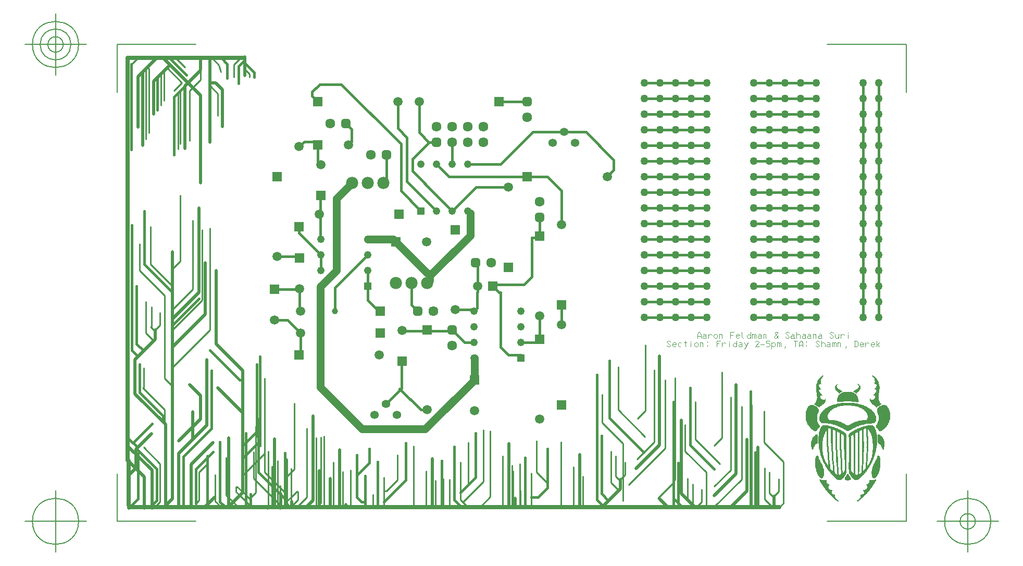
<source format=gbr>
G04 Generated by Ultiboard 12.0 *
%FSLAX25Y25*%
%MOIN*%

%ADD10C,0.00001*%
%ADD11C,0.01500*%
%ADD12C,0.05000*%
%ADD13C,0.02000*%
%ADD14C,0.01000*%
%ADD15C,0.00367*%
%ADD16C,0.02500*%
%ADD17C,0.00004*%
%ADD18C,0.00500*%
%ADD19C,0.05000*%
%ADD20C,0.05337*%
%ADD21C,0.05906*%
%ADD22R,0.05906X0.05906*%
%ADD23C,0.04900*%
%ADD24R,0.04900X0.04900*%
%ADD25R,0.02083X0.02083*%
%ADD26C,0.03917*%
%ADD27C,0.06334*%
%ADD28C,0.03937*%
%ADD29C,0.07834*%


G04 ColorRGB 3399CC for the following layer *
%LNCopper Top*%
%LPD*%
G54D10*
G54D11*
X375000Y128000D02*
X335000Y128000D01*
X405000Y128000D02*
X445000Y128000D01*
X475000Y278000D02*
X475000Y127000D01*
X485000Y278000D02*
X485000Y128000D01*
X335000Y138000D02*
X375000Y138000D01*
X445000Y138000D02*
X405000Y138000D01*
X375000Y148000D02*
X335000Y148000D01*
X405000Y148000D02*
X445000Y148000D01*
X335000Y158000D02*
X375000Y158000D01*
X445000Y158000D02*
X405000Y158000D01*
X375000Y168000D02*
X335000Y168000D01*
X405000Y168000D02*
X445000Y168000D01*
X335000Y178000D02*
X375000Y178000D01*
X445000Y178000D02*
X405000Y178000D01*
X375000Y188000D02*
X335000Y188000D01*
X405000Y188000D02*
X445000Y188000D01*
X335000Y198000D02*
X375000Y198000D01*
X445000Y198000D02*
X405000Y198000D01*
X375000Y208000D02*
X335000Y208000D01*
X405000Y208000D02*
X445000Y208000D01*
X335000Y218000D02*
X375000Y218000D01*
X445000Y218000D02*
X405000Y218000D01*
X375000Y228000D02*
X335000Y228000D01*
X405000Y228000D02*
X445000Y228000D01*
X335000Y238000D02*
X375000Y238000D01*
X445000Y238000D02*
X405000Y238000D01*
X335000Y248000D02*
X375000Y248000D01*
X405000Y248000D02*
X445000Y248000D01*
X375000Y258000D02*
X335000Y258000D01*
X445000Y258000D02*
X405000Y258000D01*
X335000Y268000D02*
X376000Y268000D01*
X405000Y268000D02*
X445000Y268000D01*
X335000Y278000D02*
X375000Y278000D01*
X405000Y278000D02*
X445000Y278000D01*
X191881Y68819D02*
X178364Y82336D01*
X196000Y68819D02*
X191881Y68819D01*
X179503Y82574D02*
X169464Y72536D01*
X179503Y99700D02*
X179503Y82574D01*
X179503Y99700D02*
X179803Y100000D01*
X114819Y104819D02*
X114000Y104000D01*
X114819Y118000D02*
X114819Y104819D01*
X165181Y104000D02*
X165181Y105063D01*
X243000Y109000D02*
X243000Y144000D01*
X248000Y104000D02*
X243000Y109000D01*
X256000Y104000D02*
X248000Y104000D01*
X256000Y102000D02*
X256000Y104000D01*
X212000Y120000D02*
X220000Y112000D01*
X226000Y112000D01*
X256000Y112000D02*
X266000Y112000D01*
X268000Y114000D01*
X268000Y128819D01*
X106504Y126315D02*
X114819Y118000D01*
X180103Y119385D02*
X179803Y119685D01*
X180103Y119385D02*
X195385Y119385D01*
X196600Y119400D02*
X196000Y120000D01*
X195385Y119385D02*
X196000Y120000D01*
X196600Y119400D02*
X211400Y119400D01*
X212000Y120000D01*
X282000Y136000D02*
X282000Y123181D01*
X98197Y126315D02*
X106504Y126315D01*
X114197Y146315D02*
X114197Y132622D01*
X114819Y132000D01*
X137000Y147000D02*
X137000Y132000D01*
X164900Y132000D02*
X158000Y138900D01*
X164900Y132000D02*
X166000Y132000D01*
X186000Y136000D02*
X190000Y132000D01*
X214000Y132819D02*
X225181Y132819D01*
X226000Y132000D02*
X228000Y134000D01*
X225181Y132819D02*
X226000Y132000D01*
X158000Y138900D02*
X158000Y158000D01*
X186000Y150000D02*
X186000Y136000D01*
X228000Y134000D02*
X228000Y144000D01*
X98197Y146000D02*
X113882Y146000D01*
X114197Y146315D01*
X158000Y168000D02*
X137000Y147000D01*
X228157Y144157D02*
X228157Y161843D01*
X228000Y144000D02*
X228157Y144157D01*
X238000Y149000D02*
X238000Y148000D01*
X243000Y144000D02*
X242000Y144000D01*
X238000Y148000D01*
X199284Y156134D02*
X198914Y156134D01*
X258000Y149000D02*
X238000Y149000D01*
X263000Y154000D02*
X258000Y149000D01*
X263000Y179000D02*
X263000Y154000D01*
X128000Y168000D02*
X128000Y158000D01*
X227000Y163000D02*
X228157Y161843D01*
X100000Y166819D02*
X113378Y166819D01*
X114197Y166000D01*
X114000Y182000D02*
X128000Y168000D01*
X127453Y178547D02*
X128000Y178000D01*
X127453Y205650D02*
X127453Y178547D01*
X268000Y179000D02*
X263000Y179000D01*
X268000Y180000D02*
X268000Y192000D01*
X268000Y180000D02*
X268000Y179000D01*
X114000Y186000D02*
X114000Y182000D01*
X282000Y187181D02*
X282000Y209000D01*
X223500Y194500D02*
X222000Y196000D01*
X179150Y208850D02*
X192000Y196000D01*
X183000Y215000D02*
X202000Y196000D01*
X203000Y205000D02*
X212000Y196000D01*
X227181Y211181D02*
X212000Y196000D01*
X127453Y205650D02*
X127803Y206000D01*
X179150Y238850D02*
X179150Y208850D01*
X186500Y221450D02*
X202950Y205000D01*
X248000Y211181D02*
X227181Y211181D01*
X282000Y209000D02*
X273000Y218000D01*
X170000Y232000D02*
X170000Y216000D01*
X168000Y214000D01*
X183000Y243000D02*
X183000Y215000D01*
X210000Y218000D02*
X202000Y226000D01*
X210000Y218000D02*
X273000Y218000D01*
X315381Y222200D02*
X311181Y218000D01*
X126000Y227488D02*
X127803Y225685D01*
X186500Y229300D02*
X186500Y221450D01*
X212000Y240000D02*
X212000Y226000D01*
X222000Y226000D02*
X243000Y226000D01*
X263536Y246536D01*
X315381Y228619D02*
X315381Y222200D01*
X126000Y238197D02*
X126000Y227488D01*
X197200Y240000D02*
X186500Y229300D01*
X297464Y246536D02*
X315381Y228619D01*
X117250Y240431D02*
X123766Y240431D01*
X117250Y240431D02*
X114000Y237181D01*
X123766Y240431D02*
X126000Y238197D01*
X147735Y248265D02*
X147735Y240247D01*
X145685Y238197D01*
X141000Y277000D02*
X179150Y238850D01*
X177181Y248819D02*
X183000Y243000D01*
X190819Y246181D02*
X197000Y240000D01*
X202000Y240000D02*
X197200Y240000D01*
X144000Y252000D02*
X147735Y248265D01*
X177181Y266000D02*
X177181Y248819D01*
X190819Y266000D02*
X190819Y246181D01*
X263536Y246536D02*
X297464Y246536D01*
X122355Y269616D02*
X125971Y266000D01*
X242000Y266000D02*
X260000Y266000D01*
X127145Y277000D02*
X122355Y272211D01*
X122355Y269616D01*
X127145Y277000D02*
X141000Y277000D01*
X41000Y276000D02*
X34000Y269000D01*
X34000Y232000D01*
X6500Y289900D02*
X6500Y289500D01*
X6650Y289350D02*
X6650Y235250D01*
X6650Y289350D02*
X6500Y289500D01*
X23350Y281650D02*
X23350Y260650D01*
X68059Y290083D02*
X68059Y281083D01*
X75259Y288483D02*
X75259Y277483D01*
X85259Y284483D02*
X85259Y281483D01*
X79259Y290483D02*
X85259Y284483D01*
X79259Y292483D02*
X75259Y288483D01*
X87000Y52000D02*
X87000Y98000D01*
X89000Y46000D02*
X89000Y103000D01*
X5000Y6000D02*
X11000Y12000D01*
X11000Y12000D02*
X11000Y41000D01*
X19800Y7800D02*
X23000Y11000D01*
X23000Y31000D01*
X48000Y9000D02*
X48000Y31000D01*
X23000Y31000D02*
X10003Y43997D01*
X48000Y31000D02*
X59000Y42000D01*
X10003Y45447D02*
X10003Y43997D01*
X78000Y38000D02*
X89000Y49000D01*
X10003Y45447D02*
X5400Y50050D01*
X7725Y47725D02*
X20000Y60000D01*
X78000Y46000D02*
X87000Y55000D01*
X58000Y57000D02*
X58000Y94000D01*
X27000Y65000D02*
X12000Y80000D01*
X27000Y61000D02*
X27000Y65000D01*
X12000Y80000D02*
X12000Y98000D01*
X76000Y88000D02*
X57000Y107000D01*
X78000Y88000D02*
X76000Y88000D01*
X14500Y106500D02*
X10000Y111000D01*
X11000Y103000D02*
X7000Y107000D01*
X7000Y187000D01*
X10000Y111000D02*
X10000Y148000D01*
X33000Y123000D02*
X50000Y140000D01*
X33000Y144000D02*
X15000Y162000D01*
X15000Y162000D02*
X15000Y196000D01*
X311945Y10747D02*
X307445Y15247D01*
X304445Y11247D02*
X304445Y91247D01*
X307445Y15247D02*
X307445Y52247D01*
X213310Y11192D02*
X213310Y45192D01*
X104917Y7388D02*
X104917Y41388D01*
X106065Y11075D02*
X88065Y29075D01*
X88065Y29075D02*
X88065Y63075D01*
X63292Y10089D02*
X63292Y48339D01*
X66881Y6500D02*
X63292Y10089D01*
X83065Y6500D02*
X83065Y15075D01*
X405868Y6500D02*
X405868Y41676D01*
X402868Y6500D02*
X402868Y80676D01*
X359192Y6500D02*
X354445Y11247D01*
X360792Y6500D02*
X359192Y6500D01*
X356592Y9100D02*
X356592Y34867D01*
X357742Y7950D02*
X356592Y9100D01*
X353592Y6500D02*
X353592Y73867D01*
X308445Y7247D02*
X304445Y11247D01*
X258592Y6500D02*
X258592Y38308D01*
X250592Y6218D02*
X250592Y29308D01*
X218002Y6500D02*
X213310Y11192D01*
X219452Y6500D02*
X218002Y6500D01*
X205310Y6500D02*
X205310Y36192D01*
X164322Y6500D02*
X164322Y35640D01*
X156322Y6500D02*
X156322Y26640D01*
X55292Y8292D02*
X55292Y39339D01*
X40000Y39000D02*
X58000Y57000D01*
X40000Y6300D02*
X40000Y39000D01*
X81175Y6500D02*
X66881Y6500D01*
X80065Y6500D02*
X80065Y54075D01*
X96917Y6500D02*
X96917Y32388D01*
X334595Y41447D02*
X312445Y63597D01*
X312445Y100247D01*
X364292Y46167D02*
X364292Y82867D01*
X379592Y30867D02*
X364292Y46167D01*
X64142Y294000D02*
X68059Y290083D01*
X31000Y294000D02*
X42000Y283000D01*
X30450Y294100D02*
X30550Y294000D01*
X31000Y294000D01*
X156322Y10000D02*
X154000Y10000D01*
X151000Y13000D01*
X151000Y40000D01*
X151000Y27000D02*
X159000Y35000D01*
X159000Y44000D01*
X168322Y10000D02*
X182322Y24000D01*
X182322Y47678D01*
X217310Y16000D02*
X227000Y25690D01*
X227000Y54000D01*
X262592Y13000D02*
X267000Y13000D01*
X273000Y19000D01*
X273000Y44000D01*
G54D12*
X127700Y83150D02*
X154300Y56550D01*
X194747Y56550D01*
X226197Y88000D01*
X127700Y147700D02*
X127700Y83150D01*
X226197Y88000D02*
X226197Y101803D01*
X138000Y158000D02*
X127700Y147700D01*
X197450Y151450D02*
X196000Y150000D01*
X138000Y204000D02*
X138000Y158000D01*
X174197Y178000D02*
X196063Y156134D01*
X197450Y154670D02*
X198914Y156134D01*
X197450Y154670D02*
X197450Y151450D01*
X223500Y180350D02*
X199284Y156134D01*
X158000Y178000D02*
X174197Y178000D01*
X223500Y194500D02*
X223500Y180350D01*
X148000Y214000D02*
X138000Y204000D01*
G54D13*
X14000Y285000D02*
X14000Y238000D01*
X51000Y270000D02*
X51000Y214000D01*
X51000Y286000D02*
X41000Y276000D01*
X41000Y236000D01*
X31500Y289500D02*
X21000Y279000D01*
X21000Y258000D01*
X60750Y278000D02*
X65000Y273750D01*
X60750Y278000D02*
X57000Y278000D01*
X65000Y273750D02*
X65000Y250000D01*
X57000Y240000D02*
X57000Y278000D01*
X11050Y282050D02*
X11050Y249650D01*
X15000Y6000D02*
X15000Y26000D01*
X28000Y7000D02*
X33000Y12000D01*
X33000Y170000D01*
X28500Y7500D02*
X28500Y59500D01*
X69000Y7000D02*
X69000Y51000D01*
X69000Y7000D02*
X78000Y16000D01*
X78000Y94000D01*
X15000Y26000D02*
X4000Y37000D01*
X5000Y27000D02*
X9500Y31500D01*
X9500Y43494D02*
X9500Y31500D01*
X19800Y30200D02*
X5000Y45000D01*
X45000Y34000D02*
X59000Y48000D01*
X9500Y43494D02*
X19506Y53500D01*
X37000Y41000D02*
X55000Y59000D01*
X37000Y49000D02*
X51000Y63000D01*
X45950Y49950D02*
X45950Y67450D01*
X28500Y59500D02*
X9050Y78950D01*
X55000Y59000D02*
X55000Y101000D01*
X51000Y63000D02*
X51000Y78000D01*
X78000Y67000D02*
X62000Y83000D01*
X9050Y78950D02*
X9050Y101050D01*
X51000Y78000D02*
X44000Y85000D01*
X78000Y94000D02*
X61000Y111000D01*
X9050Y101050D02*
X22000Y114000D01*
X22000Y114000D02*
X22000Y120000D01*
X33000Y109000D02*
X54000Y130000D01*
X61000Y111000D02*
X61000Y158000D01*
X33000Y127000D02*
X50000Y144000D01*
X54000Y130000D02*
X54000Y163000D01*
X50000Y144000D02*
X50000Y198000D01*
X417868Y7676D02*
X417868Y13676D01*
X400592Y16867D02*
X400592Y49867D01*
X319445Y18247D02*
X319445Y24247D01*
X358445Y15247D02*
X358445Y62247D01*
X123065Y11075D02*
X123065Y65075D01*
X127065Y6500D02*
X127065Y30075D01*
X407592Y6500D02*
X407592Y44867D01*
X390225Y6500D02*
X400592Y16867D01*
X367192Y6500D02*
X358445Y15247D01*
X368192Y6500D02*
X367192Y6500D01*
X368592Y6500D02*
X368592Y6867D01*
X344506Y11838D02*
X349844Y6500D01*
X308445Y7247D02*
X319445Y18247D01*
X293592Y6500D02*
X293592Y40308D01*
X252310Y6500D02*
X252310Y12192D01*
X248310Y6500D02*
X248310Y47192D01*
X199322Y6500D02*
X199322Y37640D01*
X143917Y7950D02*
X143917Y8388D01*
X139917Y6500D02*
X139917Y43388D01*
X134065Y6500D02*
X134065Y25075D01*
X53992Y6992D02*
X60000Y13000D01*
X45000Y6500D02*
X45000Y34000D01*
X37000Y6500D02*
X37000Y41000D01*
X19800Y6000D02*
X19800Y30200D01*
X98292Y6500D02*
X98292Y50339D01*
X118490Y6500D02*
X123065Y11075D01*
X102292Y6339D02*
X102292Y15339D01*
X106065Y8616D02*
X106065Y37075D01*
X106915Y7766D02*
X106065Y8616D01*
X109292Y7339D02*
X109292Y10339D01*
X109942Y6689D02*
X109292Y7339D01*
X379592Y13867D02*
X393642Y27917D01*
X393642Y84867D01*
X344645Y46154D02*
X344645Y103197D01*
X329738Y31247D02*
X344645Y46154D01*
X5000Y6000D02*
X5000Y8000D01*
X23000Y294000D02*
X11050Y282050D01*
X57000Y278000D02*
X57000Y294000D01*
X51000Y294000D02*
X51000Y287000D01*
X27000Y294000D02*
X51000Y270000D01*
X79259Y294483D02*
X79259Y282483D01*
G54D14*
X15500Y286500D02*
X16000Y286000D01*
X16000Y242000D01*
X17000Y288000D02*
X18000Y287000D01*
X18000Y246000D01*
X36500Y271500D02*
X36500Y235500D01*
X38000Y273000D02*
X38000Y239000D01*
X27500Y285500D02*
X27500Y266500D01*
X51000Y287000D02*
X51000Y280000D01*
X44000Y273000D01*
X44000Y241000D01*
X62000Y271000D02*
X62000Y257000D01*
X29500Y287500D02*
X39000Y278000D01*
X34000Y273000D01*
X57200Y275450D02*
X57550Y275450D01*
X62000Y271000D01*
X25500Y283500D02*
X25500Y263500D01*
X34000Y295000D02*
X41000Y288000D01*
X72259Y289483D02*
X72259Y281483D01*
X79259Y286483D02*
X82259Y283483D01*
X82259Y283483D02*
X82259Y281483D01*
X77259Y294483D02*
X72259Y289483D01*
X92000Y38000D02*
X92000Y89000D01*
X22000Y7000D02*
X25000Y10000D01*
X25000Y34400D01*
X50000Y11000D02*
X50000Y29000D01*
X50000Y29000D02*
X55000Y34000D01*
X78000Y27000D02*
X92000Y41000D01*
X25000Y34400D02*
X14500Y44900D01*
X28000Y60000D02*
X28000Y69000D01*
X28000Y69000D02*
X14000Y83000D01*
X14500Y82500D02*
X14500Y95500D01*
X33000Y84000D02*
X28000Y89000D01*
X28000Y89000D02*
X28000Y142000D01*
X33000Y96000D02*
X57000Y120000D01*
X21000Y113000D02*
X16000Y118000D01*
X16000Y118000D02*
X16000Y138000D01*
X22000Y119000D02*
X19000Y122000D01*
X19500Y121500D02*
X19500Y134500D01*
X22000Y120000D02*
X25000Y123000D01*
X25000Y131000D01*
X33000Y120000D02*
X52000Y139000D01*
X57000Y120000D02*
X57000Y185000D01*
X33000Y133000D02*
X46000Y146000D01*
X52000Y139000D02*
X52000Y184000D01*
X28000Y142000D02*
X12000Y158000D01*
X46000Y146000D02*
X46000Y190000D01*
X33000Y148000D02*
X19000Y162000D01*
X12000Y158000D02*
X12000Y175000D01*
X19000Y162000D02*
X19000Y186000D01*
X33000Y159000D02*
X38000Y164000D01*
X38000Y206000D01*
X416868Y6676D02*
X411868Y11676D01*
X411868Y11676D02*
X411868Y31676D01*
X417868Y12676D02*
X414868Y15676D01*
X417868Y13676D02*
X420868Y16676D01*
X420868Y24676D01*
X366092Y8367D02*
X366092Y21367D01*
X368592Y6867D02*
X371592Y9867D01*
X371592Y17867D01*
X403592Y6867D02*
X403592Y71867D01*
X379592Y45867D02*
X384592Y50867D01*
X384592Y92867D01*
X318445Y17247D02*
X313445Y22247D01*
X313445Y22247D02*
X313445Y42247D01*
X319445Y23247D02*
X316445Y26247D01*
X319445Y24247D02*
X322445Y27247D01*
X322445Y35247D01*
X354445Y24247D02*
X354445Y89247D01*
X330445Y63247D02*
X335445Y68247D01*
X335445Y110247D01*
X281592Y6308D02*
X281592Y48308D01*
X210310Y7192D02*
X210310Y24192D01*
X217310Y11192D02*
X217310Y35192D01*
X108917Y7388D02*
X108917Y31388D01*
X127917Y9388D02*
X127917Y51388D01*
X125065Y6075D02*
X125065Y51075D01*
X101065Y9075D02*
X85065Y25075D01*
X119065Y13075D02*
X119065Y57075D01*
X106065Y15075D02*
X92065Y29075D01*
X85065Y25075D02*
X85065Y42075D01*
X92065Y29075D02*
X92065Y53075D01*
X106065Y26075D02*
X111065Y31075D01*
X111065Y73075D01*
X60292Y10339D02*
X60292Y27339D01*
X67292Y14339D02*
X67292Y38339D01*
X295592Y6500D02*
X295592Y26308D01*
X113215Y11262D02*
X113215Y16262D01*
X112922Y16555D02*
X112508Y16555D01*
X113215Y16262D02*
X112922Y16555D01*
X73715Y19462D02*
X74008Y19755D01*
X74422Y19755D01*
X73715Y16462D02*
X73715Y19462D01*
X403225Y6500D02*
X403592Y6867D01*
X374592Y6500D02*
X374592Y28867D01*
X362592Y11100D02*
X362592Y24867D01*
X363592Y10100D02*
X362592Y11100D01*
X414850Y16000D02*
X414850Y29000D01*
X411568Y47976D02*
X411568Y67826D01*
X316750Y26400D02*
X316750Y39400D01*
X289592Y6500D02*
X289592Y32308D01*
X262592Y6500D02*
X262592Y28308D01*
X255592Y6500D02*
X255592Y17308D01*
X255310Y6500D02*
X255310Y34192D01*
X250310Y6500D02*
X250310Y33192D01*
X244310Y6500D02*
X244310Y39192D01*
X353592Y23394D02*
X354445Y24247D01*
X343686Y12288D02*
X353592Y22194D01*
X353592Y23394D01*
X230160Y7092D02*
X236310Y13242D01*
X236310Y55192D01*
X222002Y6500D02*
X217310Y11192D01*
X223102Y6500D02*
X222002Y6500D01*
X211002Y6500D02*
X210310Y7192D01*
X213302Y6500D02*
X211002Y6500D01*
X201322Y6750D02*
X201322Y23640D01*
X206322Y7400D02*
X206322Y24640D01*
X195322Y7750D02*
X195322Y29640D01*
X187322Y6500D02*
X187322Y45640D01*
X168322Y7800D02*
X168322Y25640D01*
X161322Y6500D02*
X161322Y14640D01*
X146917Y6500D02*
X146917Y30388D01*
X141917Y6500D02*
X141917Y29388D01*
X135917Y6247D02*
X135917Y35388D01*
X130065Y6500D02*
X130065Y52075D01*
X48250Y9250D02*
X50000Y11000D01*
X101917Y6500D02*
X101917Y20388D01*
X64131Y6500D02*
X60292Y10339D01*
X64731Y6500D02*
X64131Y6500D01*
X75131Y6500D02*
X67292Y14339D01*
X73715Y16462D02*
X76088Y14088D01*
X76238Y14088D02*
X76088Y14088D01*
X76238Y14088D02*
X80065Y10262D01*
X74422Y19755D02*
X78000Y16176D01*
X78300Y16176D02*
X78000Y16176D01*
X82515Y12262D02*
X86292Y16039D01*
X86292Y58339D01*
X112490Y6500D02*
X119065Y13075D01*
X78300Y16176D02*
X80065Y14412D01*
X83065Y11412D01*
X83065Y7262D02*
X83065Y11412D01*
X80065Y10262D02*
X84315Y6012D01*
X94292Y6500D02*
X94292Y42339D01*
X93442Y5650D02*
X94292Y6500D01*
X100292Y5889D02*
X100292Y36339D01*
X112508Y16555D02*
X108917Y12964D01*
X113215Y11262D02*
X109292Y7339D01*
X105292Y9389D02*
X105292Y37339D01*
X106142Y8539D02*
X105292Y9389D01*
X108867Y12964D02*
X106065Y10162D01*
X106065Y9112D02*
X106065Y10162D01*
X101065Y6500D02*
X101065Y9075D01*
X101815Y5750D02*
X101065Y6500D01*
X307995Y60697D02*
X307995Y78547D01*
X318145Y68897D02*
X318145Y96397D01*
X335295Y51747D02*
X318145Y68897D01*
X390142Y30417D02*
X390142Y76867D01*
X379592Y19867D02*
X390142Y30417D01*
X379592Y6867D02*
X397142Y24417D01*
X397142Y70867D01*
X361042Y42417D02*
X361042Y59417D01*
X383242Y34167D02*
X367542Y49867D01*
X367542Y73867D01*
X374592Y28867D02*
X361042Y42417D01*
X330263Y37429D02*
X341145Y48311D01*
X341145Y94247D01*
X321355Y47337D02*
X307995Y60697D01*
X321355Y10590D02*
X321355Y47337D01*
X348345Y44304D02*
X348345Y88047D01*
X325088Y21047D02*
X348345Y44304D01*
X12450Y294000D02*
X11000Y294000D01*
X6500Y289500D01*
X59000Y293286D02*
X62715Y289313D01*
X59000Y293286D02*
X59023Y294000D01*
X62715Y289313D02*
X64059Y285083D01*
X168322Y17000D02*
X170000Y17000D01*
X177000Y24000D01*
X177000Y40000D01*
X273000Y22000D02*
X266000Y29000D01*
X266000Y49000D01*
X222155Y20845D02*
X222155Y47845D01*
X232000Y23000D02*
X232000Y56000D01*
X218751Y9751D02*
X232000Y23000D01*
X423868Y35676D02*
X411568Y47976D01*
X423868Y9043D02*
X421325Y6500D01*
X423868Y9043D02*
X423868Y35676D01*
G54D15*
X368794Y114669D02*
X368794Y117031D01*
X369577Y118606D01*
X370361Y118606D01*
X371145Y117031D01*
X371145Y114669D01*
X368794Y115850D02*
X371145Y115850D01*
X372713Y117425D02*
X373889Y117425D01*
X374281Y117031D01*
X374281Y115063D01*
X373889Y114669D01*
X372713Y114669D01*
X372321Y115063D01*
X372321Y115850D01*
X372713Y116244D01*
X374281Y116244D01*
X374281Y115063D02*
X374673Y114669D01*
X375849Y116244D02*
X377024Y117425D01*
X377416Y117425D01*
X378200Y116638D01*
X375849Y114669D02*
X375849Y117425D01*
X379376Y115457D02*
X380160Y114669D01*
X380944Y114669D01*
X381728Y115457D01*
X381728Y116638D01*
X380944Y117425D01*
X380160Y117425D01*
X379376Y116638D01*
X379376Y115457D01*
X382904Y114669D02*
X382904Y117031D01*
X382904Y117425D01*
X382904Y117031D02*
X383296Y117425D01*
X384080Y117425D01*
X384472Y117031D01*
X384472Y114669D01*
X389959Y114669D02*
X389959Y118606D01*
X392311Y118606D01*
X389959Y116638D02*
X391527Y116638D01*
X395838Y115457D02*
X395054Y114669D01*
X394270Y114669D01*
X393486Y115457D01*
X393486Y116638D01*
X394270Y117425D01*
X395054Y117425D01*
X395838Y116638D01*
X395446Y116244D01*
X393486Y116244D01*
X397406Y118606D02*
X397406Y115457D01*
X398190Y114669D01*
X402893Y115457D02*
X402109Y114669D01*
X401325Y114669D01*
X400542Y115457D01*
X400542Y116244D01*
X401325Y117031D01*
X402109Y117031D01*
X402893Y116244D01*
X402893Y118606D02*
X402893Y114669D01*
X404069Y114669D02*
X404069Y117031D01*
X404069Y117425D01*
X404069Y117031D02*
X404461Y117425D01*
X404853Y117425D01*
X405245Y117031D01*
X405637Y117425D01*
X406029Y117425D01*
X406421Y117031D01*
X406421Y114669D01*
X405245Y117031D02*
X405245Y114669D01*
X407989Y117425D02*
X409164Y117425D01*
X409556Y117031D01*
X409556Y115063D01*
X409164Y114669D01*
X407989Y114669D01*
X407597Y115063D01*
X407597Y115850D01*
X407989Y116244D01*
X409556Y116244D01*
X409556Y115063D02*
X409948Y114669D01*
X411124Y114669D02*
X411124Y117031D01*
X411124Y117425D01*
X411124Y117031D02*
X411516Y117425D01*
X412300Y117425D01*
X412692Y117031D01*
X412692Y114669D01*
X420531Y114669D02*
X418571Y117819D01*
X418571Y118213D01*
X418963Y118606D01*
X419747Y118606D01*
X420139Y118213D01*
X420139Y117819D01*
X418179Y115850D01*
X418179Y115063D01*
X418571Y114669D01*
X419355Y114669D01*
X420531Y116244D01*
X425234Y115457D02*
X426018Y114669D01*
X426802Y114669D01*
X427586Y115457D01*
X425234Y117819D01*
X426018Y118606D01*
X426802Y118606D01*
X427586Y117819D01*
X429154Y117425D02*
X430330Y117425D01*
X430722Y117031D01*
X430722Y115063D01*
X430330Y114669D01*
X429154Y114669D01*
X428762Y115063D01*
X428762Y115850D01*
X429154Y116244D01*
X430722Y116244D01*
X430722Y115063D02*
X431114Y114669D01*
X432290Y116638D02*
X433073Y117425D01*
X433857Y117425D01*
X434641Y116638D01*
X434641Y114669D01*
X432290Y118606D02*
X432290Y114669D01*
X436209Y117425D02*
X437385Y117425D01*
X437777Y117031D01*
X437777Y115063D01*
X437385Y114669D01*
X436209Y114669D01*
X435817Y115063D01*
X435817Y115850D01*
X436209Y116244D01*
X437777Y116244D01*
X437777Y115063D02*
X438169Y114669D01*
X439737Y117425D02*
X440913Y117425D01*
X441304Y117031D01*
X441304Y115063D01*
X440913Y114669D01*
X439737Y114669D01*
X439345Y115063D01*
X439345Y115850D01*
X439737Y116244D01*
X441304Y116244D01*
X441304Y115063D02*
X441696Y114669D01*
X442872Y114669D02*
X442872Y117031D01*
X442872Y117425D01*
X442872Y117031D02*
X443264Y117425D01*
X444048Y117425D01*
X444440Y117031D01*
X444440Y114669D01*
X446792Y117425D02*
X447968Y117425D01*
X448360Y117031D01*
X448360Y115063D01*
X447968Y114669D01*
X446792Y114669D01*
X446400Y115063D01*
X446400Y115850D01*
X446792Y116244D01*
X448360Y116244D01*
X448360Y115063D02*
X448752Y114669D01*
X453455Y115457D02*
X454239Y114669D01*
X455023Y114669D01*
X455807Y115457D01*
X453455Y117819D01*
X454239Y118606D01*
X455023Y118606D01*
X455807Y117819D01*
X456983Y117425D02*
X456983Y115457D01*
X457766Y114669D01*
X458550Y114669D01*
X459334Y115457D01*
X459334Y117425D01*
X459334Y115457D02*
X459334Y114669D01*
X460510Y116244D02*
X461686Y117425D01*
X462078Y117425D01*
X462862Y116638D01*
X460510Y114669D02*
X460510Y117425D01*
X465213Y114669D02*
X465213Y117031D01*
X465213Y117819D02*
X465213Y118213D01*
X349392Y109945D02*
X350176Y109157D01*
X350960Y109157D01*
X351744Y109945D01*
X349392Y112307D01*
X350176Y113094D01*
X350960Y113094D01*
X351744Y112307D01*
X355271Y109945D02*
X354487Y109157D01*
X353703Y109157D01*
X352920Y109945D01*
X352920Y111126D01*
X353703Y111913D01*
X354487Y111913D01*
X355271Y111126D01*
X354879Y110732D01*
X352920Y110732D01*
X358407Y109551D02*
X358015Y109157D01*
X357231Y109157D01*
X356447Y109945D01*
X356447Y111126D01*
X357231Y111913D01*
X358015Y111913D01*
X358407Y111520D01*
X361934Y109551D02*
X361542Y109157D01*
X361150Y109551D01*
X361150Y113094D01*
X360367Y111913D02*
X361934Y111913D01*
X364678Y109157D02*
X364678Y111520D01*
X364678Y112307D02*
X364678Y112701D01*
X367030Y109945D02*
X367814Y109157D01*
X368598Y109157D01*
X369381Y109945D01*
X369381Y111126D01*
X368598Y111913D01*
X367814Y111913D01*
X367030Y111126D01*
X367030Y109945D01*
X370557Y109157D02*
X370557Y111520D01*
X370557Y111913D01*
X370557Y111520D02*
X370949Y111913D01*
X371733Y111913D01*
X372125Y111520D01*
X372125Y109157D01*
X375261Y112701D02*
X375261Y111913D01*
X375261Y109551D02*
X375261Y110339D01*
X381140Y109157D02*
X381140Y113094D01*
X383492Y113094D01*
X381140Y111126D02*
X382708Y111126D01*
X384668Y110732D02*
X385843Y111913D01*
X386235Y111913D01*
X387019Y111126D01*
X384668Y109157D02*
X384668Y111913D01*
X389371Y109157D02*
X389371Y111520D01*
X389371Y112307D02*
X389371Y112701D01*
X394074Y109945D02*
X393290Y109157D01*
X392507Y109157D01*
X391723Y109945D01*
X391723Y110732D01*
X392507Y111520D01*
X393290Y111520D01*
X394074Y110732D01*
X394074Y113094D02*
X394074Y109157D01*
X395642Y111913D02*
X396818Y111913D01*
X397210Y111520D01*
X397210Y109551D01*
X396818Y109157D01*
X395642Y109157D01*
X395250Y109551D01*
X395250Y110339D01*
X395642Y110732D01*
X397210Y110732D01*
X397210Y109551D02*
X397602Y109157D01*
X398778Y107976D02*
X399170Y107976D01*
X401129Y111913D01*
X398778Y111913D02*
X399954Y109551D01*
X405833Y112307D02*
X406617Y113094D01*
X407401Y113094D01*
X408185Y112307D01*
X408185Y111913D01*
X405833Y109157D01*
X408185Y109157D01*
X408185Y109551D01*
X409360Y110732D02*
X411712Y110732D01*
X415240Y113094D02*
X412888Y113094D01*
X412888Y111520D01*
X414456Y111520D01*
X415240Y110732D01*
X415240Y109945D01*
X414456Y109157D01*
X412888Y109157D01*
X416416Y109945D02*
X417199Y109157D01*
X417983Y109157D01*
X418767Y109945D01*
X418767Y111126D01*
X417983Y111913D01*
X417199Y111913D01*
X416416Y111126D01*
X416416Y107976D02*
X416416Y111913D01*
X419943Y109157D02*
X419943Y111520D01*
X419943Y111913D01*
X419943Y111520D02*
X420335Y111913D01*
X420727Y111913D01*
X421119Y111520D01*
X421511Y111913D01*
X421903Y111913D01*
X422295Y111520D01*
X422295Y109157D01*
X421119Y111520D02*
X421119Y109157D01*
X425038Y109551D02*
X425038Y108764D01*
X424647Y108370D01*
X431702Y109157D02*
X431702Y113094D01*
X430526Y113094D02*
X432878Y113094D01*
X434053Y109157D02*
X434053Y111520D01*
X434837Y113094D01*
X435621Y113094D01*
X436405Y111520D01*
X436405Y109157D01*
X434053Y110339D02*
X436405Y110339D01*
X438757Y112701D02*
X438757Y111913D01*
X438757Y109551D02*
X438757Y110339D01*
X444636Y109945D02*
X445420Y109157D01*
X446204Y109157D01*
X446988Y109945D01*
X444636Y112307D01*
X445420Y113094D01*
X446204Y113094D01*
X446988Y112307D01*
X448164Y111126D02*
X448948Y111913D01*
X449731Y111913D01*
X450515Y111126D01*
X450515Y109157D01*
X448164Y113094D02*
X448164Y109157D01*
X452083Y111913D02*
X453259Y111913D01*
X453651Y111520D01*
X453651Y109551D01*
X453259Y109157D01*
X452083Y109157D01*
X451691Y109551D01*
X451691Y110339D01*
X452083Y110732D01*
X453651Y110732D01*
X453651Y109551D02*
X454043Y109157D01*
X455219Y109157D02*
X455219Y111520D01*
X455219Y111913D01*
X455219Y111520D02*
X455611Y111913D01*
X456003Y111913D01*
X456395Y111520D01*
X456787Y111913D01*
X457178Y111913D01*
X457570Y111520D01*
X457570Y109157D01*
X456395Y111520D02*
X456395Y109157D01*
X458746Y109157D02*
X458746Y111520D01*
X458746Y111913D01*
X458746Y111520D02*
X459138Y111913D01*
X459922Y111913D01*
X460314Y111520D01*
X460314Y109157D01*
X463842Y109551D02*
X463842Y108764D01*
X463450Y108370D01*
X469329Y109157D02*
X470897Y109157D01*
X471681Y109945D01*
X471681Y112307D01*
X470897Y113094D01*
X469329Y113094D01*
X469721Y113094D02*
X469721Y109157D01*
X475208Y109945D02*
X474424Y109157D01*
X473640Y109157D01*
X472857Y109945D01*
X472857Y111126D01*
X473640Y111913D01*
X474424Y111913D01*
X475208Y111126D01*
X474816Y110732D01*
X472857Y110732D01*
X476384Y110732D02*
X477560Y111913D01*
X477952Y111913D01*
X478736Y111126D01*
X476384Y109157D02*
X476384Y111913D01*
X482263Y109945D02*
X481479Y109157D01*
X480696Y109157D01*
X479912Y109945D01*
X479912Y111126D01*
X480696Y111913D01*
X481479Y111913D01*
X482263Y111126D01*
X481871Y110732D01*
X479912Y110732D01*
X483439Y110732D02*
X484223Y110732D01*
X485399Y111913D01*
X484223Y110732D02*
X485399Y109157D01*
X483439Y109157D02*
X483439Y113094D01*
G54D16*
X5000Y8000D02*
X5000Y27000D01*
X4850Y27150D02*
X4850Y36150D01*
X4850Y27150D02*
X5000Y27000D01*
X4250Y36750D02*
X4250Y293950D01*
X4250Y36750D02*
X4850Y36150D01*
X5000Y294000D02*
X79000Y294000D01*
X5500Y6500D02*
X421325Y6500D01*
G54D17*
G36*
X449000Y90600D02*
X449000Y90600D01*
X449417Y90600D01*
X449417Y90800D01*
X449000Y90800D01*
X449000Y90600D01*
D02*
G37*
G36*
X480875Y90600D02*
X480875Y90600D01*
X481292Y90600D01*
X481292Y90800D01*
X480875Y90800D01*
X480875Y90600D01*
D02*
G37*
G36*
X448583Y90400D02*
X448583Y90400D01*
X449625Y90400D01*
X449625Y90600D01*
X448583Y90600D01*
X448583Y90400D01*
D02*
G37*
G36*
X480667Y90400D02*
X480667Y90400D01*
X481708Y90400D01*
X481708Y90600D01*
X480667Y90600D01*
X480667Y90400D01*
D02*
G37*
G36*
X448375Y90200D02*
X448375Y90200D01*
X449625Y90200D01*
X449625Y90400D01*
X448375Y90400D01*
X448375Y90200D01*
D02*
G37*
G36*
X480875Y90200D02*
X480875Y90200D01*
X481917Y90200D01*
X481917Y90400D01*
X480875Y90400D01*
X480875Y90200D01*
D02*
G37*
G36*
X448167Y90000D02*
X448167Y90000D01*
X449417Y90000D01*
X449417Y90200D01*
X448167Y90200D01*
X448167Y90000D01*
D02*
G37*
G36*
X480875Y90000D02*
X480875Y90000D01*
X482125Y90000D01*
X482125Y90200D01*
X480875Y90200D01*
X480875Y90000D01*
D02*
G37*
G36*
X447958Y89800D02*
X447958Y89800D01*
X449208Y89800D01*
X449208Y90000D01*
X447958Y90000D01*
X447958Y89800D01*
D02*
G37*
G36*
X481083Y89800D02*
X481083Y89800D01*
X482542Y89800D01*
X482542Y90000D01*
X481083Y90000D01*
X481083Y89800D01*
D02*
G37*
G36*
X447750Y89600D02*
X447750Y89600D01*
X449000Y89600D01*
X449000Y89800D01*
X447750Y89800D01*
X447750Y89600D01*
D02*
G37*
G36*
X481292Y89600D02*
X481292Y89600D01*
X482750Y89600D01*
X482750Y89800D01*
X481292Y89800D01*
X481292Y89600D01*
D02*
G37*
G36*
X447542Y89400D02*
X447542Y89400D01*
X448792Y89400D01*
X448792Y89600D01*
X447542Y89600D01*
X447542Y89400D01*
D02*
G37*
G36*
X481500Y89400D02*
X481500Y89400D01*
X482958Y89400D01*
X482958Y89600D01*
X481500Y89600D01*
X481500Y89400D01*
D02*
G37*
G36*
X447333Y89200D02*
X447333Y89200D01*
X448583Y89200D01*
X448583Y89400D01*
X447333Y89400D01*
X447333Y89200D01*
D02*
G37*
G36*
X481708Y89200D02*
X481708Y89200D01*
X482958Y89200D01*
X482958Y89400D01*
X481708Y89400D01*
X481708Y89200D01*
D02*
G37*
G36*
X447125Y89000D02*
X447125Y89000D01*
X448583Y89000D01*
X448583Y89200D01*
X447125Y89200D01*
X447125Y89000D01*
D02*
G37*
G36*
X481917Y89000D02*
X481917Y89000D01*
X483167Y89000D01*
X483167Y89200D01*
X481917Y89200D01*
X481917Y89000D01*
D02*
G37*
G36*
X446917Y88800D02*
X446917Y88800D01*
X448375Y88800D01*
X448375Y89000D01*
X446917Y89000D01*
X446917Y88800D01*
D02*
G37*
G36*
X481917Y88800D02*
X481917Y88800D01*
X483375Y88800D01*
X483375Y89000D01*
X481917Y89000D01*
X481917Y88800D01*
D02*
G37*
G36*
X446708Y88600D02*
X446708Y88600D01*
X448167Y88600D01*
X448167Y88800D01*
X446708Y88800D01*
X446708Y88600D01*
D02*
G37*
G36*
X482125Y88600D02*
X482125Y88600D01*
X483583Y88600D01*
X483583Y88800D01*
X482125Y88800D01*
X482125Y88600D01*
D02*
G37*
G36*
X446500Y88400D02*
X446500Y88400D01*
X448167Y88400D01*
X448167Y88600D01*
X446500Y88600D01*
X446500Y88400D01*
D02*
G37*
G36*
X482125Y88400D02*
X482125Y88400D01*
X483792Y88400D01*
X483792Y88600D01*
X482125Y88600D01*
X482125Y88400D01*
D02*
G37*
G36*
X446500Y88200D02*
X446500Y88200D01*
X448167Y88200D01*
X448167Y88400D01*
X446500Y88400D01*
X446500Y88200D01*
D02*
G37*
G36*
X482125Y88200D02*
X482125Y88200D01*
X483792Y88200D01*
X483792Y88400D01*
X482125Y88400D01*
X482125Y88200D01*
D02*
G37*
G36*
X446292Y88000D02*
X446292Y88000D01*
X447958Y88000D01*
X447958Y88200D01*
X446292Y88200D01*
X446292Y88000D01*
D02*
G37*
G36*
X482333Y88000D02*
X482333Y88000D01*
X484000Y88000D01*
X484000Y88200D01*
X482333Y88200D01*
X482333Y88000D01*
D02*
G37*
G36*
X446083Y87800D02*
X446083Y87800D01*
X447958Y87800D01*
X447958Y88000D01*
X446083Y88000D01*
X446083Y87800D01*
D02*
G37*
G36*
X482333Y87800D02*
X482333Y87800D01*
X484208Y87800D01*
X484208Y88000D01*
X482333Y88000D01*
X482333Y87800D01*
D02*
G37*
G36*
X446083Y87600D02*
X446083Y87600D01*
X447958Y87600D01*
X447958Y87800D01*
X446083Y87800D01*
X446083Y87600D01*
D02*
G37*
G36*
X482333Y87600D02*
X482333Y87600D01*
X484208Y87600D01*
X484208Y87800D01*
X482333Y87800D01*
X482333Y87600D01*
D02*
G37*
G36*
X445875Y87400D02*
X445875Y87400D01*
X447958Y87400D01*
X447958Y87600D01*
X445875Y87600D01*
X445875Y87400D01*
D02*
G37*
G36*
X482333Y87400D02*
X482333Y87400D01*
X484417Y87400D01*
X484417Y87600D01*
X482333Y87600D01*
X482333Y87400D01*
D02*
G37*
G36*
X445875Y87200D02*
X445875Y87200D01*
X447958Y87200D01*
X447958Y87400D01*
X445875Y87400D01*
X445875Y87200D01*
D02*
G37*
G36*
X482333Y87200D02*
X482333Y87200D01*
X484417Y87200D01*
X484417Y87400D01*
X482333Y87400D01*
X482333Y87200D01*
D02*
G37*
G36*
X445667Y87000D02*
X445667Y87000D01*
X447958Y87000D01*
X447958Y87200D01*
X445667Y87200D01*
X445667Y87000D01*
D02*
G37*
G36*
X482542Y87000D02*
X482542Y87000D01*
X484625Y87000D01*
X484625Y87200D01*
X482542Y87200D01*
X482542Y87000D01*
D02*
G37*
G36*
X445667Y86800D02*
X445667Y86800D01*
X447958Y86800D01*
X447958Y87000D01*
X445667Y87000D01*
X445667Y86800D01*
D02*
G37*
G36*
X482542Y86800D02*
X482542Y86800D01*
X484625Y86800D01*
X484625Y87000D01*
X482542Y87000D01*
X482542Y86800D01*
D02*
G37*
G36*
X445667Y86600D02*
X445667Y86600D01*
X447958Y86600D01*
X447958Y86800D01*
X445667Y86800D01*
X445667Y86600D01*
D02*
G37*
G36*
X482542Y86600D02*
X482542Y86600D01*
X484833Y86600D01*
X484833Y86800D01*
X482542Y86800D01*
X482542Y86600D01*
D02*
G37*
G36*
X445458Y86400D02*
X445458Y86400D01*
X447958Y86400D01*
X447958Y86600D01*
X445458Y86600D01*
X445458Y86400D01*
D02*
G37*
G36*
X482333Y86400D02*
X482333Y86400D01*
X484833Y86400D01*
X484833Y86600D01*
X482333Y86600D01*
X482333Y86400D01*
D02*
G37*
G36*
X445458Y86200D02*
X445458Y86200D01*
X447958Y86200D01*
X447958Y86400D01*
X445458Y86400D01*
X445458Y86200D01*
D02*
G37*
G36*
X482333Y86200D02*
X482333Y86200D01*
X484833Y86200D01*
X484833Y86400D01*
X482333Y86400D01*
X482333Y86200D01*
D02*
G37*
G36*
X445458Y86000D02*
X445458Y86000D01*
X447958Y86000D01*
X447958Y86200D01*
X445458Y86200D01*
X445458Y86000D01*
D02*
G37*
G36*
X482333Y86000D02*
X482333Y86000D01*
X485042Y86000D01*
X485042Y86200D01*
X482333Y86200D01*
X482333Y86000D01*
D02*
G37*
G36*
X445250Y85800D02*
X445250Y85800D01*
X447958Y85800D01*
X447958Y86000D01*
X445250Y86000D01*
X445250Y85800D01*
D02*
G37*
G36*
X482333Y85800D02*
X482333Y85800D01*
X485042Y85800D01*
X485042Y86000D01*
X482333Y86000D01*
X482333Y85800D01*
D02*
G37*
G36*
X445250Y85600D02*
X445250Y85600D01*
X447958Y85600D01*
X447958Y85800D01*
X445250Y85800D01*
X445250Y85600D01*
D02*
G37*
G36*
X482333Y85600D02*
X482333Y85600D01*
X485042Y85600D01*
X485042Y85800D01*
X482333Y85800D01*
X482333Y85600D01*
D02*
G37*
G36*
X445250Y85400D02*
X445250Y85400D01*
X448167Y85400D01*
X448167Y85600D01*
X445250Y85600D01*
X445250Y85400D01*
D02*
G37*
G36*
X458792Y85400D02*
X458792Y85400D01*
X459000Y85400D01*
X459000Y85600D01*
X458792Y85600D01*
X458792Y85400D01*
D02*
G37*
G36*
X471292Y85400D02*
X471292Y85400D01*
X471500Y85400D01*
X471500Y85600D01*
X471292Y85600D01*
X471292Y85400D01*
D02*
G37*
G36*
X482333Y85400D02*
X482333Y85400D01*
X485042Y85400D01*
X485042Y85600D01*
X482333Y85600D01*
X482333Y85400D01*
D02*
G37*
G36*
X445250Y85200D02*
X445250Y85200D01*
X448167Y85200D01*
X448167Y85400D01*
X445250Y85400D01*
X445250Y85200D01*
D02*
G37*
G36*
X458375Y85200D02*
X458375Y85200D01*
X458792Y85200D01*
X458792Y85400D01*
X458375Y85400D01*
X458375Y85200D01*
D02*
G37*
G36*
X471292Y85200D02*
X471292Y85200D01*
X471917Y85200D01*
X471917Y85400D01*
X471292Y85400D01*
X471292Y85200D01*
D02*
G37*
G36*
X482125Y85200D02*
X482125Y85200D01*
X485250Y85200D01*
X485250Y85400D01*
X482125Y85400D01*
X482125Y85200D01*
D02*
G37*
G36*
X445042Y85000D02*
X445042Y85000D01*
X447125Y85000D01*
X447125Y85200D01*
X445042Y85200D01*
X445042Y85000D01*
D02*
G37*
G36*
X458167Y85000D02*
X458167Y85000D01*
X458792Y85000D01*
X458792Y85200D01*
X458167Y85200D01*
X458167Y85000D01*
D02*
G37*
G36*
X471500Y85000D02*
X471500Y85000D01*
X472125Y85000D01*
X472125Y85200D01*
X471500Y85200D01*
X471500Y85000D01*
D02*
G37*
G36*
X483167Y85000D02*
X483167Y85000D01*
X485250Y85000D01*
X485250Y85200D01*
X483167Y85200D01*
X483167Y85000D01*
D02*
G37*
G36*
X445042Y84800D02*
X445042Y84800D01*
X446917Y84800D01*
X446917Y85000D01*
X445042Y85000D01*
X445042Y84800D01*
D02*
G37*
G36*
X457958Y84800D02*
X457958Y84800D01*
X458583Y84800D01*
X458583Y85000D01*
X457958Y85000D01*
X457958Y84800D01*
D02*
G37*
G36*
X471708Y84800D02*
X471708Y84800D01*
X472333Y84800D01*
X472333Y85000D01*
X471708Y85000D01*
X471708Y84800D01*
D02*
G37*
G36*
X483375Y84800D02*
X483375Y84800D01*
X485250Y84800D01*
X485250Y85000D01*
X483375Y85000D01*
X483375Y84800D01*
D02*
G37*
G36*
X445042Y84600D02*
X445042Y84600D01*
X446708Y84600D01*
X446708Y84800D01*
X445042Y84800D01*
X445042Y84600D01*
D02*
G37*
G36*
X457750Y84600D02*
X457750Y84600D01*
X458375Y84600D01*
X458375Y84800D01*
X457750Y84800D01*
X457750Y84600D01*
D02*
G37*
G36*
X471708Y84600D02*
X471708Y84600D01*
X472542Y84600D01*
X472542Y84800D01*
X471708Y84800D01*
X471708Y84600D01*
D02*
G37*
G36*
X483583Y84600D02*
X483583Y84600D01*
X485250Y84600D01*
X485250Y84800D01*
X483583Y84800D01*
X483583Y84600D01*
D02*
G37*
G36*
X445042Y84400D02*
X445042Y84400D01*
X446708Y84400D01*
X446708Y84600D01*
X445042Y84600D01*
X445042Y84400D01*
D02*
G37*
G36*
X457542Y84400D02*
X457542Y84400D01*
X458375Y84400D01*
X458375Y84600D01*
X457542Y84600D01*
X457542Y84400D01*
D02*
G37*
G36*
X471917Y84400D02*
X471917Y84400D01*
X472750Y84400D01*
X472750Y84600D01*
X471917Y84600D01*
X471917Y84400D01*
D02*
G37*
G36*
X483583Y84400D02*
X483583Y84400D01*
X485250Y84400D01*
X485250Y84600D01*
X483583Y84600D01*
X483583Y84400D01*
D02*
G37*
G36*
X445042Y84200D02*
X445042Y84200D01*
X446708Y84200D01*
X446708Y84400D01*
X445042Y84400D01*
X445042Y84200D01*
D02*
G37*
G36*
X457333Y84200D02*
X457333Y84200D01*
X458167Y84200D01*
X458167Y84400D01*
X457333Y84400D01*
X457333Y84200D01*
D02*
G37*
G36*
X472125Y84200D02*
X472125Y84200D01*
X472958Y84200D01*
X472958Y84400D01*
X472125Y84400D01*
X472125Y84200D01*
D02*
G37*
G36*
X483583Y84200D02*
X483583Y84200D01*
X485250Y84200D01*
X485250Y84400D01*
X483583Y84400D01*
X483583Y84200D01*
D02*
G37*
G36*
X445042Y84000D02*
X445042Y84000D01*
X446708Y84000D01*
X446708Y84200D01*
X445042Y84200D01*
X445042Y84000D01*
D02*
G37*
G36*
X457125Y84000D02*
X457125Y84000D01*
X458167Y84000D01*
X458167Y84200D01*
X457125Y84200D01*
X457125Y84000D01*
D02*
G37*
G36*
X472125Y84000D02*
X472125Y84000D01*
X473167Y84000D01*
X473167Y84200D01*
X472125Y84200D01*
X472125Y84000D01*
D02*
G37*
G36*
X483583Y84000D02*
X483583Y84000D01*
X485250Y84000D01*
X485250Y84200D01*
X483583Y84200D01*
X483583Y84000D01*
D02*
G37*
G36*
X445042Y83800D02*
X445042Y83800D01*
X446917Y83800D01*
X446917Y84000D01*
X445042Y84000D01*
X445042Y83800D01*
D02*
G37*
G36*
X457125Y83800D02*
X457125Y83800D01*
X458167Y83800D01*
X458167Y84000D01*
X457125Y84000D01*
X457125Y83800D01*
D02*
G37*
G36*
X472125Y83800D02*
X472125Y83800D01*
X473167Y83800D01*
X473167Y84000D01*
X472125Y84000D01*
X472125Y83800D01*
D02*
G37*
G36*
X483583Y83800D02*
X483583Y83800D01*
X485250Y83800D01*
X485250Y84000D01*
X483583Y84000D01*
X483583Y83800D01*
D02*
G37*
G36*
X445042Y83600D02*
X445042Y83600D01*
X446917Y83600D01*
X446917Y83800D01*
X445042Y83800D01*
X445042Y83600D01*
D02*
G37*
G36*
X456917Y83600D02*
X456917Y83600D01*
X457958Y83600D01*
X457958Y83800D01*
X456917Y83800D01*
X456917Y83600D01*
D02*
G37*
G36*
X472125Y83600D02*
X472125Y83600D01*
X473375Y83600D01*
X473375Y83800D01*
X472125Y83800D01*
X472125Y83600D01*
D02*
G37*
G36*
X483375Y83600D02*
X483375Y83600D01*
X485458Y83600D01*
X485458Y83800D01*
X483375Y83800D01*
X483375Y83600D01*
D02*
G37*
G36*
X445042Y83400D02*
X445042Y83400D01*
X446917Y83400D01*
X446917Y83600D01*
X445042Y83600D01*
X445042Y83400D01*
D02*
G37*
G36*
X456917Y83400D02*
X456917Y83400D01*
X458167Y83400D01*
X458167Y83600D01*
X456917Y83600D01*
X456917Y83400D01*
D02*
G37*
G36*
X472125Y83400D02*
X472125Y83400D01*
X473375Y83400D01*
X473375Y83600D01*
X472125Y83600D01*
X472125Y83400D01*
D02*
G37*
G36*
X483375Y83400D02*
X483375Y83400D01*
X485458Y83400D01*
X485458Y83600D01*
X483375Y83600D01*
X483375Y83400D01*
D02*
G37*
G36*
X445042Y83200D02*
X445042Y83200D01*
X447125Y83200D01*
X447125Y83400D01*
X445042Y83400D01*
X445042Y83200D01*
D02*
G37*
G36*
X456917Y83200D02*
X456917Y83200D01*
X458167Y83200D01*
X458167Y83400D01*
X456917Y83400D01*
X456917Y83200D01*
D02*
G37*
G36*
X472125Y83200D02*
X472125Y83200D01*
X473375Y83200D01*
X473375Y83400D01*
X472125Y83400D01*
X472125Y83200D01*
D02*
G37*
G36*
X483375Y83200D02*
X483375Y83200D01*
X485458Y83200D01*
X485458Y83400D01*
X483375Y83400D01*
X483375Y83200D01*
D02*
G37*
G36*
X444833Y83000D02*
X444833Y83000D01*
X447125Y83000D01*
X447125Y83200D01*
X444833Y83200D01*
X444833Y83000D01*
D02*
G37*
G36*
X456917Y83000D02*
X456917Y83000D01*
X458167Y83000D01*
X458167Y83200D01*
X456917Y83200D01*
X456917Y83000D01*
D02*
G37*
G36*
X471917Y83000D02*
X471917Y83000D01*
X473375Y83000D01*
X473375Y83200D01*
X471917Y83200D01*
X471917Y83000D01*
D02*
G37*
G36*
X483167Y83000D02*
X483167Y83000D01*
X485458Y83000D01*
X485458Y83200D01*
X483167Y83200D01*
X483167Y83000D01*
D02*
G37*
G36*
X444833Y82800D02*
X444833Y82800D01*
X447333Y82800D01*
X447333Y83000D01*
X444833Y83000D01*
X444833Y82800D01*
D02*
G37*
G36*
X456917Y82800D02*
X456917Y82800D01*
X458375Y82800D01*
X458375Y83000D01*
X456917Y83000D01*
X456917Y82800D01*
D02*
G37*
G36*
X471917Y82800D02*
X471917Y82800D01*
X473375Y82800D01*
X473375Y83000D01*
X471917Y83000D01*
X471917Y82800D01*
D02*
G37*
G36*
X482958Y82800D02*
X482958Y82800D01*
X485458Y82800D01*
X485458Y83000D01*
X482958Y83000D01*
X482958Y82800D01*
D02*
G37*
G36*
X444833Y82600D02*
X444833Y82600D01*
X447542Y82600D01*
X447542Y82800D01*
X444833Y82800D01*
X444833Y82600D01*
D02*
G37*
G36*
X456917Y82600D02*
X456917Y82600D01*
X458583Y82600D01*
X458583Y82800D01*
X456917Y82800D01*
X456917Y82600D01*
D02*
G37*
G36*
X471708Y82600D02*
X471708Y82600D01*
X473375Y82600D01*
X473375Y82800D01*
X471708Y82800D01*
X471708Y82600D01*
D02*
G37*
G36*
X482750Y82600D02*
X482750Y82600D01*
X485458Y82600D01*
X485458Y82800D01*
X482750Y82800D01*
X482750Y82600D01*
D02*
G37*
G36*
X444833Y82400D02*
X444833Y82400D01*
X447750Y82400D01*
X447750Y82600D01*
X444833Y82600D01*
X444833Y82400D01*
D02*
G37*
G36*
X456917Y82400D02*
X456917Y82400D01*
X458792Y82400D01*
X458792Y82600D01*
X456917Y82600D01*
X456917Y82400D01*
D02*
G37*
G36*
X471500Y82400D02*
X471500Y82400D01*
X473375Y82400D01*
X473375Y82600D01*
X471500Y82600D01*
X471500Y82400D01*
D02*
G37*
G36*
X482542Y82400D02*
X482542Y82400D01*
X485458Y82400D01*
X485458Y82600D01*
X482542Y82600D01*
X482542Y82400D01*
D02*
G37*
G36*
X445042Y82200D02*
X445042Y82200D01*
X447958Y82200D01*
X447958Y82400D01*
X445042Y82400D01*
X445042Y82200D01*
D02*
G37*
G36*
X456917Y82200D02*
X456917Y82200D01*
X459208Y82200D01*
X459208Y82400D01*
X456917Y82400D01*
X456917Y82200D01*
D02*
G37*
G36*
X471083Y82200D02*
X471083Y82200D01*
X473375Y82200D01*
X473375Y82400D01*
X471083Y82400D01*
X471083Y82200D01*
D02*
G37*
G36*
X482542Y82200D02*
X482542Y82200D01*
X485458Y82200D01*
X485458Y82400D01*
X482542Y82400D01*
X482542Y82200D01*
D02*
G37*
G36*
X445042Y82000D02*
X445042Y82000D01*
X447958Y82000D01*
X447958Y82200D01*
X445042Y82200D01*
X445042Y82000D01*
D02*
G37*
G36*
X457125Y82000D02*
X457125Y82000D01*
X459417Y82000D01*
X459417Y82200D01*
X457125Y82200D01*
X457125Y82000D01*
D02*
G37*
G36*
X470875Y82000D02*
X470875Y82000D01*
X473167Y82000D01*
X473167Y82200D01*
X470875Y82200D01*
X470875Y82000D01*
D02*
G37*
G36*
X482333Y82000D02*
X482333Y82000D01*
X485458Y82000D01*
X485458Y82200D01*
X482333Y82200D01*
X482333Y82000D01*
D02*
G37*
G36*
X445042Y81800D02*
X445042Y81800D01*
X448167Y81800D01*
X448167Y82000D01*
X445042Y82000D01*
X445042Y81800D01*
D02*
G37*
G36*
X457125Y81800D02*
X457125Y81800D01*
X459833Y81800D01*
X459833Y82000D01*
X457125Y82000D01*
X457125Y81800D01*
D02*
G37*
G36*
X470458Y81800D02*
X470458Y81800D01*
X473167Y81800D01*
X473167Y82000D01*
X470458Y82000D01*
X470458Y81800D01*
D02*
G37*
G36*
X482125Y81800D02*
X482125Y81800D01*
X485250Y81800D01*
X485250Y82000D01*
X482125Y82000D01*
X482125Y81800D01*
D02*
G37*
G36*
X445042Y81600D02*
X445042Y81600D01*
X447333Y81600D01*
X447333Y81800D01*
X445042Y81800D01*
X445042Y81600D01*
D02*
G37*
G36*
X447958Y81600D02*
X447958Y81600D01*
X448167Y81600D01*
X448167Y81800D01*
X447958Y81800D01*
X447958Y81600D01*
D02*
G37*
G36*
X457333Y81600D02*
X457333Y81600D01*
X460042Y81600D01*
X460042Y81800D01*
X457333Y81800D01*
X457333Y81600D01*
D02*
G37*
G36*
X470250Y81600D02*
X470250Y81600D01*
X472958Y81600D01*
X472958Y81800D01*
X470250Y81800D01*
X470250Y81600D01*
D02*
G37*
G36*
X482125Y81600D02*
X482125Y81600D01*
X482333Y81600D01*
X482333Y81800D01*
X482125Y81800D01*
X482125Y81600D01*
D02*
G37*
G36*
X482958Y81600D02*
X482958Y81600D01*
X485250Y81600D01*
X485250Y81800D01*
X482958Y81800D01*
X482958Y81600D01*
D02*
G37*
G36*
X445042Y81400D02*
X445042Y81400D01*
X446917Y81400D01*
X446917Y81600D01*
X445042Y81600D01*
X445042Y81400D01*
D02*
G37*
G36*
X457333Y81400D02*
X457333Y81400D01*
X460458Y81400D01*
X460458Y81600D01*
X457333Y81600D01*
X457333Y81400D01*
D02*
G37*
G36*
X469833Y81400D02*
X469833Y81400D01*
X472750Y81400D01*
X472750Y81600D01*
X469833Y81600D01*
X469833Y81400D01*
D02*
G37*
G36*
X483375Y81400D02*
X483375Y81400D01*
X485250Y81400D01*
X485250Y81600D01*
X483375Y81600D01*
X483375Y81400D01*
D02*
G37*
G36*
X445042Y81200D02*
X445042Y81200D01*
X446917Y81200D01*
X446917Y81400D01*
X445042Y81400D01*
X445042Y81200D01*
D02*
G37*
G36*
X457542Y81200D02*
X457542Y81200D01*
X460875Y81200D01*
X460875Y81400D01*
X457542Y81400D01*
X457542Y81200D01*
D02*
G37*
G36*
X469417Y81200D02*
X469417Y81200D01*
X472750Y81200D01*
X472750Y81400D01*
X469417Y81400D01*
X469417Y81200D01*
D02*
G37*
G36*
X483583Y81200D02*
X483583Y81200D01*
X485250Y81200D01*
X485250Y81400D01*
X483583Y81400D01*
X483583Y81200D01*
D02*
G37*
G36*
X445042Y81000D02*
X445042Y81000D01*
X446708Y81000D01*
X446708Y81200D01*
X445042Y81200D01*
X445042Y81000D01*
D02*
G37*
G36*
X457750Y81000D02*
X457750Y81000D01*
X461083Y81000D01*
X461083Y81200D01*
X457750Y81200D01*
X457750Y81000D01*
D02*
G37*
G36*
X469208Y81000D02*
X469208Y81000D01*
X472542Y81000D01*
X472542Y81200D01*
X469208Y81200D01*
X469208Y81000D01*
D02*
G37*
G36*
X483583Y81000D02*
X483583Y81000D01*
X485250Y81000D01*
X485250Y81200D01*
X483583Y81200D01*
X483583Y81000D01*
D02*
G37*
G36*
X445042Y80800D02*
X445042Y80800D01*
X446917Y80800D01*
X446917Y81000D01*
X445042Y81000D01*
X445042Y80800D01*
D02*
G37*
G36*
X457958Y80800D02*
X457958Y80800D01*
X461292Y80800D01*
X461292Y81000D01*
X457958Y81000D01*
X457958Y80800D01*
D02*
G37*
G36*
X469000Y80800D02*
X469000Y80800D01*
X472333Y80800D01*
X472333Y81000D01*
X469000Y81000D01*
X469000Y80800D01*
D02*
G37*
G36*
X483583Y80800D02*
X483583Y80800D01*
X485250Y80800D01*
X485250Y81000D01*
X483583Y81000D01*
X483583Y80800D01*
D02*
G37*
G36*
X445042Y80600D02*
X445042Y80600D01*
X446917Y80600D01*
X446917Y80800D01*
X445042Y80800D01*
X445042Y80600D01*
D02*
G37*
G36*
X458167Y80600D02*
X458167Y80600D01*
X461500Y80600D01*
X461500Y80800D01*
X458167Y80800D01*
X458167Y80600D01*
D02*
G37*
G36*
X468792Y80600D02*
X468792Y80600D01*
X472125Y80600D01*
X472125Y80800D01*
X468792Y80800D01*
X468792Y80600D01*
D02*
G37*
G36*
X483375Y80600D02*
X483375Y80600D01*
X485250Y80600D01*
X485250Y80800D01*
X483375Y80800D01*
X483375Y80600D01*
D02*
G37*
G36*
X445042Y80400D02*
X445042Y80400D01*
X446917Y80400D01*
X446917Y80600D01*
X445042Y80600D01*
X445042Y80400D01*
D02*
G37*
G36*
X458375Y80400D02*
X458375Y80400D01*
X461708Y80400D01*
X461708Y80600D01*
X458375Y80600D01*
X458375Y80400D01*
D02*
G37*
G36*
X468583Y80400D02*
X468583Y80400D01*
X471917Y80400D01*
X471917Y80600D01*
X468583Y80600D01*
X468583Y80400D01*
D02*
G37*
G36*
X483375Y80400D02*
X483375Y80400D01*
X485250Y80400D01*
X485250Y80600D01*
X483375Y80600D01*
X483375Y80400D01*
D02*
G37*
G36*
X445042Y80200D02*
X445042Y80200D01*
X447125Y80200D01*
X447125Y80400D01*
X445042Y80400D01*
X445042Y80200D01*
D02*
G37*
G36*
X458583Y80200D02*
X458583Y80200D01*
X461500Y80200D01*
X461500Y80400D01*
X458583Y80400D01*
X458583Y80200D01*
D02*
G37*
G36*
X462958Y80200D02*
X462958Y80200D01*
X466917Y80200D01*
X466917Y80400D01*
X462958Y80400D01*
X462958Y80200D01*
D02*
G37*
G36*
X468792Y80200D02*
X468792Y80200D01*
X471708Y80200D01*
X471708Y80400D01*
X468792Y80400D01*
X468792Y80200D01*
D02*
G37*
G36*
X483167Y80200D02*
X483167Y80200D01*
X485250Y80200D01*
X485250Y80400D01*
X483167Y80400D01*
X483167Y80200D01*
D02*
G37*
G36*
X445042Y80000D02*
X445042Y80000D01*
X447125Y80000D01*
X447125Y80200D01*
X445042Y80200D01*
X445042Y80000D01*
D02*
G37*
G36*
X458792Y80000D02*
X458792Y80000D01*
X460875Y80000D01*
X460875Y80200D01*
X458792Y80200D01*
X458792Y80000D01*
D02*
G37*
G36*
X462125Y80000D02*
X462125Y80000D01*
X467958Y80000D01*
X467958Y80200D01*
X462125Y80200D01*
X462125Y80000D01*
D02*
G37*
G36*
X469208Y80000D02*
X469208Y80000D01*
X471500Y80000D01*
X471500Y80200D01*
X469208Y80200D01*
X469208Y80000D01*
D02*
G37*
G36*
X483167Y80000D02*
X483167Y80000D01*
X485250Y80000D01*
X485250Y80200D01*
X483167Y80200D01*
X483167Y80000D01*
D02*
G37*
G36*
X445042Y79800D02*
X445042Y79800D01*
X447333Y79800D01*
X447333Y80000D01*
X445042Y80000D01*
X445042Y79800D01*
D02*
G37*
G36*
X459000Y79800D02*
X459000Y79800D01*
X460667Y79800D01*
X460667Y80000D01*
X459000Y80000D01*
X459000Y79800D01*
D02*
G37*
G36*
X461708Y79800D02*
X461708Y79800D01*
X468583Y79800D01*
X468583Y80000D01*
X461708Y80000D01*
X461708Y79800D01*
D02*
G37*
G36*
X469625Y79800D02*
X469625Y79800D01*
X471292Y79800D01*
X471292Y80000D01*
X469625Y80000D01*
X469625Y79800D01*
D02*
G37*
G36*
X482958Y79800D02*
X482958Y79800D01*
X485250Y79800D01*
X485250Y80000D01*
X482958Y80000D01*
X482958Y79800D01*
D02*
G37*
G36*
X445250Y79600D02*
X445250Y79600D01*
X447542Y79600D01*
X447542Y79800D01*
X445250Y79800D01*
X445250Y79600D01*
D02*
G37*
G36*
X459208Y79600D02*
X459208Y79600D01*
X460250Y79600D01*
X460250Y79800D01*
X459208Y79800D01*
X459208Y79600D01*
D02*
G37*
G36*
X461292Y79600D02*
X461292Y79600D01*
X469000Y79600D01*
X469000Y79800D01*
X461292Y79800D01*
X461292Y79600D01*
D02*
G37*
G36*
X470042Y79600D02*
X470042Y79600D01*
X471083Y79600D01*
X471083Y79800D01*
X470042Y79800D01*
X470042Y79600D01*
D02*
G37*
G36*
X482750Y79600D02*
X482750Y79600D01*
X485250Y79600D01*
X485250Y79800D01*
X482750Y79800D01*
X482750Y79600D01*
D02*
G37*
G36*
X445250Y79400D02*
X445250Y79400D01*
X447750Y79400D01*
X447750Y79600D01*
X445250Y79600D01*
X445250Y79400D01*
D02*
G37*
G36*
X459417Y79400D02*
X459417Y79400D01*
X460042Y79400D01*
X460042Y79600D01*
X459417Y79600D01*
X459417Y79400D01*
D02*
G37*
G36*
X460875Y79400D02*
X460875Y79400D01*
X469417Y79400D01*
X469417Y79600D01*
X460875Y79600D01*
X460875Y79400D01*
D02*
G37*
G36*
X470250Y79400D02*
X470250Y79400D01*
X470875Y79400D01*
X470875Y79600D01*
X470250Y79600D01*
X470250Y79400D01*
D02*
G37*
G36*
X482542Y79400D02*
X482542Y79400D01*
X485042Y79400D01*
X485042Y79600D01*
X482542Y79600D01*
X482542Y79400D01*
D02*
G37*
G36*
X445250Y79200D02*
X445250Y79200D01*
X447958Y79200D01*
X447958Y79400D01*
X445250Y79400D01*
X445250Y79200D01*
D02*
G37*
G36*
X459625Y79200D02*
X459625Y79200D01*
X459833Y79200D01*
X459833Y79400D01*
X459625Y79400D01*
X459625Y79200D01*
D02*
G37*
G36*
X460458Y79200D02*
X460458Y79200D01*
X469833Y79200D01*
X469833Y79400D01*
X460458Y79400D01*
X460458Y79200D01*
D02*
G37*
G36*
X470458Y79200D02*
X470458Y79200D01*
X470667Y79200D01*
X470667Y79400D01*
X470458Y79400D01*
X470458Y79200D01*
D02*
G37*
G36*
X482333Y79200D02*
X482333Y79200D01*
X485042Y79200D01*
X485042Y79400D01*
X482333Y79400D01*
X482333Y79200D01*
D02*
G37*
G36*
X445250Y79000D02*
X445250Y79000D01*
X448167Y79000D01*
X448167Y79200D01*
X445250Y79200D01*
X445250Y79000D01*
D02*
G37*
G36*
X460250Y79000D02*
X460250Y79000D01*
X470042Y79000D01*
X470042Y79200D01*
X460250Y79200D01*
X460250Y79000D01*
D02*
G37*
G36*
X482333Y79000D02*
X482333Y79000D01*
X485042Y79000D01*
X485042Y79200D01*
X482333Y79200D01*
X482333Y79000D01*
D02*
G37*
G36*
X445250Y78800D02*
X445250Y78800D01*
X448167Y78800D01*
X448167Y79000D01*
X445250Y79000D01*
X445250Y78800D01*
D02*
G37*
G36*
X460042Y78800D02*
X460042Y78800D01*
X470250Y78800D01*
X470250Y79000D01*
X460042Y79000D01*
X460042Y78800D01*
D02*
G37*
G36*
X482125Y78800D02*
X482125Y78800D01*
X485042Y78800D01*
X485042Y79000D01*
X482125Y79000D01*
X482125Y78800D01*
D02*
G37*
G36*
X445250Y78600D02*
X445250Y78600D01*
X448375Y78600D01*
X448375Y78800D01*
X445250Y78800D01*
X445250Y78600D01*
D02*
G37*
G36*
X459833Y78600D02*
X459833Y78600D01*
X470458Y78600D01*
X470458Y78800D01*
X459833Y78800D01*
X459833Y78600D01*
D02*
G37*
G36*
X481917Y78600D02*
X481917Y78600D01*
X485042Y78600D01*
X485042Y78800D01*
X481917Y78800D01*
X481917Y78600D01*
D02*
G37*
G36*
X445250Y78400D02*
X445250Y78400D01*
X448583Y78400D01*
X448583Y78600D01*
X445250Y78600D01*
X445250Y78400D01*
D02*
G37*
G36*
X459625Y78400D02*
X459625Y78400D01*
X470667Y78400D01*
X470667Y78600D01*
X459625Y78600D01*
X459625Y78400D01*
D02*
G37*
G36*
X481708Y78400D02*
X481708Y78400D01*
X485042Y78400D01*
X485042Y78600D01*
X481708Y78600D01*
X481708Y78400D01*
D02*
G37*
G36*
X445250Y78200D02*
X445250Y78200D01*
X448792Y78200D01*
X448792Y78400D01*
X445250Y78400D01*
X445250Y78200D01*
D02*
G37*
G36*
X459417Y78200D02*
X459417Y78200D01*
X470875Y78200D01*
X470875Y78400D01*
X459417Y78400D01*
X459417Y78200D01*
D02*
G37*
G36*
X481708Y78200D02*
X481708Y78200D01*
X485042Y78200D01*
X485042Y78400D01*
X481708Y78400D01*
X481708Y78200D01*
D02*
G37*
G36*
X445250Y78000D02*
X445250Y78000D01*
X448792Y78000D01*
X448792Y78200D01*
X445250Y78200D01*
X445250Y78000D01*
D02*
G37*
G36*
X459417Y78000D02*
X459417Y78000D01*
X470875Y78000D01*
X470875Y78200D01*
X459417Y78200D01*
X459417Y78000D01*
D02*
G37*
G36*
X481500Y78000D02*
X481500Y78000D01*
X485042Y78000D01*
X485042Y78200D01*
X481500Y78200D01*
X481500Y78000D01*
D02*
G37*
G36*
X445250Y77800D02*
X445250Y77800D01*
X448167Y77800D01*
X448167Y78000D01*
X445250Y78000D01*
X445250Y77800D01*
D02*
G37*
G36*
X459208Y77800D02*
X459208Y77800D01*
X471083Y77800D01*
X471083Y78000D01*
X459208Y78000D01*
X459208Y77800D01*
D02*
G37*
G36*
X482125Y77800D02*
X482125Y77800D01*
X485042Y77800D01*
X485042Y78000D01*
X482125Y78000D01*
X482125Y77800D01*
D02*
G37*
G36*
X445250Y77600D02*
X445250Y77600D01*
X447750Y77600D01*
X447750Y77800D01*
X445250Y77800D01*
X445250Y77600D01*
D02*
G37*
G36*
X459000Y77600D02*
X459000Y77600D01*
X471083Y77600D01*
X471083Y77800D01*
X459000Y77800D01*
X459000Y77600D01*
D02*
G37*
G36*
X482542Y77600D02*
X482542Y77600D01*
X485042Y77600D01*
X485042Y77800D01*
X482542Y77800D01*
X482542Y77600D01*
D02*
G37*
G36*
X445250Y77400D02*
X445250Y77400D01*
X447542Y77400D01*
X447542Y77600D01*
X445250Y77600D01*
X445250Y77400D01*
D02*
G37*
G36*
X459000Y77400D02*
X459000Y77400D01*
X471292Y77400D01*
X471292Y77600D01*
X459000Y77600D01*
X459000Y77400D01*
D02*
G37*
G36*
X482750Y77400D02*
X482750Y77400D01*
X485042Y77400D01*
X485042Y77600D01*
X482750Y77600D01*
X482750Y77400D01*
D02*
G37*
G36*
X445250Y77200D02*
X445250Y77200D01*
X447542Y77200D01*
X447542Y77400D01*
X445250Y77400D01*
X445250Y77200D01*
D02*
G37*
G36*
X458792Y77200D02*
X458792Y77200D01*
X471292Y77200D01*
X471292Y77400D01*
X458792Y77400D01*
X458792Y77200D01*
D02*
G37*
G36*
X482750Y77200D02*
X482750Y77200D01*
X485042Y77200D01*
X485042Y77400D01*
X482750Y77400D01*
X482750Y77200D01*
D02*
G37*
G36*
X445458Y77000D02*
X445458Y77000D01*
X447542Y77000D01*
X447542Y77200D01*
X445458Y77200D01*
X445458Y77000D01*
D02*
G37*
G36*
X458792Y77000D02*
X458792Y77000D01*
X471500Y77000D01*
X471500Y77200D01*
X458792Y77200D01*
X458792Y77000D01*
D02*
G37*
G36*
X482750Y77000D02*
X482750Y77000D01*
X485042Y77000D01*
X485042Y77200D01*
X482750Y77200D01*
X482750Y77000D01*
D02*
G37*
G36*
X445458Y76800D02*
X445458Y76800D01*
X447542Y76800D01*
X447542Y77000D01*
X445458Y77000D01*
X445458Y76800D01*
D02*
G37*
G36*
X458792Y76800D02*
X458792Y76800D01*
X471500Y76800D01*
X471500Y77000D01*
X458792Y77000D01*
X458792Y76800D01*
D02*
G37*
G36*
X482750Y76800D02*
X482750Y76800D01*
X485042Y76800D01*
X485042Y77000D01*
X482750Y77000D01*
X482750Y76800D01*
D02*
G37*
G36*
X445458Y76600D02*
X445458Y76600D01*
X447542Y76600D01*
X447542Y76800D01*
X445458Y76800D01*
X445458Y76600D01*
D02*
G37*
G36*
X458583Y76600D02*
X458583Y76600D01*
X471500Y76600D01*
X471500Y76800D01*
X458583Y76800D01*
X458583Y76600D01*
D02*
G37*
G36*
X482750Y76600D02*
X482750Y76600D01*
X485042Y76600D01*
X485042Y76800D01*
X482750Y76800D01*
X482750Y76600D01*
D02*
G37*
G36*
X445458Y76400D02*
X445458Y76400D01*
X447750Y76400D01*
X447750Y76600D01*
X445458Y76600D01*
X445458Y76400D01*
D02*
G37*
G36*
X458583Y76400D02*
X458583Y76400D01*
X471708Y76400D01*
X471708Y76600D01*
X458583Y76600D01*
X458583Y76400D01*
D02*
G37*
G36*
X482750Y76400D02*
X482750Y76400D01*
X485042Y76400D01*
X485042Y76600D01*
X482750Y76600D01*
X482750Y76400D01*
D02*
G37*
G36*
X445458Y76200D02*
X445458Y76200D01*
X447750Y76200D01*
X447750Y76400D01*
X445458Y76400D01*
X445458Y76200D01*
D02*
G37*
G36*
X458583Y76200D02*
X458583Y76200D01*
X471708Y76200D01*
X471708Y76400D01*
X458583Y76400D01*
X458583Y76200D01*
D02*
G37*
G36*
X482542Y76200D02*
X482542Y76200D01*
X485042Y76200D01*
X485042Y76400D01*
X482542Y76400D01*
X482542Y76200D01*
D02*
G37*
G36*
X445250Y76000D02*
X445250Y76000D01*
X447958Y76000D01*
X447958Y76200D01*
X445250Y76200D01*
X445250Y76000D01*
D02*
G37*
G36*
X450875Y76000D02*
X450875Y76000D01*
X451083Y76000D01*
X451083Y76200D01*
X450875Y76200D01*
X450875Y76000D01*
D02*
G37*
G36*
X458375Y76000D02*
X458375Y76000D01*
X471708Y76000D01*
X471708Y76200D01*
X458375Y76200D01*
X458375Y76000D01*
D02*
G37*
G36*
X479208Y76000D02*
X479208Y76000D01*
X479625Y76000D01*
X479625Y76200D01*
X479208Y76200D01*
X479208Y76000D01*
D02*
G37*
G36*
X482333Y76000D02*
X482333Y76000D01*
X485042Y76000D01*
X485042Y76200D01*
X482333Y76200D01*
X482333Y76000D01*
D02*
G37*
G36*
X445250Y75800D02*
X445250Y75800D01*
X448167Y75800D01*
X448167Y76000D01*
X445250Y76000D01*
X445250Y75800D01*
D02*
G37*
G36*
X450667Y75800D02*
X450667Y75800D01*
X451083Y75800D01*
X451083Y76000D01*
X450667Y76000D01*
X450667Y75800D01*
D02*
G37*
G36*
X458375Y75800D02*
X458375Y75800D01*
X471708Y75800D01*
X471708Y76000D01*
X458375Y76000D01*
X458375Y75800D01*
D02*
G37*
G36*
X479417Y75800D02*
X479417Y75800D01*
X479625Y75800D01*
X479625Y76000D01*
X479417Y76000D01*
X479417Y75800D01*
D02*
G37*
G36*
X482125Y75800D02*
X482125Y75800D01*
X485042Y75800D01*
X485042Y76000D01*
X482125Y76000D01*
X482125Y75800D01*
D02*
G37*
G36*
X445250Y75600D02*
X445250Y75600D01*
X448375Y75600D01*
X448375Y75800D01*
X445250Y75800D01*
X445250Y75600D01*
D02*
G37*
G36*
X450667Y75600D02*
X450667Y75600D01*
X451083Y75600D01*
X451083Y75800D01*
X450667Y75800D01*
X450667Y75600D01*
D02*
G37*
G36*
X458375Y75600D02*
X458375Y75600D01*
X471917Y75600D01*
X471917Y75800D01*
X458375Y75800D01*
X458375Y75600D01*
D02*
G37*
G36*
X479208Y75600D02*
X479208Y75600D01*
X479625Y75600D01*
X479625Y75800D01*
X479208Y75800D01*
X479208Y75600D01*
D02*
G37*
G36*
X481917Y75600D02*
X481917Y75600D01*
X485042Y75600D01*
X485042Y75800D01*
X481917Y75800D01*
X481917Y75600D01*
D02*
G37*
G36*
X445250Y75400D02*
X445250Y75400D01*
X448792Y75400D01*
X448792Y75600D01*
X445250Y75600D01*
X445250Y75400D01*
D02*
G37*
G36*
X450458Y75400D02*
X450458Y75400D01*
X451083Y75400D01*
X451083Y75600D01*
X450458Y75600D01*
X450458Y75400D01*
D02*
G37*
G36*
X458167Y75400D02*
X458167Y75400D01*
X471917Y75400D01*
X471917Y75600D01*
X458167Y75600D01*
X458167Y75400D01*
D02*
G37*
G36*
X479208Y75400D02*
X479208Y75400D01*
X479833Y75400D01*
X479833Y75600D01*
X479208Y75600D01*
X479208Y75400D01*
D02*
G37*
G36*
X481500Y75400D02*
X481500Y75400D01*
X485042Y75400D01*
X485042Y75600D01*
X481500Y75600D01*
X481500Y75400D01*
D02*
G37*
G36*
X445250Y75200D02*
X445250Y75200D01*
X449208Y75200D01*
X449208Y75400D01*
X445250Y75400D01*
X445250Y75200D01*
D02*
G37*
G36*
X450042Y75200D02*
X450042Y75200D01*
X451083Y75200D01*
X451083Y75400D01*
X450042Y75400D01*
X450042Y75200D01*
D02*
G37*
G36*
X458167Y75200D02*
X458167Y75200D01*
X471917Y75200D01*
X471917Y75400D01*
X458167Y75400D01*
X458167Y75200D01*
D02*
G37*
G36*
X479208Y75200D02*
X479208Y75200D01*
X480250Y75200D01*
X480250Y75400D01*
X479208Y75400D01*
X479208Y75200D01*
D02*
G37*
G36*
X481083Y75200D02*
X481083Y75200D01*
X485042Y75200D01*
X485042Y75400D01*
X481083Y75400D01*
X481083Y75200D01*
D02*
G37*
G36*
X445250Y75000D02*
X445250Y75000D01*
X451083Y75000D01*
X451083Y75200D01*
X445250Y75200D01*
X445250Y75000D01*
D02*
G37*
G36*
X458167Y75000D02*
X458167Y75000D01*
X471917Y75000D01*
X471917Y75200D01*
X458167Y75200D01*
X458167Y75000D01*
D02*
G37*
G36*
X479208Y75000D02*
X479208Y75000D01*
X485042Y75000D01*
X485042Y75200D01*
X479208Y75200D01*
X479208Y75000D01*
D02*
G37*
G36*
X445250Y74800D02*
X445250Y74800D01*
X451083Y74800D01*
X451083Y75000D01*
X445250Y75000D01*
X445250Y74800D01*
D02*
G37*
G36*
X458167Y74800D02*
X458167Y74800D01*
X471917Y74800D01*
X471917Y75000D01*
X458167Y75000D01*
X458167Y74800D01*
D02*
G37*
G36*
X479417Y74800D02*
X479417Y74800D01*
X485042Y74800D01*
X485042Y75000D01*
X479417Y75000D01*
X479417Y74800D01*
D02*
G37*
G36*
X445042Y74600D02*
X445042Y74600D01*
X450875Y74600D01*
X450875Y74800D01*
X445042Y74800D01*
X445042Y74600D01*
D02*
G37*
G36*
X458167Y74600D02*
X458167Y74600D01*
X471917Y74600D01*
X471917Y74800D01*
X458167Y74800D01*
X458167Y74600D01*
D02*
G37*
G36*
X479417Y74600D02*
X479417Y74600D01*
X485250Y74600D01*
X485250Y74800D01*
X479417Y74800D01*
X479417Y74600D01*
D02*
G37*
G36*
X445042Y74400D02*
X445042Y74400D01*
X450875Y74400D01*
X450875Y74600D01*
X445042Y74600D01*
X445042Y74400D01*
D02*
G37*
G36*
X458167Y74400D02*
X458167Y74400D01*
X472125Y74400D01*
X472125Y74600D01*
X458167Y74600D01*
X458167Y74400D01*
D02*
G37*
G36*
X479417Y74400D02*
X479417Y74400D01*
X485250Y74400D01*
X485250Y74600D01*
X479417Y74600D01*
X479417Y74400D01*
D02*
G37*
G36*
X445042Y74200D02*
X445042Y74200D01*
X450875Y74200D01*
X450875Y74400D01*
X445042Y74400D01*
X445042Y74200D01*
D02*
G37*
G36*
X457958Y74200D02*
X457958Y74200D01*
X472125Y74200D01*
X472125Y74400D01*
X457958Y74400D01*
X457958Y74200D01*
D02*
G37*
G36*
X479417Y74200D02*
X479417Y74200D01*
X485250Y74200D01*
X485250Y74400D01*
X479417Y74400D01*
X479417Y74200D01*
D02*
G37*
G36*
X444833Y74000D02*
X444833Y74000D01*
X450875Y74000D01*
X450875Y74200D01*
X444833Y74200D01*
X444833Y74000D01*
D02*
G37*
G36*
X458167Y74000D02*
X458167Y74000D01*
X462542Y74000D01*
X462542Y74200D01*
X458167Y74200D01*
X458167Y74000D01*
D02*
G37*
G36*
X467542Y74000D02*
X467542Y74000D01*
X472125Y74000D01*
X472125Y74200D01*
X467542Y74200D01*
X467542Y74000D01*
D02*
G37*
G36*
X479625Y74000D02*
X479625Y74000D01*
X485458Y74000D01*
X485458Y74200D01*
X479625Y74200D01*
X479625Y74000D01*
D02*
G37*
G36*
X444833Y73800D02*
X444833Y73800D01*
X450667Y73800D01*
X450667Y74000D01*
X444833Y74000D01*
X444833Y73800D01*
D02*
G37*
G36*
X458375Y73800D02*
X458375Y73800D01*
X460875Y73800D01*
X460875Y74000D01*
X458375Y74000D01*
X458375Y73800D01*
D02*
G37*
G36*
X469000Y73800D02*
X469000Y73800D01*
X471917Y73800D01*
X471917Y74000D01*
X469000Y74000D01*
X469000Y73800D01*
D02*
G37*
G36*
X479625Y73800D02*
X479625Y73800D01*
X485458Y73800D01*
X485458Y74000D01*
X479625Y74000D01*
X479625Y73800D01*
D02*
G37*
G36*
X444625Y73600D02*
X444625Y73600D01*
X450667Y73600D01*
X450667Y73800D01*
X444625Y73800D01*
X444625Y73600D01*
D02*
G37*
G36*
X470458Y73600D02*
X470458Y73600D01*
X471708Y73600D01*
X471708Y73800D01*
X470458Y73800D01*
X470458Y73600D01*
D02*
G37*
G36*
X479833Y73600D02*
X479833Y73600D01*
X485667Y73600D01*
X485667Y73800D01*
X479833Y73800D01*
X479833Y73600D01*
D02*
G37*
G36*
X444625Y73400D02*
X444625Y73400D01*
X450458Y73400D01*
X450458Y73600D01*
X444625Y73600D01*
X444625Y73400D01*
D02*
G37*
G36*
X479833Y73400D02*
X479833Y73400D01*
X485667Y73400D01*
X485667Y73600D01*
X479833Y73600D01*
X479833Y73400D01*
D02*
G37*
G36*
X444417Y73200D02*
X444417Y73200D01*
X450250Y73200D01*
X450250Y73400D01*
X444417Y73400D01*
X444417Y73200D01*
D02*
G37*
G36*
X462125Y73200D02*
X462125Y73200D01*
X467958Y73200D01*
X467958Y73400D01*
X462125Y73400D01*
X462125Y73200D01*
D02*
G37*
G36*
X480042Y73200D02*
X480042Y73200D01*
X485875Y73200D01*
X485875Y73400D01*
X480042Y73400D01*
X480042Y73200D01*
D02*
G37*
G36*
X444208Y73000D02*
X444208Y73000D01*
X450250Y73000D01*
X450250Y73200D01*
X444208Y73200D01*
X444208Y73000D01*
D02*
G37*
G36*
X460458Y73000D02*
X460458Y73000D01*
X469625Y73000D01*
X469625Y73200D01*
X460458Y73200D01*
X460458Y73000D01*
D02*
G37*
G36*
X480250Y73000D02*
X480250Y73000D01*
X486083Y73000D01*
X486083Y73200D01*
X480250Y73200D01*
X480250Y73000D01*
D02*
G37*
G36*
X444000Y72800D02*
X444000Y72800D01*
X450042Y72800D01*
X450042Y73000D01*
X444000Y73000D01*
X444000Y72800D01*
D02*
G37*
G36*
X459208Y72800D02*
X459208Y72800D01*
X470875Y72800D01*
X470875Y73000D01*
X459208Y73000D01*
X459208Y72800D01*
D02*
G37*
G36*
X480250Y72800D02*
X480250Y72800D01*
X486292Y72800D01*
X486292Y73000D01*
X480250Y73000D01*
X480250Y72800D01*
D02*
G37*
G36*
X443792Y72600D02*
X443792Y72600D01*
X449833Y72600D01*
X449833Y72800D01*
X443792Y72800D01*
X443792Y72600D01*
D02*
G37*
G36*
X458375Y72600D02*
X458375Y72600D01*
X471708Y72600D01*
X471708Y72800D01*
X458375Y72800D01*
X458375Y72600D01*
D02*
G37*
G36*
X480458Y72600D02*
X480458Y72600D01*
X486500Y72600D01*
X486500Y72800D01*
X480458Y72800D01*
X480458Y72600D01*
D02*
G37*
G36*
X443583Y72400D02*
X443583Y72400D01*
X449625Y72400D01*
X449625Y72600D01*
X443583Y72600D01*
X443583Y72400D01*
D02*
G37*
G36*
X457542Y72400D02*
X457542Y72400D01*
X472542Y72400D01*
X472542Y72600D01*
X457542Y72600D01*
X457542Y72400D01*
D02*
G37*
G36*
X480667Y72400D02*
X480667Y72400D01*
X486708Y72400D01*
X486708Y72600D01*
X480667Y72600D01*
X480667Y72400D01*
D02*
G37*
G36*
X443792Y72200D02*
X443792Y72200D01*
X449208Y72200D01*
X449208Y72400D01*
X443792Y72400D01*
X443792Y72200D01*
D02*
G37*
G36*
X456708Y72200D02*
X456708Y72200D01*
X473375Y72200D01*
X473375Y72400D01*
X456708Y72400D01*
X456708Y72200D01*
D02*
G37*
G36*
X481083Y72200D02*
X481083Y72200D01*
X486500Y72200D01*
X486500Y72400D01*
X481083Y72400D01*
X481083Y72200D01*
D02*
G37*
G36*
X444000Y72000D02*
X444000Y72000D01*
X449000Y72000D01*
X449000Y72200D01*
X444000Y72200D01*
X444000Y72000D01*
D02*
G37*
G36*
X456083Y72000D02*
X456083Y72000D01*
X474000Y72000D01*
X474000Y72200D01*
X456083Y72200D01*
X456083Y72000D01*
D02*
G37*
G36*
X481292Y72000D02*
X481292Y72000D01*
X486292Y72000D01*
X486292Y72200D01*
X481292Y72200D01*
X481292Y72000D01*
D02*
G37*
G36*
X444208Y71800D02*
X444208Y71800D01*
X448792Y71800D01*
X448792Y72000D01*
X444208Y72000D01*
X444208Y71800D01*
D02*
G37*
G36*
X455458Y71800D02*
X455458Y71800D01*
X474625Y71800D01*
X474625Y72000D01*
X455458Y72000D01*
X455458Y71800D01*
D02*
G37*
G36*
X481500Y71800D02*
X481500Y71800D01*
X486083Y71800D01*
X486083Y72000D01*
X481500Y72000D01*
X481500Y71800D01*
D02*
G37*
G36*
X440875Y71600D02*
X440875Y71600D01*
X443375Y71600D01*
X443375Y71800D01*
X440875Y71800D01*
X440875Y71600D01*
D02*
G37*
G36*
X444625Y71600D02*
X444625Y71600D01*
X448583Y71600D01*
X448583Y71800D01*
X444625Y71800D01*
X444625Y71600D01*
D02*
G37*
G36*
X454833Y71600D02*
X454833Y71600D01*
X475250Y71600D01*
X475250Y71800D01*
X454833Y71800D01*
X454833Y71600D01*
D02*
G37*
G36*
X481917Y71600D02*
X481917Y71600D01*
X485667Y71600D01*
X485667Y71800D01*
X481917Y71800D01*
X481917Y71600D01*
D02*
G37*
G36*
X486917Y71600D02*
X486917Y71600D01*
X489417Y71600D01*
X489417Y71800D01*
X486917Y71800D01*
X486917Y71600D01*
D02*
G37*
G36*
X440458Y71400D02*
X440458Y71400D01*
X443792Y71400D01*
X443792Y71600D01*
X440458Y71600D01*
X440458Y71400D01*
D02*
G37*
G36*
X445042Y71400D02*
X445042Y71400D01*
X448167Y71400D01*
X448167Y71600D01*
X445042Y71600D01*
X445042Y71400D01*
D02*
G37*
G36*
X454417Y71400D02*
X454417Y71400D01*
X462333Y71400D01*
X462333Y71600D01*
X454417Y71600D01*
X454417Y71400D01*
D02*
G37*
G36*
X467750Y71400D02*
X467750Y71400D01*
X475667Y71400D01*
X475667Y71600D01*
X467750Y71600D01*
X467750Y71400D01*
D02*
G37*
G36*
X482125Y71400D02*
X482125Y71400D01*
X485458Y71400D01*
X485458Y71600D01*
X482125Y71600D01*
X482125Y71400D01*
D02*
G37*
G36*
X486500Y71400D02*
X486500Y71400D01*
X489833Y71400D01*
X489833Y71600D01*
X486500Y71600D01*
X486500Y71400D01*
D02*
G37*
G36*
X440250Y71200D02*
X440250Y71200D01*
X444417Y71200D01*
X444417Y71400D01*
X440250Y71400D01*
X440250Y71200D01*
D02*
G37*
G36*
X445458Y71200D02*
X445458Y71200D01*
X447958Y71200D01*
X447958Y71400D01*
X445458Y71400D01*
X445458Y71200D01*
D02*
G37*
G36*
X454000Y71200D02*
X454000Y71200D01*
X461083Y71200D01*
X461083Y71400D01*
X454000Y71400D01*
X454000Y71200D01*
D02*
G37*
G36*
X469000Y71200D02*
X469000Y71200D01*
X476083Y71200D01*
X476083Y71400D01*
X469000Y71400D01*
X469000Y71200D01*
D02*
G37*
G36*
X482333Y71200D02*
X482333Y71200D01*
X485042Y71200D01*
X485042Y71400D01*
X482333Y71400D01*
X482333Y71200D01*
D02*
G37*
G36*
X486083Y71200D02*
X486083Y71200D01*
X490042Y71200D01*
X490042Y71400D01*
X486083Y71400D01*
X486083Y71200D01*
D02*
G37*
G36*
X440042Y71000D02*
X440042Y71000D01*
X444625Y71000D01*
X444625Y71200D01*
X440042Y71200D01*
X440042Y71000D01*
D02*
G37*
G36*
X445667Y71000D02*
X445667Y71000D01*
X447750Y71000D01*
X447750Y71200D01*
X445667Y71200D01*
X445667Y71000D01*
D02*
G37*
G36*
X453375Y71000D02*
X453375Y71000D01*
X460042Y71000D01*
X460042Y71200D01*
X453375Y71200D01*
X453375Y71000D01*
D02*
G37*
G36*
X470042Y71000D02*
X470042Y71000D01*
X476708Y71000D01*
X476708Y71200D01*
X470042Y71200D01*
X470042Y71000D01*
D02*
G37*
G36*
X482750Y71000D02*
X482750Y71000D01*
X484625Y71000D01*
X484625Y71200D01*
X482750Y71200D01*
X482750Y71000D01*
D02*
G37*
G36*
X485667Y71000D02*
X485667Y71000D01*
X490250Y71000D01*
X490250Y71200D01*
X485667Y71200D01*
X485667Y71000D01*
D02*
G37*
G36*
X439833Y70800D02*
X439833Y70800D01*
X445042Y70800D01*
X445042Y71000D01*
X439833Y71000D01*
X439833Y70800D01*
D02*
G37*
G36*
X446083Y70800D02*
X446083Y70800D01*
X447333Y70800D01*
X447333Y71000D01*
X446083Y71000D01*
X446083Y70800D01*
D02*
G37*
G36*
X452958Y70800D02*
X452958Y70800D01*
X459417Y70800D01*
X459417Y71000D01*
X452958Y71000D01*
X452958Y70800D01*
D02*
G37*
G36*
X470875Y70800D02*
X470875Y70800D01*
X477125Y70800D01*
X477125Y71000D01*
X470875Y71000D01*
X470875Y70800D01*
D02*
G37*
G36*
X482958Y70800D02*
X482958Y70800D01*
X484208Y70800D01*
X484208Y71000D01*
X482958Y71000D01*
X482958Y70800D01*
D02*
G37*
G36*
X485458Y70800D02*
X485458Y70800D01*
X490458Y70800D01*
X490458Y71000D01*
X485458Y71000D01*
X485458Y70800D01*
D02*
G37*
G36*
X439625Y70600D02*
X439625Y70600D01*
X445250Y70600D01*
X445250Y70800D01*
X439625Y70800D01*
X439625Y70600D01*
D02*
G37*
G36*
X446292Y70600D02*
X446292Y70600D01*
X447125Y70600D01*
X447125Y70800D01*
X446292Y70800D01*
X446292Y70600D01*
D02*
G37*
G36*
X452750Y70600D02*
X452750Y70600D01*
X458583Y70600D01*
X458583Y70800D01*
X452750Y70800D01*
X452750Y70600D01*
D02*
G37*
G36*
X471500Y70600D02*
X471500Y70600D01*
X477542Y70600D01*
X477542Y70800D01*
X471500Y70800D01*
X471500Y70600D01*
D02*
G37*
G36*
X483167Y70600D02*
X483167Y70600D01*
X484000Y70600D01*
X484000Y70800D01*
X483167Y70800D01*
X483167Y70600D01*
D02*
G37*
G36*
X485042Y70600D02*
X485042Y70600D01*
X490667Y70600D01*
X490667Y70800D01*
X485042Y70800D01*
X485042Y70600D01*
D02*
G37*
G36*
X439625Y70400D02*
X439625Y70400D01*
X445458Y70400D01*
X445458Y70600D01*
X439625Y70600D01*
X439625Y70400D01*
D02*
G37*
G36*
X446500Y70400D02*
X446500Y70400D01*
X446917Y70400D01*
X446917Y70600D01*
X446500Y70600D01*
X446500Y70400D01*
D02*
G37*
G36*
X452333Y70400D02*
X452333Y70400D01*
X458167Y70400D01*
X458167Y70600D01*
X452333Y70600D01*
X452333Y70400D01*
D02*
G37*
G36*
X472125Y70400D02*
X472125Y70400D01*
X477750Y70400D01*
X477750Y70600D01*
X472125Y70600D01*
X472125Y70400D01*
D02*
G37*
G36*
X483375Y70400D02*
X483375Y70400D01*
X483792Y70400D01*
X483792Y70600D01*
X483375Y70600D01*
X483375Y70400D01*
D02*
G37*
G36*
X484833Y70400D02*
X484833Y70400D01*
X490667Y70400D01*
X490667Y70600D01*
X484833Y70600D01*
X484833Y70400D01*
D02*
G37*
G36*
X439417Y70200D02*
X439417Y70200D01*
X445667Y70200D01*
X445667Y70400D01*
X439417Y70400D01*
X439417Y70200D01*
D02*
G37*
G36*
X446500Y70200D02*
X446500Y70200D01*
X446708Y70200D01*
X446708Y70400D01*
X446500Y70400D01*
X446500Y70200D01*
D02*
G37*
G36*
X451917Y70200D02*
X451917Y70200D01*
X457542Y70200D01*
X457542Y70400D01*
X451917Y70400D01*
X451917Y70200D01*
D02*
G37*
G36*
X472542Y70200D02*
X472542Y70200D01*
X478167Y70200D01*
X478167Y70400D01*
X472542Y70400D01*
X472542Y70200D01*
D02*
G37*
G36*
X483583Y70200D02*
X483583Y70200D01*
X483792Y70200D01*
X483792Y70400D01*
X483583Y70400D01*
X483583Y70200D01*
D02*
G37*
G36*
X484625Y70200D02*
X484625Y70200D01*
X490875Y70200D01*
X490875Y70400D01*
X484625Y70400D01*
X484625Y70200D01*
D02*
G37*
G36*
X439417Y70000D02*
X439417Y70000D01*
X445875Y70000D01*
X445875Y70200D01*
X439417Y70200D01*
X439417Y70000D01*
D02*
G37*
G36*
X451500Y70000D02*
X451500Y70000D01*
X457125Y70000D01*
X457125Y70200D01*
X451500Y70200D01*
X451500Y70000D01*
D02*
G37*
G36*
X472958Y70000D02*
X472958Y70000D01*
X478375Y70000D01*
X478375Y70200D01*
X472958Y70200D01*
X472958Y70000D01*
D02*
G37*
G36*
X484417Y70000D02*
X484417Y70000D01*
X491083Y70000D01*
X491083Y70200D01*
X484417Y70200D01*
X484417Y70000D01*
D02*
G37*
G36*
X439208Y69800D02*
X439208Y69800D01*
X445875Y69800D01*
X445875Y70000D01*
X439208Y70000D01*
X439208Y69800D01*
D02*
G37*
G36*
X451292Y69800D02*
X451292Y69800D01*
X456708Y69800D01*
X456708Y70000D01*
X451292Y70000D01*
X451292Y69800D01*
D02*
G37*
G36*
X473375Y69800D02*
X473375Y69800D01*
X478792Y69800D01*
X478792Y70000D01*
X473375Y70000D01*
X473375Y69800D01*
D02*
G37*
G36*
X484417Y69800D02*
X484417Y69800D01*
X491083Y69800D01*
X491083Y70000D01*
X484417Y70000D01*
X484417Y69800D01*
D02*
G37*
G36*
X439208Y69600D02*
X439208Y69600D01*
X446083Y69600D01*
X446083Y69800D01*
X439208Y69800D01*
X439208Y69600D01*
D02*
G37*
G36*
X451083Y69600D02*
X451083Y69600D01*
X456292Y69600D01*
X456292Y69800D01*
X451083Y69800D01*
X451083Y69600D01*
D02*
G37*
G36*
X473792Y69600D02*
X473792Y69600D01*
X479000Y69600D01*
X479000Y69800D01*
X473792Y69800D01*
X473792Y69600D01*
D02*
G37*
G36*
X484208Y69600D02*
X484208Y69600D01*
X491292Y69600D01*
X491292Y69800D01*
X484208Y69800D01*
X484208Y69600D01*
D02*
G37*
G36*
X439000Y69400D02*
X439000Y69400D01*
X446292Y69400D01*
X446292Y69600D01*
X439000Y69600D01*
X439000Y69400D01*
D02*
G37*
G36*
X450667Y69400D02*
X450667Y69400D01*
X455875Y69400D01*
X455875Y69600D01*
X450667Y69600D01*
X450667Y69400D01*
D02*
G37*
G36*
X474208Y69400D02*
X474208Y69400D01*
X479417Y69400D01*
X479417Y69600D01*
X474208Y69600D01*
X474208Y69400D01*
D02*
G37*
G36*
X484000Y69400D02*
X484000Y69400D01*
X491292Y69400D01*
X491292Y69600D01*
X484000Y69600D01*
X484000Y69400D01*
D02*
G37*
G36*
X439000Y69200D02*
X439000Y69200D01*
X446292Y69200D01*
X446292Y69400D01*
X439000Y69400D01*
X439000Y69200D01*
D02*
G37*
G36*
X450458Y69200D02*
X450458Y69200D01*
X455667Y69200D01*
X455667Y69400D01*
X450458Y69400D01*
X450458Y69200D01*
D02*
G37*
G36*
X474417Y69200D02*
X474417Y69200D01*
X479625Y69200D01*
X479625Y69400D01*
X474417Y69400D01*
X474417Y69200D01*
D02*
G37*
G36*
X484000Y69200D02*
X484000Y69200D01*
X491292Y69200D01*
X491292Y69400D01*
X484000Y69400D01*
X484000Y69200D01*
D02*
G37*
G36*
X438792Y69000D02*
X438792Y69000D01*
X446500Y69000D01*
X446500Y69200D01*
X438792Y69200D01*
X438792Y69000D01*
D02*
G37*
G36*
X450250Y69000D02*
X450250Y69000D01*
X455250Y69000D01*
X455250Y69200D01*
X450250Y69200D01*
X450250Y69000D01*
D02*
G37*
G36*
X474833Y69000D02*
X474833Y69000D01*
X479833Y69000D01*
X479833Y69200D01*
X474833Y69200D01*
X474833Y69000D01*
D02*
G37*
G36*
X484000Y69000D02*
X484000Y69000D01*
X491500Y69000D01*
X491500Y69200D01*
X484000Y69200D01*
X484000Y69000D01*
D02*
G37*
G36*
X438792Y68800D02*
X438792Y68800D01*
X446500Y68800D01*
X446500Y69000D01*
X438792Y69000D01*
X438792Y68800D01*
D02*
G37*
G36*
X450042Y68800D02*
X450042Y68800D01*
X455042Y68800D01*
X455042Y69000D01*
X450042Y69000D01*
X450042Y68800D01*
D02*
G37*
G36*
X475042Y68800D02*
X475042Y68800D01*
X480042Y68800D01*
X480042Y69000D01*
X475042Y69000D01*
X475042Y68800D01*
D02*
G37*
G36*
X483792Y68800D02*
X483792Y68800D01*
X491500Y68800D01*
X491500Y69000D01*
X483792Y69000D01*
X483792Y68800D01*
D02*
G37*
G36*
X438792Y68600D02*
X438792Y68600D01*
X446500Y68600D01*
X446500Y68800D01*
X438792Y68800D01*
X438792Y68600D01*
D02*
G37*
G36*
X449833Y68600D02*
X449833Y68600D01*
X454833Y68600D01*
X454833Y68800D01*
X449833Y68800D01*
X449833Y68600D01*
D02*
G37*
G36*
X475458Y68600D02*
X475458Y68600D01*
X480458Y68600D01*
X480458Y68800D01*
X475458Y68800D01*
X475458Y68600D01*
D02*
G37*
G36*
X483792Y68600D02*
X483792Y68600D01*
X491708Y68600D01*
X491708Y68800D01*
X483792Y68800D01*
X483792Y68600D01*
D02*
G37*
G36*
X438583Y68400D02*
X438583Y68400D01*
X446500Y68400D01*
X446500Y68600D01*
X438583Y68600D01*
X438583Y68400D01*
D02*
G37*
G36*
X449417Y68400D02*
X449417Y68400D01*
X454625Y68400D01*
X454625Y68600D01*
X449417Y68600D01*
X449417Y68400D01*
D02*
G37*
G36*
X475667Y68400D02*
X475667Y68400D01*
X480667Y68400D01*
X480667Y68600D01*
X475667Y68600D01*
X475667Y68400D01*
D02*
G37*
G36*
X483792Y68400D02*
X483792Y68400D01*
X491708Y68400D01*
X491708Y68600D01*
X483792Y68600D01*
X483792Y68400D01*
D02*
G37*
G36*
X438583Y68200D02*
X438583Y68200D01*
X446500Y68200D01*
X446500Y68400D01*
X438583Y68400D01*
X438583Y68200D01*
D02*
G37*
G36*
X449208Y68200D02*
X449208Y68200D01*
X454208Y68200D01*
X454208Y68400D01*
X449208Y68400D01*
X449208Y68200D01*
D02*
G37*
G36*
X475875Y68200D02*
X475875Y68200D01*
X480875Y68200D01*
X480875Y68400D01*
X475875Y68400D01*
X475875Y68200D01*
D02*
G37*
G36*
X483792Y68200D02*
X483792Y68200D01*
X491708Y68200D01*
X491708Y68400D01*
X483792Y68400D01*
X483792Y68200D01*
D02*
G37*
G36*
X438583Y68000D02*
X438583Y68000D01*
X446500Y68000D01*
X446500Y68200D01*
X438583Y68200D01*
X438583Y68000D01*
D02*
G37*
G36*
X449208Y68000D02*
X449208Y68000D01*
X454000Y68000D01*
X454000Y68200D01*
X449208Y68200D01*
X449208Y68000D01*
D02*
G37*
G36*
X476083Y68000D02*
X476083Y68000D01*
X481083Y68000D01*
X481083Y68200D01*
X476083Y68200D01*
X476083Y68000D01*
D02*
G37*
G36*
X483792Y68000D02*
X483792Y68000D01*
X491917Y68000D01*
X491917Y68200D01*
X483792Y68200D01*
X483792Y68000D01*
D02*
G37*
G36*
X438375Y67800D02*
X438375Y67800D01*
X446500Y67800D01*
X446500Y68000D01*
X438375Y68000D01*
X438375Y67800D01*
D02*
G37*
G36*
X449000Y67800D02*
X449000Y67800D01*
X453792Y67800D01*
X453792Y68000D01*
X449000Y68000D01*
X449000Y67800D01*
D02*
G37*
G36*
X476292Y67800D02*
X476292Y67800D01*
X481083Y67800D01*
X481083Y68000D01*
X476292Y68000D01*
X476292Y67800D01*
D02*
G37*
G36*
X483792Y67800D02*
X483792Y67800D01*
X491917Y67800D01*
X491917Y68000D01*
X483792Y68000D01*
X483792Y67800D01*
D02*
G37*
G36*
X438375Y67600D02*
X438375Y67600D01*
X446500Y67600D01*
X446500Y67800D01*
X438375Y67800D01*
X438375Y67600D01*
D02*
G37*
G36*
X448792Y67600D02*
X448792Y67600D01*
X453792Y67600D01*
X453792Y67800D01*
X448792Y67800D01*
X448792Y67600D01*
D02*
G37*
G36*
X476500Y67600D02*
X476500Y67600D01*
X481292Y67600D01*
X481292Y67800D01*
X476500Y67800D01*
X476500Y67600D01*
D02*
G37*
G36*
X483792Y67600D02*
X483792Y67600D01*
X491917Y67600D01*
X491917Y67800D01*
X483792Y67800D01*
X483792Y67600D01*
D02*
G37*
G36*
X438375Y67400D02*
X438375Y67400D01*
X446500Y67400D01*
X446500Y67600D01*
X438375Y67600D01*
X438375Y67400D01*
D02*
G37*
G36*
X448583Y67400D02*
X448583Y67400D01*
X453583Y67400D01*
X453583Y67600D01*
X448583Y67600D01*
X448583Y67400D01*
D02*
G37*
G36*
X476708Y67400D02*
X476708Y67400D01*
X481500Y67400D01*
X481500Y67600D01*
X476708Y67600D01*
X476708Y67400D01*
D02*
G37*
G36*
X483792Y67400D02*
X483792Y67400D01*
X491917Y67400D01*
X491917Y67600D01*
X483792Y67600D01*
X483792Y67400D01*
D02*
G37*
G36*
X438375Y67200D02*
X438375Y67200D01*
X446500Y67200D01*
X446500Y67400D01*
X438375Y67400D01*
X438375Y67200D01*
D02*
G37*
G36*
X448375Y67200D02*
X448375Y67200D01*
X453375Y67200D01*
X453375Y67400D01*
X448375Y67400D01*
X448375Y67200D01*
D02*
G37*
G36*
X476708Y67200D02*
X476708Y67200D01*
X481708Y67200D01*
X481708Y67400D01*
X476708Y67400D01*
X476708Y67200D01*
D02*
G37*
G36*
X483792Y67200D02*
X483792Y67200D01*
X491917Y67200D01*
X491917Y67400D01*
X483792Y67400D01*
X483792Y67200D01*
D02*
G37*
G36*
X438167Y67000D02*
X438167Y67000D01*
X446292Y67000D01*
X446292Y67200D01*
X438167Y67200D01*
X438167Y67000D01*
D02*
G37*
G36*
X448375Y67000D02*
X448375Y67000D01*
X453167Y67000D01*
X453167Y67200D01*
X448375Y67200D01*
X448375Y67000D01*
D02*
G37*
G36*
X476917Y67000D02*
X476917Y67000D01*
X481917Y67000D01*
X481917Y67200D01*
X476917Y67200D01*
X476917Y67000D01*
D02*
G37*
G36*
X484000Y67000D02*
X484000Y67000D01*
X492125Y67000D01*
X492125Y67200D01*
X484000Y67200D01*
X484000Y67000D01*
D02*
G37*
G36*
X438167Y66800D02*
X438167Y66800D01*
X446292Y66800D01*
X446292Y67000D01*
X438167Y67000D01*
X438167Y66800D01*
D02*
G37*
G36*
X448167Y66800D02*
X448167Y66800D01*
X453167Y66800D01*
X453167Y67000D01*
X448167Y67000D01*
X448167Y66800D01*
D02*
G37*
G36*
X477125Y66800D02*
X477125Y66800D01*
X481917Y66800D01*
X481917Y67000D01*
X477125Y67000D01*
X477125Y66800D01*
D02*
G37*
G36*
X484000Y66800D02*
X484000Y66800D01*
X492125Y66800D01*
X492125Y67000D01*
X484000Y67000D01*
X484000Y66800D01*
D02*
G37*
G36*
X438167Y66600D02*
X438167Y66600D01*
X446292Y66600D01*
X446292Y66800D01*
X438167Y66800D01*
X438167Y66600D01*
D02*
G37*
G36*
X447958Y66600D02*
X447958Y66600D01*
X452958Y66600D01*
X452958Y66800D01*
X447958Y66800D01*
X447958Y66600D01*
D02*
G37*
G36*
X477125Y66600D02*
X477125Y66600D01*
X482125Y66600D01*
X482125Y66800D01*
X477125Y66800D01*
X477125Y66600D01*
D02*
G37*
G36*
X484208Y66600D02*
X484208Y66600D01*
X492125Y66600D01*
X492125Y66800D01*
X484208Y66800D01*
X484208Y66600D01*
D02*
G37*
G36*
X438167Y66400D02*
X438167Y66400D01*
X446083Y66400D01*
X446083Y66600D01*
X438167Y66600D01*
X438167Y66400D01*
D02*
G37*
G36*
X447958Y66400D02*
X447958Y66400D01*
X452958Y66400D01*
X452958Y66600D01*
X447958Y66600D01*
X447958Y66400D01*
D02*
G37*
G36*
X477333Y66400D02*
X477333Y66400D01*
X482333Y66400D01*
X482333Y66600D01*
X477333Y66600D01*
X477333Y66400D01*
D02*
G37*
G36*
X484208Y66400D02*
X484208Y66400D01*
X492125Y66400D01*
X492125Y66600D01*
X484208Y66600D01*
X484208Y66400D01*
D02*
G37*
G36*
X438167Y66200D02*
X438167Y66200D01*
X446083Y66200D01*
X446083Y66400D01*
X438167Y66400D01*
X438167Y66200D01*
D02*
G37*
G36*
X447750Y66200D02*
X447750Y66200D01*
X452750Y66200D01*
X452750Y66400D01*
X447750Y66400D01*
X447750Y66200D01*
D02*
G37*
G36*
X477542Y66200D02*
X477542Y66200D01*
X482333Y66200D01*
X482333Y66400D01*
X477542Y66400D01*
X477542Y66200D01*
D02*
G37*
G36*
X484417Y66200D02*
X484417Y66200D01*
X492125Y66200D01*
X492125Y66400D01*
X484417Y66400D01*
X484417Y66200D01*
D02*
G37*
G36*
X438167Y66000D02*
X438167Y66000D01*
X445875Y66000D01*
X445875Y66200D01*
X438167Y66200D01*
X438167Y66000D01*
D02*
G37*
G36*
X447542Y66000D02*
X447542Y66000D01*
X452750Y66000D01*
X452750Y66200D01*
X447542Y66200D01*
X447542Y66000D01*
D02*
G37*
G36*
X477542Y66000D02*
X477542Y66000D01*
X482542Y66000D01*
X482542Y66200D01*
X477542Y66200D01*
X477542Y66000D01*
D02*
G37*
G36*
X484417Y66000D02*
X484417Y66000D01*
X492125Y66000D01*
X492125Y66200D01*
X484417Y66200D01*
X484417Y66000D01*
D02*
G37*
G36*
X438167Y65800D02*
X438167Y65800D01*
X445875Y65800D01*
X445875Y66000D01*
X438167Y66000D01*
X438167Y65800D01*
D02*
G37*
G36*
X447542Y65800D02*
X447542Y65800D01*
X452542Y65800D01*
X452542Y66000D01*
X447542Y66000D01*
X447542Y65800D01*
D02*
G37*
G36*
X477542Y65800D02*
X477542Y65800D01*
X482542Y65800D01*
X482542Y66000D01*
X477542Y66000D01*
X477542Y65800D01*
D02*
G37*
G36*
X484417Y65800D02*
X484417Y65800D01*
X492125Y65800D01*
X492125Y66000D01*
X484417Y66000D01*
X484417Y65800D01*
D02*
G37*
G36*
X438167Y65600D02*
X438167Y65600D01*
X445667Y65600D01*
X445667Y65800D01*
X438167Y65800D01*
X438167Y65600D01*
D02*
G37*
G36*
X447333Y65600D02*
X447333Y65600D01*
X452542Y65600D01*
X452542Y65800D01*
X447333Y65800D01*
X447333Y65600D01*
D02*
G37*
G36*
X477750Y65600D02*
X477750Y65600D01*
X482750Y65600D01*
X482750Y65800D01*
X477750Y65800D01*
X477750Y65600D01*
D02*
G37*
G36*
X484625Y65600D02*
X484625Y65600D01*
X492333Y65600D01*
X492333Y65800D01*
X484625Y65800D01*
X484625Y65600D01*
D02*
G37*
G36*
X438167Y65400D02*
X438167Y65400D01*
X445667Y65400D01*
X445667Y65600D01*
X438167Y65600D01*
X438167Y65400D01*
D02*
G37*
G36*
X447333Y65400D02*
X447333Y65400D01*
X452333Y65400D01*
X452333Y65600D01*
X447333Y65600D01*
X447333Y65400D01*
D02*
G37*
G36*
X477750Y65400D02*
X477750Y65400D01*
X482750Y65400D01*
X482750Y65600D01*
X477750Y65600D01*
X477750Y65400D01*
D02*
G37*
G36*
X484625Y65400D02*
X484625Y65400D01*
X492333Y65400D01*
X492333Y65600D01*
X484625Y65600D01*
X484625Y65400D01*
D02*
G37*
G36*
X438167Y65200D02*
X438167Y65200D01*
X445667Y65200D01*
X445667Y65400D01*
X438167Y65400D01*
X438167Y65200D01*
D02*
G37*
G36*
X447333Y65200D02*
X447333Y65200D01*
X452333Y65200D01*
X452333Y65400D01*
X447333Y65400D01*
X447333Y65200D01*
D02*
G37*
G36*
X477750Y65200D02*
X477750Y65200D01*
X482958Y65200D01*
X482958Y65400D01*
X477750Y65400D01*
X477750Y65200D01*
D02*
G37*
G36*
X484625Y65200D02*
X484625Y65200D01*
X492333Y65200D01*
X492333Y65400D01*
X484625Y65400D01*
X484625Y65200D01*
D02*
G37*
G36*
X438167Y65000D02*
X438167Y65000D01*
X445667Y65000D01*
X445667Y65200D01*
X438167Y65200D01*
X438167Y65000D01*
D02*
G37*
G36*
X447125Y65000D02*
X447125Y65000D01*
X452333Y65000D01*
X452333Y65200D01*
X447125Y65200D01*
X447125Y65000D01*
D02*
G37*
G36*
X477958Y65000D02*
X477958Y65000D01*
X482958Y65000D01*
X482958Y65200D01*
X477958Y65200D01*
X477958Y65000D01*
D02*
G37*
G36*
X484833Y65000D02*
X484833Y65000D01*
X492333Y65000D01*
X492333Y65200D01*
X484833Y65200D01*
X484833Y65000D01*
D02*
G37*
G36*
X438167Y64800D02*
X438167Y64800D01*
X445458Y64800D01*
X445458Y65000D01*
X438167Y65000D01*
X438167Y64800D01*
D02*
G37*
G36*
X447125Y64800D02*
X447125Y64800D01*
X452333Y64800D01*
X452333Y65000D01*
X447125Y65000D01*
X447125Y64800D01*
D02*
G37*
G36*
X477958Y64800D02*
X477958Y64800D01*
X482958Y64800D01*
X482958Y65000D01*
X477958Y65000D01*
X477958Y64800D01*
D02*
G37*
G36*
X484833Y64800D02*
X484833Y64800D01*
X492333Y64800D01*
X492333Y65000D01*
X484833Y65000D01*
X484833Y64800D01*
D02*
G37*
G36*
X438167Y64600D02*
X438167Y64600D01*
X445458Y64600D01*
X445458Y64800D01*
X438167Y64800D01*
X438167Y64600D01*
D02*
G37*
G36*
X447125Y64600D02*
X447125Y64600D01*
X452333Y64600D01*
X452333Y64800D01*
X447125Y64800D01*
X447125Y64600D01*
D02*
G37*
G36*
X477958Y64600D02*
X477958Y64600D01*
X483167Y64600D01*
X483167Y64800D01*
X477958Y64800D01*
X477958Y64600D01*
D02*
G37*
G36*
X484833Y64600D02*
X484833Y64600D01*
X492333Y64600D01*
X492333Y64800D01*
X484833Y64800D01*
X484833Y64600D01*
D02*
G37*
G36*
X438167Y64400D02*
X438167Y64400D01*
X445458Y64400D01*
X445458Y64600D01*
X438167Y64600D01*
X438167Y64400D01*
D02*
G37*
G36*
X446917Y64400D02*
X446917Y64400D01*
X452333Y64400D01*
X452333Y64600D01*
X446917Y64600D01*
X446917Y64400D01*
D02*
G37*
G36*
X477958Y64400D02*
X477958Y64400D01*
X483167Y64400D01*
X483167Y64600D01*
X477958Y64600D01*
X477958Y64400D01*
D02*
G37*
G36*
X484833Y64400D02*
X484833Y64400D01*
X492333Y64400D01*
X492333Y64600D01*
X484833Y64600D01*
X484833Y64400D01*
D02*
G37*
G36*
X438167Y64200D02*
X438167Y64200D01*
X445458Y64200D01*
X445458Y64400D01*
X438167Y64400D01*
X438167Y64200D01*
D02*
G37*
G36*
X446917Y64200D02*
X446917Y64200D01*
X452333Y64200D01*
X452333Y64400D01*
X446917Y64400D01*
X446917Y64200D01*
D02*
G37*
G36*
X477958Y64200D02*
X477958Y64200D01*
X483167Y64200D01*
X483167Y64400D01*
X477958Y64400D01*
X477958Y64200D01*
D02*
G37*
G36*
X484833Y64200D02*
X484833Y64200D01*
X492333Y64200D01*
X492333Y64400D01*
X484833Y64400D01*
X484833Y64200D01*
D02*
G37*
G36*
X438167Y64000D02*
X438167Y64000D01*
X445458Y64000D01*
X445458Y64200D01*
X438167Y64200D01*
X438167Y64000D01*
D02*
G37*
G36*
X446917Y64000D02*
X446917Y64000D01*
X452333Y64000D01*
X452333Y64200D01*
X446917Y64200D01*
X446917Y64000D01*
D02*
G37*
G36*
X477958Y64000D02*
X477958Y64000D01*
X483375Y64000D01*
X483375Y64200D01*
X477958Y64200D01*
X477958Y64000D01*
D02*
G37*
G36*
X484833Y64000D02*
X484833Y64000D01*
X492125Y64000D01*
X492125Y64200D01*
X484833Y64200D01*
X484833Y64000D01*
D02*
G37*
G36*
X438167Y63800D02*
X438167Y63800D01*
X445458Y63800D01*
X445458Y64000D01*
X438167Y64000D01*
X438167Y63800D01*
D02*
G37*
G36*
X446917Y63800D02*
X446917Y63800D01*
X452333Y63800D01*
X452333Y64000D01*
X446917Y64000D01*
X446917Y63800D01*
D02*
G37*
G36*
X477958Y63800D02*
X477958Y63800D01*
X483375Y63800D01*
X483375Y64000D01*
X477958Y64000D01*
X477958Y63800D01*
D02*
G37*
G36*
X484833Y63800D02*
X484833Y63800D01*
X492125Y63800D01*
X492125Y64000D01*
X484833Y64000D01*
X484833Y63800D01*
D02*
G37*
G36*
X438167Y63600D02*
X438167Y63600D01*
X445458Y63600D01*
X445458Y63800D01*
X438167Y63800D01*
X438167Y63600D01*
D02*
G37*
G36*
X446917Y63600D02*
X446917Y63600D01*
X452333Y63600D01*
X452333Y63800D01*
X446917Y63800D01*
X446917Y63600D01*
D02*
G37*
G36*
X477958Y63600D02*
X477958Y63600D01*
X483375Y63600D01*
X483375Y63800D01*
X477958Y63800D01*
X477958Y63600D01*
D02*
G37*
G36*
X484833Y63600D02*
X484833Y63600D01*
X492125Y63600D01*
X492125Y63800D01*
X484833Y63800D01*
X484833Y63600D01*
D02*
G37*
G36*
X438167Y63400D02*
X438167Y63400D01*
X445458Y63400D01*
X445458Y63600D01*
X438167Y63600D01*
X438167Y63400D01*
D02*
G37*
G36*
X446917Y63400D02*
X446917Y63400D01*
X452542Y63400D01*
X452542Y63600D01*
X446917Y63600D01*
X446917Y63400D01*
D02*
G37*
G36*
X477750Y63400D02*
X477750Y63400D01*
X483375Y63400D01*
X483375Y63600D01*
X477750Y63600D01*
X477750Y63400D01*
D02*
G37*
G36*
X484833Y63400D02*
X484833Y63400D01*
X492125Y63400D01*
X492125Y63600D01*
X484833Y63600D01*
X484833Y63400D01*
D02*
G37*
G36*
X438167Y63200D02*
X438167Y63200D01*
X445458Y63200D01*
X445458Y63400D01*
X438167Y63400D01*
X438167Y63200D01*
D02*
G37*
G36*
X446917Y63200D02*
X446917Y63200D01*
X452542Y63200D01*
X452542Y63400D01*
X446917Y63400D01*
X446917Y63200D01*
D02*
G37*
G36*
X477750Y63200D02*
X477750Y63200D01*
X483375Y63200D01*
X483375Y63400D01*
X477750Y63400D01*
X477750Y63200D01*
D02*
G37*
G36*
X484833Y63200D02*
X484833Y63200D01*
X492125Y63200D01*
X492125Y63400D01*
X484833Y63400D01*
X484833Y63200D01*
D02*
G37*
G36*
X438167Y63000D02*
X438167Y63000D01*
X445458Y63000D01*
X445458Y63200D01*
X438167Y63200D01*
X438167Y63000D01*
D02*
G37*
G36*
X446917Y63000D02*
X446917Y63000D01*
X452750Y63000D01*
X452750Y63200D01*
X446917Y63200D01*
X446917Y63000D01*
D02*
G37*
G36*
X477750Y63000D02*
X477750Y63000D01*
X483375Y63000D01*
X483375Y63200D01*
X477750Y63200D01*
X477750Y63000D01*
D02*
G37*
G36*
X484833Y63000D02*
X484833Y63000D01*
X492125Y63000D01*
X492125Y63200D01*
X484833Y63200D01*
X484833Y63000D01*
D02*
G37*
G36*
X438167Y62800D02*
X438167Y62800D01*
X445458Y62800D01*
X445458Y63000D01*
X438167Y63000D01*
X438167Y62800D01*
D02*
G37*
G36*
X446917Y62800D02*
X446917Y62800D01*
X452750Y62800D01*
X452750Y63000D01*
X446917Y63000D01*
X446917Y62800D01*
D02*
G37*
G36*
X477542Y62800D02*
X477542Y62800D01*
X483375Y62800D01*
X483375Y63000D01*
X477542Y63000D01*
X477542Y62800D01*
D02*
G37*
G36*
X484833Y62800D02*
X484833Y62800D01*
X492125Y62800D01*
X492125Y63000D01*
X484833Y63000D01*
X484833Y62800D01*
D02*
G37*
G36*
X438375Y62600D02*
X438375Y62600D01*
X445458Y62600D01*
X445458Y62800D01*
X438375Y62800D01*
X438375Y62600D01*
D02*
G37*
G36*
X446917Y62600D02*
X446917Y62600D01*
X452958Y62600D01*
X452958Y62800D01*
X446917Y62800D01*
X446917Y62600D01*
D02*
G37*
G36*
X477333Y62600D02*
X477333Y62600D01*
X483375Y62600D01*
X483375Y62800D01*
X477333Y62800D01*
X477333Y62600D01*
D02*
G37*
G36*
X484833Y62600D02*
X484833Y62600D01*
X492125Y62600D01*
X492125Y62800D01*
X484833Y62800D01*
X484833Y62600D01*
D02*
G37*
G36*
X438375Y62400D02*
X438375Y62400D01*
X445458Y62400D01*
X445458Y62600D01*
X438375Y62600D01*
X438375Y62400D01*
D02*
G37*
G36*
X446917Y62400D02*
X446917Y62400D01*
X453375Y62400D01*
X453375Y62600D01*
X446917Y62600D01*
X446917Y62400D01*
D02*
G37*
G36*
X477125Y62400D02*
X477125Y62400D01*
X483375Y62400D01*
X483375Y62600D01*
X477125Y62600D01*
X477125Y62400D01*
D02*
G37*
G36*
X484833Y62400D02*
X484833Y62400D01*
X491917Y62400D01*
X491917Y62600D01*
X484833Y62600D01*
X484833Y62400D01*
D02*
G37*
G36*
X438375Y62200D02*
X438375Y62200D01*
X445458Y62200D01*
X445458Y62400D01*
X438375Y62400D01*
X438375Y62200D01*
D02*
G37*
G36*
X446917Y62200D02*
X446917Y62200D01*
X455042Y62200D01*
X455042Y62400D01*
X446917Y62400D01*
X446917Y62200D01*
D02*
G37*
G36*
X476708Y62200D02*
X476708Y62200D01*
X483375Y62200D01*
X483375Y62400D01*
X476708Y62400D01*
X476708Y62200D01*
D02*
G37*
G36*
X484833Y62200D02*
X484833Y62200D01*
X491917Y62200D01*
X491917Y62400D01*
X484833Y62400D01*
X484833Y62200D01*
D02*
G37*
G36*
X438375Y62000D02*
X438375Y62000D01*
X445667Y62000D01*
X445667Y62200D01*
X438375Y62200D01*
X438375Y62000D01*
D02*
G37*
G36*
X446917Y62000D02*
X446917Y62000D01*
X456917Y62000D01*
X456917Y62200D01*
X446917Y62200D01*
X446917Y62000D01*
D02*
G37*
G36*
X474417Y62000D02*
X474417Y62000D01*
X483375Y62000D01*
X483375Y62200D01*
X474417Y62200D01*
X474417Y62000D01*
D02*
G37*
G36*
X484833Y62000D02*
X484833Y62000D01*
X491917Y62000D01*
X491917Y62200D01*
X484833Y62200D01*
X484833Y62000D01*
D02*
G37*
G36*
X438375Y61800D02*
X438375Y61800D01*
X445667Y61800D01*
X445667Y62000D01*
X438375Y62000D01*
X438375Y61800D01*
D02*
G37*
G36*
X447125Y61800D02*
X447125Y61800D01*
X457958Y61800D01*
X457958Y62000D01*
X447125Y62000D01*
X447125Y61800D01*
D02*
G37*
G36*
X472958Y61800D02*
X472958Y61800D01*
X483167Y61800D01*
X483167Y62000D01*
X472958Y62000D01*
X472958Y61800D01*
D02*
G37*
G36*
X484625Y61800D02*
X484625Y61800D01*
X491917Y61800D01*
X491917Y62000D01*
X484625Y62000D01*
X484625Y61800D01*
D02*
G37*
G36*
X438583Y61600D02*
X438583Y61600D01*
X445667Y61600D01*
X445667Y61800D01*
X438583Y61800D01*
X438583Y61600D01*
D02*
G37*
G36*
X447125Y61600D02*
X447125Y61600D01*
X458583Y61600D01*
X458583Y61800D01*
X447125Y61800D01*
X447125Y61600D01*
D02*
G37*
G36*
X471917Y61600D02*
X471917Y61600D01*
X483167Y61600D01*
X483167Y61800D01*
X471917Y61800D01*
X471917Y61600D01*
D02*
G37*
G36*
X484625Y61600D02*
X484625Y61600D01*
X491708Y61600D01*
X491708Y61800D01*
X484625Y61800D01*
X484625Y61600D01*
D02*
G37*
G36*
X438583Y61400D02*
X438583Y61400D01*
X445667Y61400D01*
X445667Y61600D01*
X438583Y61600D01*
X438583Y61400D01*
D02*
G37*
G36*
X447333Y61400D02*
X447333Y61400D01*
X459417Y61400D01*
X459417Y61600D01*
X447333Y61600D01*
X447333Y61400D01*
D02*
G37*
G36*
X471292Y61400D02*
X471292Y61400D01*
X483167Y61400D01*
X483167Y61600D01*
X471292Y61600D01*
X471292Y61400D01*
D02*
G37*
G36*
X484625Y61400D02*
X484625Y61400D01*
X491708Y61400D01*
X491708Y61600D01*
X484625Y61600D01*
X484625Y61400D01*
D02*
G37*
G36*
X438583Y61200D02*
X438583Y61200D01*
X445667Y61200D01*
X445667Y61400D01*
X438583Y61400D01*
X438583Y61200D01*
D02*
G37*
G36*
X447333Y61200D02*
X447333Y61200D01*
X460042Y61200D01*
X460042Y61400D01*
X447333Y61400D01*
X447333Y61200D01*
D02*
G37*
G36*
X470667Y61200D02*
X470667Y61200D01*
X482958Y61200D01*
X482958Y61400D01*
X470667Y61400D01*
X470667Y61200D01*
D02*
G37*
G36*
X484625Y61200D02*
X484625Y61200D01*
X491708Y61200D01*
X491708Y61400D01*
X484625Y61400D01*
X484625Y61200D01*
D02*
G37*
G36*
X438792Y61000D02*
X438792Y61000D01*
X445875Y61000D01*
X445875Y61200D01*
X438792Y61200D01*
X438792Y61000D01*
D02*
G37*
G36*
X447542Y61000D02*
X447542Y61000D01*
X460458Y61000D01*
X460458Y61200D01*
X447542Y61200D01*
X447542Y61000D01*
D02*
G37*
G36*
X470042Y61000D02*
X470042Y61000D01*
X482750Y61000D01*
X482750Y61200D01*
X470042Y61200D01*
X470042Y61000D01*
D02*
G37*
G36*
X484417Y61000D02*
X484417Y61000D01*
X491500Y61000D01*
X491500Y61200D01*
X484417Y61200D01*
X484417Y61000D01*
D02*
G37*
G36*
X438792Y60800D02*
X438792Y60800D01*
X445875Y60800D01*
X445875Y61000D01*
X438792Y61000D01*
X438792Y60800D01*
D02*
G37*
G36*
X447750Y60800D02*
X447750Y60800D01*
X460875Y60800D01*
X460875Y61000D01*
X447750Y61000D01*
X447750Y60800D01*
D02*
G37*
G36*
X469417Y60800D02*
X469417Y60800D01*
X482750Y60800D01*
X482750Y61000D01*
X469417Y61000D01*
X469417Y60800D01*
D02*
G37*
G36*
X484417Y60800D02*
X484417Y60800D01*
X491500Y60800D01*
X491500Y61000D01*
X484417Y61000D01*
X484417Y60800D01*
D02*
G37*
G36*
X439000Y60600D02*
X439000Y60600D01*
X445875Y60600D01*
X445875Y60800D01*
X439000Y60800D01*
X439000Y60600D01*
D02*
G37*
G36*
X447958Y60600D02*
X447958Y60600D01*
X461292Y60600D01*
X461292Y60800D01*
X447958Y60800D01*
X447958Y60600D01*
D02*
G37*
G36*
X469000Y60600D02*
X469000Y60600D01*
X482542Y60600D01*
X482542Y60800D01*
X469000Y60800D01*
X469000Y60600D01*
D02*
G37*
G36*
X484417Y60600D02*
X484417Y60600D01*
X491500Y60600D01*
X491500Y60800D01*
X484417Y60800D01*
X484417Y60600D01*
D02*
G37*
G36*
X439000Y60400D02*
X439000Y60400D01*
X446083Y60400D01*
X446083Y60600D01*
X439000Y60600D01*
X439000Y60400D01*
D02*
G37*
G36*
X448375Y60400D02*
X448375Y60400D01*
X461708Y60400D01*
X461708Y60600D01*
X448375Y60600D01*
X448375Y60400D01*
D02*
G37*
G36*
X468583Y60400D02*
X468583Y60400D01*
X482125Y60400D01*
X482125Y60600D01*
X468583Y60600D01*
X468583Y60400D01*
D02*
G37*
G36*
X484208Y60400D02*
X484208Y60400D01*
X491292Y60400D01*
X491292Y60600D01*
X484208Y60600D01*
X484208Y60400D01*
D02*
G37*
G36*
X439000Y60200D02*
X439000Y60200D01*
X446083Y60200D01*
X446083Y60400D01*
X439000Y60400D01*
X439000Y60200D01*
D02*
G37*
G36*
X449417Y60200D02*
X449417Y60200D01*
X462125Y60200D01*
X462125Y60400D01*
X449417Y60400D01*
X449417Y60200D01*
D02*
G37*
G36*
X468167Y60200D02*
X468167Y60200D01*
X481917Y60200D01*
X481917Y60400D01*
X468167Y60400D01*
X468167Y60200D01*
D02*
G37*
G36*
X484208Y60200D02*
X484208Y60200D01*
X491292Y60200D01*
X491292Y60400D01*
X484208Y60400D01*
X484208Y60200D01*
D02*
G37*
G36*
X439208Y60000D02*
X439208Y60000D01*
X446292Y60000D01*
X446292Y60200D01*
X439208Y60200D01*
X439208Y60000D01*
D02*
G37*
G36*
X452125Y60000D02*
X452125Y60000D01*
X462542Y60000D01*
X462542Y60200D01*
X452125Y60200D01*
X452125Y60000D01*
D02*
G37*
G36*
X467750Y60000D02*
X467750Y60000D01*
X480458Y60000D01*
X480458Y60200D01*
X467750Y60200D01*
X467750Y60000D01*
D02*
G37*
G36*
X484000Y60000D02*
X484000Y60000D01*
X491083Y60000D01*
X491083Y60200D01*
X484000Y60200D01*
X484000Y60000D01*
D02*
G37*
G36*
X439208Y59800D02*
X439208Y59800D01*
X446292Y59800D01*
X446292Y60000D01*
X439208Y60000D01*
X439208Y59800D01*
D02*
G37*
G36*
X453375Y59800D02*
X453375Y59800D01*
X462958Y59800D01*
X462958Y60000D01*
X453375Y60000D01*
X453375Y59800D01*
D02*
G37*
G36*
X467333Y59800D02*
X467333Y59800D01*
X477958Y59800D01*
X477958Y60000D01*
X467333Y60000D01*
X467333Y59800D01*
D02*
G37*
G36*
X484000Y59800D02*
X484000Y59800D01*
X491083Y59800D01*
X491083Y60000D01*
X484000Y60000D01*
X484000Y59800D01*
D02*
G37*
G36*
X439417Y59600D02*
X439417Y59600D01*
X446500Y59600D01*
X446500Y59800D01*
X439417Y59800D01*
X439417Y59600D01*
D02*
G37*
G36*
X454625Y59600D02*
X454625Y59600D01*
X463375Y59600D01*
X463375Y59800D01*
X454625Y59800D01*
X454625Y59600D01*
D02*
G37*
G36*
X467125Y59600D02*
X467125Y59600D01*
X476708Y59600D01*
X476708Y59800D01*
X467125Y59800D01*
X467125Y59600D01*
D02*
G37*
G36*
X483792Y59600D02*
X483792Y59600D01*
X490875Y59600D01*
X490875Y59800D01*
X483792Y59800D01*
X483792Y59600D01*
D02*
G37*
G36*
X439417Y59400D02*
X439417Y59400D01*
X446708Y59400D01*
X446708Y59600D01*
X439417Y59600D01*
X439417Y59400D01*
D02*
G37*
G36*
X455458Y59400D02*
X455458Y59400D01*
X463583Y59400D01*
X463583Y59600D01*
X455458Y59600D01*
X455458Y59400D01*
D02*
G37*
G36*
X466708Y59400D02*
X466708Y59400D01*
X475667Y59400D01*
X475667Y59600D01*
X466708Y59600D01*
X466708Y59400D01*
D02*
G37*
G36*
X483792Y59400D02*
X483792Y59400D01*
X490875Y59400D01*
X490875Y59600D01*
X483792Y59600D01*
X483792Y59400D01*
D02*
G37*
G36*
X439625Y59200D02*
X439625Y59200D01*
X446708Y59200D01*
X446708Y59400D01*
X439625Y59400D01*
X439625Y59200D01*
D02*
G37*
G36*
X456083Y59200D02*
X456083Y59200D01*
X464000Y59200D01*
X464000Y59400D01*
X456083Y59400D01*
X456083Y59200D01*
D02*
G37*
G36*
X466292Y59200D02*
X466292Y59200D01*
X474625Y59200D01*
X474625Y59400D01*
X466292Y59400D01*
X466292Y59200D01*
D02*
G37*
G36*
X483583Y59200D02*
X483583Y59200D01*
X490667Y59200D01*
X490667Y59400D01*
X483583Y59400D01*
X483583Y59200D01*
D02*
G37*
G36*
X439833Y59000D02*
X439833Y59000D01*
X446917Y59000D01*
X446917Y59200D01*
X439833Y59200D01*
X439833Y59000D01*
D02*
G37*
G36*
X456917Y59000D02*
X456917Y59000D01*
X464417Y59000D01*
X464417Y59200D01*
X456917Y59200D01*
X456917Y59000D01*
D02*
G37*
G36*
X466083Y59000D02*
X466083Y59000D01*
X474000Y59000D01*
X474000Y59200D01*
X466083Y59200D01*
X466083Y59000D01*
D02*
G37*
G36*
X483375Y59000D02*
X483375Y59000D01*
X490667Y59000D01*
X490667Y59200D01*
X483375Y59200D01*
X483375Y59000D01*
D02*
G37*
G36*
X439833Y58800D02*
X439833Y58800D01*
X446917Y58800D01*
X446917Y59000D01*
X439833Y59000D01*
X439833Y58800D01*
D02*
G37*
G36*
X449208Y58800D02*
X449208Y58800D01*
X451500Y58800D01*
X451500Y59000D01*
X449208Y59000D01*
X449208Y58800D01*
D02*
G37*
G36*
X457333Y58800D02*
X457333Y58800D01*
X464833Y58800D01*
X464833Y59000D01*
X457333Y59000D01*
X457333Y58800D01*
D02*
G37*
G36*
X465667Y58800D02*
X465667Y58800D01*
X473167Y58800D01*
X473167Y59000D01*
X465667Y59000D01*
X465667Y58800D01*
D02*
G37*
G36*
X478792Y58800D02*
X478792Y58800D01*
X480875Y58800D01*
X480875Y59000D01*
X478792Y59000D01*
X478792Y58800D01*
D02*
G37*
G36*
X483375Y58800D02*
X483375Y58800D01*
X490458Y58800D01*
X490458Y59000D01*
X483375Y59000D01*
X483375Y58800D01*
D02*
G37*
G36*
X440042Y58600D02*
X440042Y58600D01*
X447125Y58600D01*
X447125Y58800D01*
X440042Y58800D01*
X440042Y58600D01*
D02*
G37*
G36*
X448792Y58600D02*
X448792Y58600D01*
X452542Y58600D01*
X452542Y58800D01*
X448792Y58800D01*
X448792Y58600D01*
D02*
G37*
G36*
X457958Y58600D02*
X457958Y58600D01*
X472542Y58600D01*
X472542Y58800D01*
X457958Y58800D01*
X457958Y58600D01*
D02*
G37*
G36*
X477542Y58600D02*
X477542Y58600D01*
X481292Y58600D01*
X481292Y58800D01*
X477542Y58800D01*
X477542Y58600D01*
D02*
G37*
G36*
X483167Y58600D02*
X483167Y58600D01*
X490250Y58600D01*
X490250Y58800D01*
X483167Y58800D01*
X483167Y58600D01*
D02*
G37*
G36*
X440250Y58400D02*
X440250Y58400D01*
X447125Y58400D01*
X447125Y58600D01*
X440250Y58600D01*
X440250Y58400D01*
D02*
G37*
G36*
X448583Y58400D02*
X448583Y58400D01*
X453583Y58400D01*
X453583Y58600D01*
X448583Y58600D01*
X448583Y58400D01*
D02*
G37*
G36*
X458583Y58400D02*
X458583Y58400D01*
X472125Y58400D01*
X472125Y58600D01*
X458583Y58600D01*
X458583Y58400D01*
D02*
G37*
G36*
X476708Y58400D02*
X476708Y58400D01*
X481500Y58400D01*
X481500Y58600D01*
X476708Y58600D01*
X476708Y58400D01*
D02*
G37*
G36*
X483167Y58400D02*
X483167Y58400D01*
X490250Y58400D01*
X490250Y58600D01*
X483167Y58600D01*
X483167Y58400D01*
D02*
G37*
G36*
X440250Y58200D02*
X440250Y58200D01*
X447125Y58200D01*
X447125Y58400D01*
X440250Y58400D01*
X440250Y58200D01*
D02*
G37*
G36*
X448375Y58200D02*
X448375Y58200D01*
X454417Y58200D01*
X454417Y58400D01*
X448375Y58400D01*
X448375Y58200D01*
D02*
G37*
G36*
X459000Y58200D02*
X459000Y58200D01*
X471500Y58200D01*
X471500Y58400D01*
X459000Y58400D01*
X459000Y58200D01*
D02*
G37*
G36*
X475875Y58200D02*
X475875Y58200D01*
X481708Y58200D01*
X481708Y58400D01*
X475875Y58400D01*
X475875Y58200D01*
D02*
G37*
G36*
X483167Y58200D02*
X483167Y58200D01*
X490042Y58200D01*
X490042Y58400D01*
X483167Y58400D01*
X483167Y58200D01*
D02*
G37*
G36*
X440458Y58000D02*
X440458Y58000D01*
X447125Y58000D01*
X447125Y58200D01*
X440458Y58200D01*
X440458Y58000D01*
D02*
G37*
G36*
X448375Y58000D02*
X448375Y58000D01*
X455042Y58000D01*
X455042Y58200D01*
X448375Y58200D01*
X448375Y58000D01*
D02*
G37*
G36*
X459417Y58000D02*
X459417Y58000D01*
X471083Y58000D01*
X471083Y58200D01*
X459417Y58200D01*
X459417Y58000D01*
D02*
G37*
G36*
X475042Y58000D02*
X475042Y58000D01*
X481917Y58000D01*
X481917Y58200D01*
X475042Y58200D01*
X475042Y58000D01*
D02*
G37*
G36*
X483167Y58000D02*
X483167Y58000D01*
X489833Y58000D01*
X489833Y58200D01*
X483167Y58200D01*
X483167Y58000D01*
D02*
G37*
G36*
X440667Y57800D02*
X440667Y57800D01*
X447125Y57800D01*
X447125Y58000D01*
X440667Y58000D01*
X440667Y57800D01*
D02*
G37*
G36*
X448167Y57800D02*
X448167Y57800D01*
X455667Y57800D01*
X455667Y58000D01*
X448167Y58000D01*
X448167Y57800D01*
D02*
G37*
G36*
X459833Y57800D02*
X459833Y57800D01*
X470667Y57800D01*
X470667Y58000D01*
X459833Y58000D01*
X459833Y57800D01*
D02*
G37*
G36*
X474417Y57800D02*
X474417Y57800D01*
X482125Y57800D01*
X482125Y58000D01*
X474417Y58000D01*
X474417Y57800D01*
D02*
G37*
G36*
X483167Y57800D02*
X483167Y57800D01*
X489625Y57800D01*
X489625Y58000D01*
X483167Y58000D01*
X483167Y57800D01*
D02*
G37*
G36*
X440875Y57600D02*
X440875Y57600D01*
X447125Y57600D01*
X447125Y57800D01*
X440875Y57800D01*
X440875Y57600D01*
D02*
G37*
G36*
X447958Y57600D02*
X447958Y57600D01*
X456292Y57600D01*
X456292Y57800D01*
X447958Y57800D01*
X447958Y57600D01*
D02*
G37*
G36*
X460250Y57600D02*
X460250Y57600D01*
X470250Y57600D01*
X470250Y57800D01*
X460250Y57800D01*
X460250Y57600D01*
D02*
G37*
G36*
X473792Y57600D02*
X473792Y57600D01*
X482125Y57600D01*
X482125Y57800D01*
X473792Y57800D01*
X473792Y57600D01*
D02*
G37*
G36*
X483375Y57600D02*
X483375Y57600D01*
X489625Y57600D01*
X489625Y57800D01*
X483375Y57800D01*
X483375Y57600D01*
D02*
G37*
G36*
X440875Y57400D02*
X440875Y57400D01*
X446917Y57400D01*
X446917Y57600D01*
X440875Y57600D01*
X440875Y57400D01*
D02*
G37*
G36*
X447958Y57400D02*
X447958Y57400D01*
X456917Y57400D01*
X456917Y57600D01*
X447958Y57600D01*
X447958Y57400D01*
D02*
G37*
G36*
X460667Y57400D02*
X460667Y57400D01*
X469833Y57400D01*
X469833Y57600D01*
X460667Y57600D01*
X460667Y57400D01*
D02*
G37*
G36*
X473375Y57400D02*
X473375Y57400D01*
X482333Y57400D01*
X482333Y57600D01*
X473375Y57600D01*
X473375Y57400D01*
D02*
G37*
G36*
X483375Y57400D02*
X483375Y57400D01*
X489417Y57400D01*
X489417Y57600D01*
X483375Y57600D01*
X483375Y57400D01*
D02*
G37*
G36*
X441083Y57200D02*
X441083Y57200D01*
X446708Y57200D01*
X446708Y57400D01*
X441083Y57400D01*
X441083Y57200D01*
D02*
G37*
G36*
X447750Y57200D02*
X447750Y57200D01*
X457542Y57200D01*
X457542Y57400D01*
X447750Y57400D01*
X447750Y57200D01*
D02*
G37*
G36*
X461083Y57200D02*
X461083Y57200D01*
X469417Y57200D01*
X469417Y57400D01*
X461083Y57400D01*
X461083Y57200D01*
D02*
G37*
G36*
X472750Y57200D02*
X472750Y57200D01*
X482333Y57200D01*
X482333Y57400D01*
X472750Y57400D01*
X472750Y57200D01*
D02*
G37*
G36*
X483583Y57200D02*
X483583Y57200D01*
X489208Y57200D01*
X489208Y57400D01*
X483583Y57400D01*
X483583Y57200D01*
D02*
G37*
G36*
X441292Y57000D02*
X441292Y57000D01*
X446500Y57000D01*
X446500Y57200D01*
X441292Y57200D01*
X441292Y57000D01*
D02*
G37*
G36*
X447750Y57000D02*
X447750Y57000D01*
X457958Y57000D01*
X457958Y57200D01*
X447750Y57200D01*
X447750Y57000D01*
D02*
G37*
G36*
X461500Y57000D02*
X461500Y57000D01*
X469000Y57000D01*
X469000Y57200D01*
X461500Y57200D01*
X461500Y57000D01*
D02*
G37*
G36*
X472333Y57000D02*
X472333Y57000D01*
X482542Y57000D01*
X482542Y57200D01*
X472333Y57200D01*
X472333Y57000D01*
D02*
G37*
G36*
X483792Y57000D02*
X483792Y57000D01*
X489000Y57000D01*
X489000Y57200D01*
X483792Y57200D01*
X483792Y57000D01*
D02*
G37*
G36*
X441500Y56800D02*
X441500Y56800D01*
X446292Y56800D01*
X446292Y57000D01*
X441500Y57000D01*
X441500Y56800D01*
D02*
G37*
G36*
X447542Y56800D02*
X447542Y56800D01*
X458375Y56800D01*
X458375Y57000D01*
X447542Y57000D01*
X447542Y56800D01*
D02*
G37*
G36*
X461708Y56800D02*
X461708Y56800D01*
X468583Y56800D01*
X468583Y57000D01*
X461708Y57000D01*
X461708Y56800D01*
D02*
G37*
G36*
X471708Y56800D02*
X471708Y56800D01*
X482542Y56800D01*
X482542Y57000D01*
X471708Y57000D01*
X471708Y56800D01*
D02*
G37*
G36*
X484000Y56800D02*
X484000Y56800D01*
X488792Y56800D01*
X488792Y57000D01*
X484000Y57000D01*
X484000Y56800D01*
D02*
G37*
G36*
X441708Y56600D02*
X441708Y56600D01*
X446083Y56600D01*
X446083Y56800D01*
X441708Y56800D01*
X441708Y56600D01*
D02*
G37*
G36*
X447542Y56600D02*
X447542Y56600D01*
X452750Y56600D01*
X452750Y56800D01*
X447542Y56800D01*
X447542Y56600D01*
D02*
G37*
G36*
X454000Y56600D02*
X454000Y56600D01*
X459000Y56600D01*
X459000Y56800D01*
X454000Y56800D01*
X454000Y56600D01*
D02*
G37*
G36*
X462125Y56600D02*
X462125Y56600D01*
X468167Y56600D01*
X468167Y56800D01*
X462125Y56800D01*
X462125Y56600D01*
D02*
G37*
G36*
X471292Y56600D02*
X471292Y56600D01*
X476083Y56600D01*
X476083Y56800D01*
X471292Y56800D01*
X471292Y56600D01*
D02*
G37*
G36*
X476708Y56600D02*
X476708Y56600D01*
X482750Y56600D01*
X482750Y56800D01*
X476708Y56800D01*
X476708Y56600D01*
D02*
G37*
G36*
X484208Y56600D02*
X484208Y56600D01*
X488583Y56600D01*
X488583Y56800D01*
X484208Y56800D01*
X484208Y56600D01*
D02*
G37*
G36*
X441917Y56400D02*
X441917Y56400D01*
X446083Y56400D01*
X446083Y56600D01*
X441917Y56600D01*
X441917Y56400D01*
D02*
G37*
G36*
X447333Y56400D02*
X447333Y56400D01*
X452750Y56400D01*
X452750Y56600D01*
X447333Y56600D01*
X447333Y56400D01*
D02*
G37*
G36*
X454417Y56400D02*
X454417Y56400D01*
X459417Y56400D01*
X459417Y56600D01*
X454417Y56600D01*
X454417Y56400D01*
D02*
G37*
G36*
X462542Y56400D02*
X462542Y56400D01*
X467958Y56400D01*
X467958Y56600D01*
X462542Y56600D01*
X462542Y56400D01*
D02*
G37*
G36*
X470875Y56400D02*
X470875Y56400D01*
X475667Y56400D01*
X475667Y56600D01*
X470875Y56600D01*
X470875Y56400D01*
D02*
G37*
G36*
X476917Y56400D02*
X476917Y56400D01*
X482750Y56400D01*
X482750Y56600D01*
X476917Y56600D01*
X476917Y56400D01*
D02*
G37*
G36*
X484417Y56400D02*
X484417Y56400D01*
X488375Y56400D01*
X488375Y56600D01*
X484417Y56600D01*
X484417Y56400D01*
D02*
G37*
G36*
X442333Y56200D02*
X442333Y56200D01*
X445875Y56200D01*
X445875Y56400D01*
X442333Y56400D01*
X442333Y56200D01*
D02*
G37*
G36*
X447333Y56200D02*
X447333Y56200D01*
X452750Y56200D01*
X452750Y56400D01*
X447333Y56400D01*
X447333Y56200D01*
D02*
G37*
G36*
X454417Y56200D02*
X454417Y56200D01*
X459833Y56200D01*
X459833Y56400D01*
X454417Y56400D01*
X454417Y56200D01*
D02*
G37*
G36*
X462750Y56200D02*
X462750Y56200D01*
X467542Y56200D01*
X467542Y56400D01*
X462750Y56400D01*
X462750Y56200D01*
D02*
G37*
G36*
X470458Y56200D02*
X470458Y56200D01*
X475250Y56200D01*
X475250Y56400D01*
X470458Y56400D01*
X470458Y56200D01*
D02*
G37*
G36*
X476917Y56200D02*
X476917Y56200D01*
X477958Y56200D01*
X477958Y56400D01*
X476917Y56400D01*
X476917Y56200D01*
D02*
G37*
G36*
X478167Y56200D02*
X478167Y56200D01*
X482958Y56200D01*
X482958Y56400D01*
X478167Y56400D01*
X478167Y56200D01*
D02*
G37*
G36*
X484417Y56200D02*
X484417Y56200D01*
X488167Y56200D01*
X488167Y56400D01*
X484417Y56400D01*
X484417Y56200D01*
D02*
G37*
G36*
X442542Y56000D02*
X442542Y56000D01*
X445667Y56000D01*
X445667Y56200D01*
X442542Y56200D01*
X442542Y56000D01*
D02*
G37*
G36*
X447333Y56000D02*
X447333Y56000D01*
X452750Y56000D01*
X452750Y56200D01*
X447333Y56200D01*
X447333Y56000D01*
D02*
G37*
G36*
X454417Y56000D02*
X454417Y56000D01*
X455458Y56000D01*
X455458Y56200D01*
X454417Y56200D01*
X454417Y56000D01*
D02*
G37*
G36*
X455667Y56000D02*
X455667Y56000D01*
X460250Y56000D01*
X460250Y56200D01*
X455667Y56200D01*
X455667Y56000D01*
D02*
G37*
G36*
X463167Y56000D02*
X463167Y56000D01*
X467125Y56000D01*
X467125Y56200D01*
X463167Y56200D01*
X463167Y56000D01*
D02*
G37*
G36*
X470042Y56000D02*
X470042Y56000D01*
X475250Y56000D01*
X475250Y56200D01*
X470042Y56200D01*
X470042Y56000D01*
D02*
G37*
G36*
X476917Y56000D02*
X476917Y56000D01*
X477958Y56000D01*
X477958Y56200D01*
X476917Y56200D01*
X476917Y56000D01*
D02*
G37*
G36*
X478375Y56000D02*
X478375Y56000D01*
X482958Y56000D01*
X482958Y56200D01*
X478375Y56200D01*
X478375Y56000D01*
D02*
G37*
G36*
X484625Y56000D02*
X484625Y56000D01*
X487750Y56000D01*
X487750Y56200D01*
X484625Y56200D01*
X484625Y56000D01*
D02*
G37*
G36*
X442750Y55800D02*
X442750Y55800D01*
X445667Y55800D01*
X445667Y56000D01*
X442750Y56000D01*
X442750Y55800D01*
D02*
G37*
G36*
X447125Y55800D02*
X447125Y55800D01*
X452750Y55800D01*
X452750Y56000D01*
X447125Y56000D01*
X447125Y55800D01*
D02*
G37*
G36*
X454417Y55800D02*
X454417Y55800D01*
X455458Y55800D01*
X455458Y56000D01*
X454417Y56000D01*
X454417Y55800D01*
D02*
G37*
G36*
X456083Y55800D02*
X456083Y55800D01*
X460667Y55800D01*
X460667Y56000D01*
X456083Y56000D01*
X456083Y55800D01*
D02*
G37*
G36*
X463583Y55800D02*
X463583Y55800D01*
X466917Y55800D01*
X466917Y56000D01*
X463583Y56000D01*
X463583Y55800D01*
D02*
G37*
G36*
X469625Y55800D02*
X469625Y55800D01*
X475250Y55800D01*
X475250Y56000D01*
X469625Y56000D01*
X469625Y55800D01*
D02*
G37*
G36*
X476917Y55800D02*
X476917Y55800D01*
X477958Y55800D01*
X477958Y56000D01*
X476917Y56000D01*
X476917Y55800D01*
D02*
G37*
G36*
X478583Y55800D02*
X478583Y55800D01*
X482958Y55800D01*
X482958Y56000D01*
X478583Y56000D01*
X478583Y55800D01*
D02*
G37*
G36*
X484625Y55800D02*
X484625Y55800D01*
X487542Y55800D01*
X487542Y56000D01*
X484625Y56000D01*
X484625Y55800D01*
D02*
G37*
G36*
X442958Y55600D02*
X442958Y55600D01*
X445458Y55600D01*
X445458Y55800D01*
X442958Y55800D01*
X442958Y55600D01*
D02*
G37*
G36*
X447125Y55600D02*
X447125Y55600D01*
X452750Y55600D01*
X452750Y55800D01*
X447125Y55800D01*
X447125Y55600D01*
D02*
G37*
G36*
X454417Y55600D02*
X454417Y55600D01*
X455458Y55600D01*
X455458Y55800D01*
X454417Y55800D01*
X454417Y55600D01*
D02*
G37*
G36*
X456500Y55600D02*
X456500Y55600D01*
X460875Y55600D01*
X460875Y55800D01*
X456500Y55800D01*
X456500Y55600D01*
D02*
G37*
G36*
X464000Y55600D02*
X464000Y55600D01*
X466500Y55600D01*
X466500Y55800D01*
X464000Y55800D01*
X464000Y55600D01*
D02*
G37*
G36*
X469208Y55600D02*
X469208Y55600D01*
X473583Y55600D01*
X473583Y55800D01*
X469208Y55800D01*
X469208Y55600D01*
D02*
G37*
G36*
X474000Y55600D02*
X474000Y55600D01*
X475250Y55600D01*
X475250Y55800D01*
X474000Y55800D01*
X474000Y55600D01*
D02*
G37*
G36*
X476917Y55600D02*
X476917Y55600D01*
X477958Y55600D01*
X477958Y55800D01*
X476917Y55800D01*
X476917Y55600D01*
D02*
G37*
G36*
X478583Y55600D02*
X478583Y55600D01*
X483167Y55600D01*
X483167Y55800D01*
X478583Y55800D01*
X478583Y55600D01*
D02*
G37*
G36*
X484833Y55600D02*
X484833Y55600D01*
X487333Y55600D01*
X487333Y55800D01*
X484833Y55800D01*
X484833Y55600D01*
D02*
G37*
G36*
X443375Y55400D02*
X443375Y55400D01*
X445250Y55400D01*
X445250Y55600D01*
X443375Y55600D01*
X443375Y55400D01*
D02*
G37*
G36*
X447125Y55400D02*
X447125Y55400D01*
X452750Y55400D01*
X452750Y55600D01*
X447125Y55600D01*
X447125Y55400D01*
D02*
G37*
G36*
X454417Y55400D02*
X454417Y55400D01*
X455458Y55400D01*
X455458Y55600D01*
X454417Y55600D01*
X454417Y55400D01*
D02*
G37*
G36*
X456917Y55400D02*
X456917Y55400D01*
X461292Y55400D01*
X461292Y55600D01*
X456917Y55600D01*
X456917Y55400D01*
D02*
G37*
G36*
X464208Y55400D02*
X464208Y55400D01*
X466083Y55400D01*
X466083Y55600D01*
X464208Y55600D01*
X464208Y55400D01*
D02*
G37*
G36*
X468792Y55400D02*
X468792Y55400D01*
X473167Y55400D01*
X473167Y55600D01*
X468792Y55600D01*
X468792Y55400D01*
D02*
G37*
G36*
X474208Y55400D02*
X474208Y55400D01*
X475250Y55400D01*
X475250Y55600D01*
X474208Y55600D01*
X474208Y55400D01*
D02*
G37*
G36*
X476917Y55400D02*
X476917Y55400D01*
X477958Y55400D01*
X477958Y55600D01*
X476917Y55600D01*
X476917Y55400D01*
D02*
G37*
G36*
X478792Y55400D02*
X478792Y55400D01*
X483167Y55400D01*
X483167Y55600D01*
X478792Y55600D01*
X478792Y55400D01*
D02*
G37*
G36*
X485042Y55400D02*
X485042Y55400D01*
X486917Y55400D01*
X486917Y55600D01*
X485042Y55600D01*
X485042Y55400D01*
D02*
G37*
G36*
X443583Y55200D02*
X443583Y55200D01*
X445042Y55200D01*
X445042Y55400D01*
X443583Y55400D01*
X443583Y55200D01*
D02*
G37*
G36*
X446917Y55200D02*
X446917Y55200D01*
X452750Y55200D01*
X452750Y55400D01*
X446917Y55400D01*
X446917Y55200D01*
D02*
G37*
G36*
X454417Y55200D02*
X454417Y55200D01*
X455458Y55200D01*
X455458Y55400D01*
X454417Y55400D01*
X454417Y55200D01*
D02*
G37*
G36*
X457125Y55200D02*
X457125Y55200D01*
X461708Y55200D01*
X461708Y55400D01*
X457125Y55400D01*
X457125Y55200D01*
D02*
G37*
G36*
X464625Y55200D02*
X464625Y55200D01*
X465667Y55200D01*
X465667Y55400D01*
X464625Y55400D01*
X464625Y55200D01*
D02*
G37*
G36*
X468583Y55200D02*
X468583Y55200D01*
X472750Y55200D01*
X472750Y55400D01*
X468583Y55400D01*
X468583Y55200D01*
D02*
G37*
G36*
X474208Y55200D02*
X474208Y55200D01*
X475250Y55200D01*
X475250Y55400D01*
X474208Y55400D01*
X474208Y55200D01*
D02*
G37*
G36*
X476917Y55200D02*
X476917Y55200D01*
X477958Y55200D01*
X477958Y55400D01*
X476917Y55400D01*
X476917Y55200D01*
D02*
G37*
G36*
X479000Y55200D02*
X479000Y55200D01*
X483167Y55200D01*
X483167Y55400D01*
X479000Y55400D01*
X479000Y55200D01*
D02*
G37*
G36*
X485250Y55200D02*
X485250Y55200D01*
X486708Y55200D01*
X486708Y55400D01*
X485250Y55400D01*
X485250Y55200D01*
D02*
G37*
G36*
X444417Y55000D02*
X444417Y55000D01*
X444625Y55000D01*
X444625Y55200D01*
X444417Y55200D01*
X444417Y55000D01*
D02*
G37*
G36*
X446917Y55000D02*
X446917Y55000D01*
X451292Y55000D01*
X451292Y55200D01*
X446917Y55200D01*
X446917Y55000D01*
D02*
G37*
G36*
X451500Y55000D02*
X451500Y55000D01*
X452750Y55000D01*
X452750Y55200D01*
X451500Y55200D01*
X451500Y55000D01*
D02*
G37*
G36*
X454417Y55000D02*
X454417Y55000D01*
X455458Y55000D01*
X455458Y55200D01*
X454417Y55200D01*
X454417Y55000D01*
D02*
G37*
G36*
X457125Y55000D02*
X457125Y55000D01*
X461917Y55000D01*
X461917Y55200D01*
X457125Y55200D01*
X457125Y55000D01*
D02*
G37*
G36*
X468167Y55000D02*
X468167Y55000D01*
X472542Y55000D01*
X472542Y55200D01*
X468167Y55200D01*
X468167Y55000D01*
D02*
G37*
G36*
X474208Y55000D02*
X474208Y55000D01*
X475250Y55000D01*
X475250Y55200D01*
X474208Y55200D01*
X474208Y55000D01*
D02*
G37*
G36*
X476917Y55000D02*
X476917Y55000D01*
X477958Y55000D01*
X477958Y55200D01*
X476917Y55200D01*
X476917Y55000D01*
D02*
G37*
G36*
X479000Y55000D02*
X479000Y55000D01*
X483167Y55000D01*
X483167Y55200D01*
X479000Y55200D01*
X479000Y55000D01*
D02*
G37*
G36*
X485667Y55000D02*
X485667Y55000D01*
X486083Y55000D01*
X486083Y55200D01*
X485667Y55200D01*
X485667Y55000D01*
D02*
G37*
G36*
X446917Y54800D02*
X446917Y54800D01*
X451083Y54800D01*
X451083Y55000D01*
X446917Y55000D01*
X446917Y54800D01*
D02*
G37*
G36*
X451500Y54800D02*
X451500Y54800D01*
X452750Y54800D01*
X452750Y55000D01*
X451500Y55000D01*
X451500Y54800D01*
D02*
G37*
G36*
X454417Y54800D02*
X454417Y54800D01*
X455458Y54800D01*
X455458Y55000D01*
X454417Y55000D01*
X454417Y54800D01*
D02*
G37*
G36*
X457125Y54800D02*
X457125Y54800D01*
X462333Y54800D01*
X462333Y55000D01*
X457125Y55000D01*
X457125Y54800D01*
D02*
G37*
G36*
X467958Y54800D02*
X467958Y54800D01*
X472542Y54800D01*
X472542Y55000D01*
X467958Y55000D01*
X467958Y54800D01*
D02*
G37*
G36*
X474208Y54800D02*
X474208Y54800D01*
X475250Y54800D01*
X475250Y55000D01*
X474208Y55000D01*
X474208Y54800D01*
D02*
G37*
G36*
X476917Y54800D02*
X476917Y54800D01*
X477958Y54800D01*
X477958Y55000D01*
X476917Y55000D01*
X476917Y54800D01*
D02*
G37*
G36*
X479208Y54800D02*
X479208Y54800D01*
X483375Y54800D01*
X483375Y55000D01*
X479208Y55000D01*
X479208Y54800D01*
D02*
G37*
G36*
X446917Y54600D02*
X446917Y54600D01*
X451083Y54600D01*
X451083Y54800D01*
X446917Y54800D01*
X446917Y54600D01*
D02*
G37*
G36*
X451500Y54600D02*
X451500Y54600D01*
X452750Y54600D01*
X452750Y54800D01*
X451500Y54800D01*
X451500Y54600D01*
D02*
G37*
G36*
X454417Y54600D02*
X454417Y54600D01*
X455458Y54600D01*
X455458Y54800D01*
X454417Y54800D01*
X454417Y54600D01*
D02*
G37*
G36*
X457125Y54600D02*
X457125Y54600D01*
X458375Y54600D01*
X458375Y54800D01*
X457125Y54800D01*
X457125Y54600D01*
D02*
G37*
G36*
X458583Y54600D02*
X458583Y54600D01*
X462542Y54600D01*
X462542Y54800D01*
X458583Y54800D01*
X458583Y54600D01*
D02*
G37*
G36*
X467542Y54600D02*
X467542Y54600D01*
X472542Y54600D01*
X472542Y54800D01*
X467542Y54800D01*
X467542Y54600D01*
D02*
G37*
G36*
X474208Y54600D02*
X474208Y54600D01*
X475250Y54600D01*
X475250Y54800D01*
X474208Y54800D01*
X474208Y54600D01*
D02*
G37*
G36*
X476917Y54600D02*
X476917Y54600D01*
X477958Y54600D01*
X477958Y54800D01*
X476917Y54800D01*
X476917Y54600D01*
D02*
G37*
G36*
X479417Y54600D02*
X479417Y54600D01*
X483375Y54600D01*
X483375Y54800D01*
X479417Y54800D01*
X479417Y54600D01*
D02*
G37*
G36*
X446708Y54400D02*
X446708Y54400D01*
X450875Y54400D01*
X450875Y54600D01*
X446708Y54600D01*
X446708Y54400D01*
D02*
G37*
G36*
X451500Y54400D02*
X451500Y54400D01*
X452750Y54400D01*
X452750Y54600D01*
X451500Y54600D01*
X451500Y54400D01*
D02*
G37*
G36*
X454417Y54400D02*
X454417Y54400D01*
X455458Y54400D01*
X455458Y54600D01*
X454417Y54600D01*
X454417Y54400D01*
D02*
G37*
G36*
X457125Y54400D02*
X457125Y54400D01*
X458167Y54400D01*
X458167Y54600D01*
X457125Y54600D01*
X457125Y54400D01*
D02*
G37*
G36*
X459000Y54400D02*
X459000Y54400D01*
X462958Y54400D01*
X462958Y54600D01*
X459000Y54600D01*
X459000Y54400D01*
D02*
G37*
G36*
X467333Y54400D02*
X467333Y54400D01*
X472542Y54400D01*
X472542Y54600D01*
X467333Y54600D01*
X467333Y54400D01*
D02*
G37*
G36*
X474208Y54400D02*
X474208Y54400D01*
X475250Y54400D01*
X475250Y54600D01*
X474208Y54600D01*
X474208Y54400D01*
D02*
G37*
G36*
X476917Y54400D02*
X476917Y54400D01*
X477958Y54400D01*
X477958Y54600D01*
X476917Y54600D01*
X476917Y54400D01*
D02*
G37*
G36*
X479417Y54400D02*
X479417Y54400D01*
X483375Y54400D01*
X483375Y54600D01*
X479417Y54600D01*
X479417Y54400D01*
D02*
G37*
G36*
X446708Y54200D02*
X446708Y54200D01*
X450875Y54200D01*
X450875Y54400D01*
X446708Y54400D01*
X446708Y54200D01*
D02*
G37*
G36*
X451500Y54200D02*
X451500Y54200D01*
X452750Y54200D01*
X452750Y54400D01*
X451500Y54400D01*
X451500Y54200D01*
D02*
G37*
G36*
X454417Y54200D02*
X454417Y54200D01*
X455458Y54200D01*
X455458Y54400D01*
X454417Y54400D01*
X454417Y54200D01*
D02*
G37*
G36*
X457125Y54200D02*
X457125Y54200D01*
X458167Y54200D01*
X458167Y54400D01*
X457125Y54400D01*
X457125Y54200D01*
D02*
G37*
G36*
X459417Y54200D02*
X459417Y54200D01*
X463167Y54200D01*
X463167Y54400D01*
X459417Y54400D01*
X459417Y54200D01*
D02*
G37*
G36*
X467125Y54200D02*
X467125Y54200D01*
X470875Y54200D01*
X470875Y54400D01*
X467125Y54400D01*
X467125Y54200D01*
D02*
G37*
G36*
X471500Y54200D02*
X471500Y54200D01*
X472542Y54200D01*
X472542Y54400D01*
X471500Y54400D01*
X471500Y54200D01*
D02*
G37*
G36*
X474208Y54200D02*
X474208Y54200D01*
X475250Y54200D01*
X475250Y54400D01*
X474208Y54400D01*
X474208Y54200D01*
D02*
G37*
G36*
X476917Y54200D02*
X476917Y54200D01*
X477958Y54200D01*
X477958Y54400D01*
X476917Y54400D01*
X476917Y54200D01*
D02*
G37*
G36*
X479625Y54200D02*
X479625Y54200D01*
X483375Y54200D01*
X483375Y54400D01*
X479625Y54400D01*
X479625Y54200D01*
D02*
G37*
G36*
X446708Y54000D02*
X446708Y54000D01*
X450667Y54000D01*
X450667Y54200D01*
X446708Y54200D01*
X446708Y54000D01*
D02*
G37*
G36*
X451500Y54000D02*
X451500Y54000D01*
X452750Y54000D01*
X452750Y54200D01*
X451500Y54200D01*
X451500Y54000D01*
D02*
G37*
G36*
X454417Y54000D02*
X454417Y54000D01*
X455458Y54000D01*
X455458Y54200D01*
X454417Y54200D01*
X454417Y54000D01*
D02*
G37*
G36*
X457125Y54000D02*
X457125Y54000D01*
X458167Y54000D01*
X458167Y54200D01*
X457125Y54200D01*
X457125Y54000D01*
D02*
G37*
G36*
X459833Y54000D02*
X459833Y54000D01*
X463375Y54000D01*
X463375Y54200D01*
X459833Y54200D01*
X459833Y54000D01*
D02*
G37*
G36*
X466708Y54000D02*
X466708Y54000D01*
X470458Y54000D01*
X470458Y54200D01*
X466708Y54200D01*
X466708Y54000D01*
D02*
G37*
G36*
X471500Y54000D02*
X471500Y54000D01*
X472542Y54000D01*
X472542Y54200D01*
X471500Y54200D01*
X471500Y54000D01*
D02*
G37*
G36*
X474208Y54000D02*
X474208Y54000D01*
X475250Y54000D01*
X475250Y54200D01*
X474208Y54200D01*
X474208Y54000D01*
D02*
G37*
G36*
X476917Y54000D02*
X476917Y54000D01*
X477958Y54000D01*
X477958Y54200D01*
X476917Y54200D01*
X476917Y54000D01*
D02*
G37*
G36*
X479625Y54000D02*
X479625Y54000D01*
X483583Y54000D01*
X483583Y54200D01*
X479625Y54200D01*
X479625Y54000D01*
D02*
G37*
G36*
X446708Y53800D02*
X446708Y53800D01*
X450667Y53800D01*
X450667Y54000D01*
X446708Y54000D01*
X446708Y53800D01*
D02*
G37*
G36*
X451500Y53800D02*
X451500Y53800D01*
X452750Y53800D01*
X452750Y54000D01*
X451500Y54000D01*
X451500Y53800D01*
D02*
G37*
G36*
X454417Y53800D02*
X454417Y53800D01*
X455458Y53800D01*
X455458Y54000D01*
X454417Y54000D01*
X454417Y53800D01*
D02*
G37*
G36*
X457125Y53800D02*
X457125Y53800D01*
X458167Y53800D01*
X458167Y54000D01*
X457125Y54000D01*
X457125Y53800D01*
D02*
G37*
G36*
X459833Y53800D02*
X459833Y53800D01*
X463583Y53800D01*
X463583Y54000D01*
X459833Y54000D01*
X459833Y53800D01*
D02*
G37*
G36*
X466500Y53800D02*
X466500Y53800D01*
X470042Y53800D01*
X470042Y54000D01*
X466500Y54000D01*
X466500Y53800D01*
D02*
G37*
G36*
X471500Y53800D02*
X471500Y53800D01*
X472542Y53800D01*
X472542Y54000D01*
X471500Y54000D01*
X471500Y53800D01*
D02*
G37*
G36*
X474208Y53800D02*
X474208Y53800D01*
X475250Y53800D01*
X475250Y54000D01*
X474208Y54000D01*
X474208Y53800D01*
D02*
G37*
G36*
X476917Y53800D02*
X476917Y53800D01*
X477958Y53800D01*
X477958Y54000D01*
X476917Y54000D01*
X476917Y53800D01*
D02*
G37*
G36*
X479833Y53800D02*
X479833Y53800D01*
X483583Y53800D01*
X483583Y54000D01*
X479833Y54000D01*
X479833Y53800D01*
D02*
G37*
G36*
X446708Y53600D02*
X446708Y53600D01*
X450458Y53600D01*
X450458Y53800D01*
X446708Y53800D01*
X446708Y53600D01*
D02*
G37*
G36*
X451500Y53600D02*
X451500Y53600D01*
X452750Y53600D01*
X452750Y53800D01*
X451500Y53800D01*
X451500Y53600D01*
D02*
G37*
G36*
X454417Y53600D02*
X454417Y53600D01*
X455458Y53600D01*
X455458Y53800D01*
X454417Y53800D01*
X454417Y53600D01*
D02*
G37*
G36*
X457125Y53600D02*
X457125Y53600D01*
X458167Y53600D01*
X458167Y53800D01*
X457125Y53800D01*
X457125Y53600D01*
D02*
G37*
G36*
X459833Y53600D02*
X459833Y53600D01*
X463792Y53600D01*
X463792Y53800D01*
X459833Y53800D01*
X459833Y53600D01*
D02*
G37*
G36*
X466292Y53600D02*
X466292Y53600D01*
X469833Y53600D01*
X469833Y53800D01*
X466292Y53800D01*
X466292Y53600D01*
D02*
G37*
G36*
X471500Y53600D02*
X471500Y53600D01*
X472542Y53600D01*
X472542Y53800D01*
X471500Y53800D01*
X471500Y53600D01*
D02*
G37*
G36*
X474208Y53600D02*
X474208Y53600D01*
X475250Y53600D01*
X475250Y53800D01*
X474208Y53800D01*
X474208Y53600D01*
D02*
G37*
G36*
X476917Y53600D02*
X476917Y53600D01*
X477958Y53600D01*
X477958Y53800D01*
X476917Y53800D01*
X476917Y53600D01*
D02*
G37*
G36*
X479833Y53600D02*
X479833Y53600D01*
X483583Y53600D01*
X483583Y53800D01*
X479833Y53800D01*
X479833Y53600D01*
D02*
G37*
G36*
X446500Y53400D02*
X446500Y53400D01*
X450458Y53400D01*
X450458Y53600D01*
X446500Y53600D01*
X446500Y53400D01*
D02*
G37*
G36*
X451500Y53400D02*
X451500Y53400D01*
X452750Y53400D01*
X452750Y53600D01*
X451500Y53600D01*
X451500Y53400D01*
D02*
G37*
G36*
X454417Y53400D02*
X454417Y53400D01*
X455458Y53400D01*
X455458Y53600D01*
X454417Y53600D01*
X454417Y53400D01*
D02*
G37*
G36*
X457125Y53400D02*
X457125Y53400D01*
X458167Y53400D01*
X458167Y53600D01*
X457125Y53600D01*
X457125Y53400D01*
D02*
G37*
G36*
X459833Y53400D02*
X459833Y53400D01*
X464000Y53400D01*
X464000Y53600D01*
X459833Y53600D01*
X459833Y53400D01*
D02*
G37*
G36*
X466083Y53400D02*
X466083Y53400D01*
X469833Y53400D01*
X469833Y53600D01*
X466083Y53600D01*
X466083Y53400D01*
D02*
G37*
G36*
X471500Y53400D02*
X471500Y53400D01*
X472542Y53400D01*
X472542Y53600D01*
X471500Y53600D01*
X471500Y53400D01*
D02*
G37*
G36*
X474208Y53400D02*
X474208Y53400D01*
X475250Y53400D01*
X475250Y53600D01*
X474208Y53600D01*
X474208Y53400D01*
D02*
G37*
G36*
X476917Y53400D02*
X476917Y53400D01*
X477958Y53400D01*
X477958Y53600D01*
X476917Y53600D01*
X476917Y53400D01*
D02*
G37*
G36*
X479833Y53400D02*
X479833Y53400D01*
X483583Y53400D01*
X483583Y53600D01*
X479833Y53600D01*
X479833Y53400D01*
D02*
G37*
G36*
X446500Y53200D02*
X446500Y53200D01*
X450250Y53200D01*
X450250Y53400D01*
X446500Y53400D01*
X446500Y53200D01*
D02*
G37*
G36*
X451500Y53200D02*
X451500Y53200D01*
X452750Y53200D01*
X452750Y53400D01*
X451500Y53400D01*
X451500Y53200D01*
D02*
G37*
G36*
X454417Y53200D02*
X454417Y53200D01*
X455458Y53200D01*
X455458Y53400D01*
X454417Y53400D01*
X454417Y53200D01*
D02*
G37*
G36*
X457125Y53200D02*
X457125Y53200D01*
X458167Y53200D01*
X458167Y53400D01*
X457125Y53400D01*
X457125Y53200D01*
D02*
G37*
G36*
X459833Y53200D02*
X459833Y53200D01*
X464208Y53200D01*
X464208Y53400D01*
X459833Y53400D01*
X459833Y53200D01*
D02*
G37*
G36*
X466083Y53200D02*
X466083Y53200D01*
X469833Y53200D01*
X469833Y53400D01*
X466083Y53400D01*
X466083Y53200D01*
D02*
G37*
G36*
X471500Y53200D02*
X471500Y53200D01*
X472542Y53200D01*
X472542Y53400D01*
X471500Y53400D01*
X471500Y53200D01*
D02*
G37*
G36*
X474208Y53200D02*
X474208Y53200D01*
X475250Y53200D01*
X475250Y53400D01*
X474208Y53400D01*
X474208Y53200D01*
D02*
G37*
G36*
X476917Y53200D02*
X476917Y53200D01*
X477958Y53200D01*
X477958Y53400D01*
X476917Y53400D01*
X476917Y53200D01*
D02*
G37*
G36*
X480042Y53200D02*
X480042Y53200D01*
X483583Y53200D01*
X483583Y53400D01*
X480042Y53400D01*
X480042Y53200D01*
D02*
G37*
G36*
X445250Y53000D02*
X445250Y53000D01*
X445667Y53000D01*
X445667Y53200D01*
X445250Y53200D01*
X445250Y53000D01*
D02*
G37*
G36*
X446500Y53000D02*
X446500Y53000D01*
X450250Y53000D01*
X450250Y53200D01*
X446500Y53200D01*
X446500Y53000D01*
D02*
G37*
G36*
X451500Y53000D02*
X451500Y53000D01*
X452750Y53000D01*
X452750Y53200D01*
X451500Y53200D01*
X451500Y53000D01*
D02*
G37*
G36*
X454417Y53000D02*
X454417Y53000D01*
X455458Y53000D01*
X455458Y53200D01*
X454417Y53200D01*
X454417Y53000D01*
D02*
G37*
G36*
X457125Y53000D02*
X457125Y53000D01*
X458167Y53000D01*
X458167Y53200D01*
X457125Y53200D01*
X457125Y53000D01*
D02*
G37*
G36*
X459833Y53000D02*
X459833Y53000D01*
X460875Y53000D01*
X460875Y53200D01*
X459833Y53200D01*
X459833Y53000D01*
D02*
G37*
G36*
X461500Y53000D02*
X461500Y53000D01*
X464417Y53000D01*
X464417Y53200D01*
X461500Y53200D01*
X461500Y53000D01*
D02*
G37*
G36*
X465875Y53000D02*
X465875Y53000D01*
X469833Y53000D01*
X469833Y53200D01*
X465875Y53200D01*
X465875Y53000D01*
D02*
G37*
G36*
X471500Y53000D02*
X471500Y53000D01*
X472542Y53000D01*
X472542Y53200D01*
X471500Y53200D01*
X471500Y53000D01*
D02*
G37*
G36*
X474208Y53000D02*
X474208Y53000D01*
X475250Y53000D01*
X475250Y53200D01*
X474208Y53200D01*
X474208Y53000D01*
D02*
G37*
G36*
X476917Y53000D02*
X476917Y53000D01*
X477958Y53000D01*
X477958Y53200D01*
X476917Y53200D01*
X476917Y53000D01*
D02*
G37*
G36*
X480042Y53000D02*
X480042Y53000D01*
X483583Y53000D01*
X483583Y53200D01*
X480042Y53200D01*
X480042Y53000D01*
D02*
G37*
G36*
X484625Y53000D02*
X484625Y53000D01*
X485042Y53000D01*
X485042Y53200D01*
X484625Y53200D01*
X484625Y53000D01*
D02*
G37*
G36*
X444833Y52800D02*
X444833Y52800D01*
X445667Y52800D01*
X445667Y53000D01*
X444833Y53000D01*
X444833Y52800D01*
D02*
G37*
G36*
X446500Y52800D02*
X446500Y52800D01*
X450250Y52800D01*
X450250Y53000D01*
X446500Y53000D01*
X446500Y52800D01*
D02*
G37*
G36*
X451500Y52800D02*
X451500Y52800D01*
X452750Y52800D01*
X452750Y53000D01*
X451500Y53000D01*
X451500Y52800D01*
D02*
G37*
G36*
X454417Y52800D02*
X454417Y52800D01*
X455458Y52800D01*
X455458Y53000D01*
X454417Y53000D01*
X454417Y52800D01*
D02*
G37*
G36*
X457125Y52800D02*
X457125Y52800D01*
X458167Y52800D01*
X458167Y53000D01*
X457125Y53000D01*
X457125Y52800D01*
D02*
G37*
G36*
X459833Y52800D02*
X459833Y52800D01*
X461083Y52800D01*
X461083Y53000D01*
X459833Y53000D01*
X459833Y52800D01*
D02*
G37*
G36*
X461708Y52800D02*
X461708Y52800D01*
X464417Y52800D01*
X464417Y53000D01*
X461708Y53000D01*
X461708Y52800D01*
D02*
G37*
G36*
X465875Y52800D02*
X465875Y52800D01*
X469833Y52800D01*
X469833Y53000D01*
X465875Y53000D01*
X465875Y52800D01*
D02*
G37*
G36*
X471500Y52800D02*
X471500Y52800D01*
X472542Y52800D01*
X472542Y53000D01*
X471500Y53000D01*
X471500Y52800D01*
D02*
G37*
G36*
X474208Y52800D02*
X474208Y52800D01*
X475250Y52800D01*
X475250Y53000D01*
X474208Y53000D01*
X474208Y52800D01*
D02*
G37*
G36*
X476917Y52800D02*
X476917Y52800D01*
X477958Y52800D01*
X477958Y53000D01*
X476917Y53000D01*
X476917Y52800D01*
D02*
G37*
G36*
X480042Y52800D02*
X480042Y52800D01*
X483792Y52800D01*
X483792Y53000D01*
X480042Y53000D01*
X480042Y52800D01*
D02*
G37*
G36*
X484625Y52800D02*
X484625Y52800D01*
X485458Y52800D01*
X485458Y53000D01*
X484625Y53000D01*
X484625Y52800D01*
D02*
G37*
G36*
X444417Y52600D02*
X444417Y52600D01*
X445875Y52600D01*
X445875Y52800D01*
X444417Y52800D01*
X444417Y52600D01*
D02*
G37*
G36*
X446500Y52600D02*
X446500Y52600D01*
X450042Y52600D01*
X450042Y52800D01*
X446500Y52800D01*
X446500Y52600D01*
D02*
G37*
G36*
X451500Y52600D02*
X451500Y52600D01*
X452750Y52600D01*
X452750Y52800D01*
X451500Y52800D01*
X451500Y52600D01*
D02*
G37*
G36*
X454417Y52600D02*
X454417Y52600D01*
X455458Y52600D01*
X455458Y52800D01*
X454417Y52800D01*
X454417Y52600D01*
D02*
G37*
G36*
X457125Y52600D02*
X457125Y52600D01*
X458167Y52600D01*
X458167Y52800D01*
X457125Y52800D01*
X457125Y52600D01*
D02*
G37*
G36*
X459833Y52600D02*
X459833Y52600D01*
X461083Y52600D01*
X461083Y52800D01*
X459833Y52800D01*
X459833Y52600D01*
D02*
G37*
G36*
X462125Y52600D02*
X462125Y52600D01*
X464417Y52600D01*
X464417Y52800D01*
X462125Y52800D01*
X462125Y52600D01*
D02*
G37*
G36*
X465667Y52600D02*
X465667Y52600D01*
X468375Y52600D01*
X468375Y52800D01*
X465667Y52800D01*
X465667Y52600D01*
D02*
G37*
G36*
X468583Y52600D02*
X468583Y52600D01*
X469833Y52600D01*
X469833Y52800D01*
X468583Y52800D01*
X468583Y52600D01*
D02*
G37*
G36*
X471500Y52600D02*
X471500Y52600D01*
X472542Y52600D01*
X472542Y52800D01*
X471500Y52800D01*
X471500Y52600D01*
D02*
G37*
G36*
X474208Y52600D02*
X474208Y52600D01*
X475250Y52600D01*
X475250Y52800D01*
X474208Y52800D01*
X474208Y52600D01*
D02*
G37*
G36*
X476917Y52600D02*
X476917Y52600D01*
X477958Y52600D01*
X477958Y52800D01*
X476917Y52800D01*
X476917Y52600D01*
D02*
G37*
G36*
X480250Y52600D02*
X480250Y52600D01*
X483792Y52600D01*
X483792Y52800D01*
X480250Y52800D01*
X480250Y52600D01*
D02*
G37*
G36*
X484417Y52600D02*
X484417Y52600D01*
X485875Y52600D01*
X485875Y52800D01*
X484417Y52800D01*
X484417Y52600D01*
D02*
G37*
G36*
X444208Y52400D02*
X444208Y52400D01*
X445875Y52400D01*
X445875Y52600D01*
X444208Y52600D01*
X444208Y52400D01*
D02*
G37*
G36*
X446500Y52400D02*
X446500Y52400D01*
X450042Y52400D01*
X450042Y52600D01*
X446500Y52600D01*
X446500Y52400D01*
D02*
G37*
G36*
X451500Y52400D02*
X451500Y52400D01*
X452750Y52400D01*
X452750Y52600D01*
X451500Y52600D01*
X451500Y52400D01*
D02*
G37*
G36*
X454417Y52400D02*
X454417Y52400D01*
X455458Y52400D01*
X455458Y52600D01*
X454417Y52600D01*
X454417Y52400D01*
D02*
G37*
G36*
X457125Y52400D02*
X457125Y52400D01*
X458167Y52400D01*
X458167Y52600D01*
X457125Y52600D01*
X457125Y52400D01*
D02*
G37*
G36*
X459833Y52400D02*
X459833Y52400D01*
X461083Y52400D01*
X461083Y52600D01*
X459833Y52600D01*
X459833Y52400D01*
D02*
G37*
G36*
X462333Y52400D02*
X462333Y52400D01*
X464417Y52400D01*
X464417Y52600D01*
X462333Y52600D01*
X462333Y52400D01*
D02*
G37*
G36*
X465667Y52400D02*
X465667Y52400D01*
X467958Y52400D01*
X467958Y52600D01*
X465667Y52600D01*
X465667Y52400D01*
D02*
G37*
G36*
X468583Y52400D02*
X468583Y52400D01*
X469833Y52400D01*
X469833Y52600D01*
X468583Y52600D01*
X468583Y52400D01*
D02*
G37*
G36*
X471500Y52400D02*
X471500Y52400D01*
X472542Y52400D01*
X472542Y52600D01*
X471500Y52600D01*
X471500Y52400D01*
D02*
G37*
G36*
X474208Y52400D02*
X474208Y52400D01*
X475250Y52400D01*
X475250Y52600D01*
X474208Y52600D01*
X474208Y52400D01*
D02*
G37*
G36*
X476917Y52400D02*
X476917Y52400D01*
X477958Y52400D01*
X477958Y52600D01*
X476917Y52600D01*
X476917Y52400D01*
D02*
G37*
G36*
X480250Y52400D02*
X480250Y52400D01*
X483792Y52400D01*
X483792Y52600D01*
X480250Y52600D01*
X480250Y52400D01*
D02*
G37*
G36*
X484417Y52400D02*
X484417Y52400D01*
X486083Y52400D01*
X486083Y52600D01*
X484417Y52600D01*
X484417Y52400D01*
D02*
G37*
G36*
X444000Y52200D02*
X444000Y52200D01*
X445875Y52200D01*
X445875Y52400D01*
X444000Y52400D01*
X444000Y52200D01*
D02*
G37*
G36*
X446500Y52200D02*
X446500Y52200D01*
X449833Y52200D01*
X449833Y52400D01*
X446500Y52400D01*
X446500Y52200D01*
D02*
G37*
G36*
X451500Y52200D02*
X451500Y52200D01*
X452750Y52200D01*
X452750Y52400D01*
X451500Y52400D01*
X451500Y52200D01*
D02*
G37*
G36*
X454417Y52200D02*
X454417Y52200D01*
X455458Y52200D01*
X455458Y52400D01*
X454417Y52400D01*
X454417Y52200D01*
D02*
G37*
G36*
X457125Y52200D02*
X457125Y52200D01*
X458167Y52200D01*
X458167Y52400D01*
X457125Y52400D01*
X457125Y52200D01*
D02*
G37*
G36*
X459833Y52200D02*
X459833Y52200D01*
X461083Y52200D01*
X461083Y52400D01*
X459833Y52400D01*
X459833Y52200D01*
D02*
G37*
G36*
X462542Y52200D02*
X462542Y52200D01*
X464417Y52200D01*
X464417Y52400D01*
X462542Y52400D01*
X462542Y52200D01*
D02*
G37*
G36*
X465667Y52200D02*
X465667Y52200D01*
X467750Y52200D01*
X467750Y52400D01*
X465667Y52400D01*
X465667Y52200D01*
D02*
G37*
G36*
X468792Y52200D02*
X468792Y52200D01*
X469833Y52200D01*
X469833Y52400D01*
X468792Y52400D01*
X468792Y52200D01*
D02*
G37*
G36*
X471500Y52200D02*
X471500Y52200D01*
X472542Y52200D01*
X472542Y52400D01*
X471500Y52400D01*
X471500Y52200D01*
D02*
G37*
G36*
X474208Y52200D02*
X474208Y52200D01*
X475250Y52200D01*
X475250Y52400D01*
X474208Y52400D01*
X474208Y52200D01*
D02*
G37*
G36*
X476917Y52200D02*
X476917Y52200D01*
X477958Y52200D01*
X477958Y52400D01*
X476917Y52400D01*
X476917Y52200D01*
D02*
G37*
G36*
X480250Y52200D02*
X480250Y52200D01*
X483792Y52200D01*
X483792Y52400D01*
X480250Y52400D01*
X480250Y52200D01*
D02*
G37*
G36*
X484417Y52200D02*
X484417Y52200D01*
X486292Y52200D01*
X486292Y52400D01*
X484417Y52400D01*
X484417Y52200D01*
D02*
G37*
G36*
X443792Y52000D02*
X443792Y52000D01*
X445875Y52000D01*
X445875Y52200D01*
X443792Y52200D01*
X443792Y52000D01*
D02*
G37*
G36*
X446500Y52000D02*
X446500Y52000D01*
X449833Y52000D01*
X449833Y52200D01*
X446500Y52200D01*
X446500Y52000D01*
D02*
G37*
G36*
X451500Y52000D02*
X451500Y52000D01*
X452750Y52000D01*
X452750Y52200D01*
X451500Y52200D01*
X451500Y52000D01*
D02*
G37*
G36*
X454417Y52000D02*
X454417Y52000D01*
X455458Y52000D01*
X455458Y52200D01*
X454417Y52200D01*
X454417Y52000D01*
D02*
G37*
G36*
X457125Y52000D02*
X457125Y52000D01*
X458167Y52000D01*
X458167Y52200D01*
X457125Y52200D01*
X457125Y52000D01*
D02*
G37*
G36*
X459833Y52000D02*
X459833Y52000D01*
X461083Y52000D01*
X461083Y52200D01*
X459833Y52200D01*
X459833Y52000D01*
D02*
G37*
G36*
X462750Y52000D02*
X462750Y52000D01*
X464417Y52000D01*
X464417Y52200D01*
X462750Y52200D01*
X462750Y52000D01*
D02*
G37*
G36*
X465667Y52000D02*
X465667Y52000D01*
X467333Y52000D01*
X467333Y52200D01*
X465667Y52200D01*
X465667Y52000D01*
D02*
G37*
G36*
X468792Y52000D02*
X468792Y52000D01*
X469833Y52000D01*
X469833Y52200D01*
X468792Y52200D01*
X468792Y52000D01*
D02*
G37*
G36*
X471500Y52000D02*
X471500Y52000D01*
X472542Y52000D01*
X472542Y52200D01*
X471500Y52200D01*
X471500Y52000D01*
D02*
G37*
G36*
X474208Y52000D02*
X474208Y52000D01*
X475250Y52000D01*
X475250Y52200D01*
X474208Y52200D01*
X474208Y52000D01*
D02*
G37*
G36*
X476917Y52000D02*
X476917Y52000D01*
X477958Y52000D01*
X477958Y52200D01*
X476917Y52200D01*
X476917Y52000D01*
D02*
G37*
G36*
X480250Y52000D02*
X480250Y52000D01*
X483792Y52000D01*
X483792Y52200D01*
X480250Y52200D01*
X480250Y52000D01*
D02*
G37*
G36*
X484417Y52000D02*
X484417Y52000D01*
X486708Y52000D01*
X486708Y52200D01*
X484417Y52200D01*
X484417Y52000D01*
D02*
G37*
G36*
X443583Y51800D02*
X443583Y51800D01*
X445875Y51800D01*
X445875Y52000D01*
X443583Y52000D01*
X443583Y51800D01*
D02*
G37*
G36*
X446500Y51800D02*
X446500Y51800D01*
X449833Y51800D01*
X449833Y52000D01*
X446500Y52000D01*
X446500Y51800D01*
D02*
G37*
G36*
X451500Y51800D02*
X451500Y51800D01*
X452750Y51800D01*
X452750Y52000D01*
X451500Y52000D01*
X451500Y51800D01*
D02*
G37*
G36*
X454417Y51800D02*
X454417Y51800D01*
X455458Y51800D01*
X455458Y52000D01*
X454417Y52000D01*
X454417Y51800D01*
D02*
G37*
G36*
X457125Y51800D02*
X457125Y51800D01*
X458167Y51800D01*
X458167Y52000D01*
X457125Y52000D01*
X457125Y51800D01*
D02*
G37*
G36*
X459833Y51800D02*
X459833Y51800D01*
X461083Y51800D01*
X461083Y52000D01*
X459833Y52000D01*
X459833Y51800D01*
D02*
G37*
G36*
X462750Y51800D02*
X462750Y51800D01*
X464417Y51800D01*
X464417Y52000D01*
X462750Y52000D01*
X462750Y51800D01*
D02*
G37*
G36*
X465667Y51800D02*
X465667Y51800D01*
X467125Y51800D01*
X467125Y52000D01*
X465667Y52000D01*
X465667Y51800D01*
D02*
G37*
G36*
X468792Y51800D02*
X468792Y51800D01*
X469833Y51800D01*
X469833Y52000D01*
X468792Y52000D01*
X468792Y51800D01*
D02*
G37*
G36*
X471500Y51800D02*
X471500Y51800D01*
X472542Y51800D01*
X472542Y52000D01*
X471500Y52000D01*
X471500Y51800D01*
D02*
G37*
G36*
X474208Y51800D02*
X474208Y51800D01*
X475250Y51800D01*
X475250Y52000D01*
X474208Y52000D01*
X474208Y51800D01*
D02*
G37*
G36*
X476917Y51800D02*
X476917Y51800D01*
X478167Y51800D01*
X478167Y52000D01*
X476917Y52000D01*
X476917Y51800D01*
D02*
G37*
G36*
X480458Y51800D02*
X480458Y51800D01*
X483792Y51800D01*
X483792Y52000D01*
X480458Y52000D01*
X480458Y51800D01*
D02*
G37*
G36*
X484417Y51800D02*
X484417Y51800D01*
X486917Y51800D01*
X486917Y52000D01*
X484417Y52000D01*
X484417Y51800D01*
D02*
G37*
G36*
X443375Y51600D02*
X443375Y51600D01*
X446083Y51600D01*
X446083Y51800D01*
X443375Y51800D01*
X443375Y51600D01*
D02*
G37*
G36*
X446292Y51600D02*
X446292Y51600D01*
X449833Y51600D01*
X449833Y51800D01*
X446292Y51800D01*
X446292Y51600D01*
D02*
G37*
G36*
X451500Y51600D02*
X451500Y51600D01*
X452750Y51600D01*
X452750Y51800D01*
X451500Y51800D01*
X451500Y51600D01*
D02*
G37*
G36*
X454417Y51600D02*
X454417Y51600D01*
X455458Y51600D01*
X455458Y51800D01*
X454417Y51800D01*
X454417Y51600D01*
D02*
G37*
G36*
X457125Y51600D02*
X457125Y51600D01*
X458167Y51600D01*
X458167Y51800D01*
X457125Y51800D01*
X457125Y51600D01*
D02*
G37*
G36*
X459833Y51600D02*
X459833Y51600D01*
X461083Y51600D01*
X461083Y51800D01*
X459833Y51800D01*
X459833Y51600D01*
D02*
G37*
G36*
X462750Y51600D02*
X462750Y51600D01*
X464417Y51600D01*
X464417Y51800D01*
X462750Y51800D01*
X462750Y51600D01*
D02*
G37*
G36*
X465667Y51600D02*
X465667Y51600D01*
X467125Y51600D01*
X467125Y51800D01*
X465667Y51800D01*
X465667Y51600D01*
D02*
G37*
G36*
X468583Y51600D02*
X468583Y51600D01*
X469833Y51600D01*
X469833Y51800D01*
X468583Y51800D01*
X468583Y51600D01*
D02*
G37*
G36*
X471500Y51600D02*
X471500Y51600D01*
X472542Y51600D01*
X472542Y51800D01*
X471500Y51800D01*
X471500Y51600D01*
D02*
G37*
G36*
X474208Y51600D02*
X474208Y51600D01*
X475250Y51600D01*
X475250Y51800D01*
X474208Y51800D01*
X474208Y51600D01*
D02*
G37*
G36*
X476917Y51600D02*
X476917Y51600D01*
X478167Y51600D01*
X478167Y51800D01*
X476917Y51800D01*
X476917Y51600D01*
D02*
G37*
G36*
X480458Y51600D02*
X480458Y51600D01*
X483792Y51600D01*
X483792Y51800D01*
X480458Y51800D01*
X480458Y51600D01*
D02*
G37*
G36*
X484417Y51600D02*
X484417Y51600D01*
X486917Y51600D01*
X486917Y51800D01*
X484417Y51800D01*
X484417Y51600D01*
D02*
G37*
G36*
X443167Y51400D02*
X443167Y51400D01*
X446083Y51400D01*
X446083Y51600D01*
X443167Y51600D01*
X443167Y51400D01*
D02*
G37*
G36*
X446292Y51400D02*
X446292Y51400D01*
X449625Y51400D01*
X449625Y51600D01*
X446292Y51600D01*
X446292Y51400D01*
D02*
G37*
G36*
X451708Y51400D02*
X451708Y51400D01*
X452750Y51400D01*
X452750Y51600D01*
X451708Y51600D01*
X451708Y51400D01*
D02*
G37*
G36*
X454417Y51400D02*
X454417Y51400D01*
X455458Y51400D01*
X455458Y51600D01*
X454417Y51600D01*
X454417Y51400D01*
D02*
G37*
G36*
X457125Y51400D02*
X457125Y51400D01*
X458167Y51400D01*
X458167Y51600D01*
X457125Y51600D01*
X457125Y51400D01*
D02*
G37*
G36*
X460042Y51400D02*
X460042Y51400D01*
X461083Y51400D01*
X461083Y51600D01*
X460042Y51600D01*
X460042Y51400D01*
D02*
G37*
G36*
X462750Y51400D02*
X462750Y51400D01*
X464417Y51400D01*
X464417Y51600D01*
X462750Y51600D01*
X462750Y51400D01*
D02*
G37*
G36*
X465667Y51400D02*
X465667Y51400D01*
X467125Y51400D01*
X467125Y51600D01*
X465667Y51600D01*
X465667Y51400D01*
D02*
G37*
G36*
X468792Y51400D02*
X468792Y51400D01*
X469833Y51400D01*
X469833Y51600D01*
X468792Y51600D01*
X468792Y51400D01*
D02*
G37*
G36*
X471500Y51400D02*
X471500Y51400D01*
X472542Y51400D01*
X472542Y51600D01*
X471500Y51600D01*
X471500Y51400D01*
D02*
G37*
G36*
X474208Y51400D02*
X474208Y51400D01*
X475250Y51400D01*
X475250Y51600D01*
X474208Y51600D01*
X474208Y51400D01*
D02*
G37*
G36*
X477125Y51400D02*
X477125Y51400D01*
X478167Y51400D01*
X478167Y51600D01*
X477125Y51600D01*
X477125Y51400D01*
D02*
G37*
G36*
X480458Y51400D02*
X480458Y51400D01*
X483792Y51400D01*
X483792Y51600D01*
X480458Y51600D01*
X480458Y51400D01*
D02*
G37*
G36*
X484417Y51400D02*
X484417Y51400D01*
X487125Y51400D01*
X487125Y51600D01*
X484417Y51600D01*
X484417Y51400D01*
D02*
G37*
G36*
X442958Y51200D02*
X442958Y51200D01*
X446083Y51200D01*
X446083Y51400D01*
X442958Y51400D01*
X442958Y51200D01*
D02*
G37*
G36*
X446292Y51200D02*
X446292Y51200D01*
X449625Y51200D01*
X449625Y51400D01*
X446292Y51400D01*
X446292Y51200D01*
D02*
G37*
G36*
X451708Y51200D02*
X451708Y51200D01*
X452750Y51200D01*
X452750Y51400D01*
X451708Y51400D01*
X451708Y51200D01*
D02*
G37*
G36*
X454417Y51200D02*
X454417Y51200D01*
X455458Y51200D01*
X455458Y51400D01*
X454417Y51400D01*
X454417Y51200D01*
D02*
G37*
G36*
X457125Y51200D02*
X457125Y51200D01*
X458167Y51200D01*
X458167Y51400D01*
X457125Y51400D01*
X457125Y51200D01*
D02*
G37*
G36*
X460042Y51200D02*
X460042Y51200D01*
X461083Y51200D01*
X461083Y51400D01*
X460042Y51400D01*
X460042Y51200D01*
D02*
G37*
G36*
X462750Y51200D02*
X462750Y51200D01*
X464417Y51200D01*
X464417Y51400D01*
X462750Y51400D01*
X462750Y51200D01*
D02*
G37*
G36*
X465875Y51200D02*
X465875Y51200D01*
X467125Y51200D01*
X467125Y51400D01*
X465875Y51400D01*
X465875Y51200D01*
D02*
G37*
G36*
X468792Y51200D02*
X468792Y51200D01*
X469833Y51200D01*
X469833Y51400D01*
X468792Y51400D01*
X468792Y51200D01*
D02*
G37*
G36*
X471500Y51200D02*
X471500Y51200D01*
X472542Y51200D01*
X472542Y51400D01*
X471500Y51400D01*
X471500Y51200D01*
D02*
G37*
G36*
X474208Y51200D02*
X474208Y51200D01*
X475250Y51200D01*
X475250Y51400D01*
X474208Y51400D01*
X474208Y51200D01*
D02*
G37*
G36*
X477125Y51200D02*
X477125Y51200D01*
X478167Y51200D01*
X478167Y51400D01*
X477125Y51400D01*
X477125Y51200D01*
D02*
G37*
G36*
X480667Y51200D02*
X480667Y51200D01*
X483792Y51200D01*
X483792Y51400D01*
X480667Y51400D01*
X480667Y51200D01*
D02*
G37*
G36*
X484417Y51200D02*
X484417Y51200D01*
X487333Y51200D01*
X487333Y51400D01*
X484417Y51400D01*
X484417Y51200D01*
D02*
G37*
G36*
X442750Y51000D02*
X442750Y51000D01*
X446083Y51000D01*
X446083Y51200D01*
X442750Y51200D01*
X442750Y51000D01*
D02*
G37*
G36*
X446292Y51000D02*
X446292Y51000D01*
X449625Y51000D01*
X449625Y51200D01*
X446292Y51200D01*
X446292Y51000D01*
D02*
G37*
G36*
X451708Y51000D02*
X451708Y51000D01*
X452750Y51000D01*
X452750Y51200D01*
X451708Y51200D01*
X451708Y51000D01*
D02*
G37*
G36*
X454417Y51000D02*
X454417Y51000D01*
X455458Y51000D01*
X455458Y51200D01*
X454417Y51200D01*
X454417Y51000D01*
D02*
G37*
G36*
X457125Y51000D02*
X457125Y51000D01*
X458167Y51000D01*
X458167Y51200D01*
X457125Y51200D01*
X457125Y51000D01*
D02*
G37*
G36*
X460042Y51000D02*
X460042Y51000D01*
X461083Y51000D01*
X461083Y51200D01*
X460042Y51200D01*
X460042Y51000D01*
D02*
G37*
G36*
X462750Y51000D02*
X462750Y51000D01*
X464417Y51000D01*
X464417Y51200D01*
X462750Y51200D01*
X462750Y51000D01*
D02*
G37*
G36*
X465875Y51000D02*
X465875Y51000D01*
X467125Y51000D01*
X467125Y51200D01*
X465875Y51200D01*
X465875Y51000D01*
D02*
G37*
G36*
X468792Y51000D02*
X468792Y51000D01*
X469833Y51000D01*
X469833Y51200D01*
X468792Y51200D01*
X468792Y51000D01*
D02*
G37*
G36*
X471500Y51000D02*
X471500Y51000D01*
X472542Y51000D01*
X472542Y51200D01*
X471500Y51200D01*
X471500Y51000D01*
D02*
G37*
G36*
X474208Y51000D02*
X474208Y51000D01*
X475250Y51000D01*
X475250Y51200D01*
X474208Y51200D01*
X474208Y51000D01*
D02*
G37*
G36*
X476917Y51000D02*
X476917Y51000D01*
X478167Y51000D01*
X478167Y51200D01*
X476917Y51200D01*
X476917Y51000D01*
D02*
G37*
G36*
X480667Y51000D02*
X480667Y51000D01*
X483792Y51000D01*
X483792Y51200D01*
X480667Y51200D01*
X480667Y51000D01*
D02*
G37*
G36*
X484417Y51000D02*
X484417Y51000D01*
X487542Y51000D01*
X487542Y51200D01*
X484417Y51200D01*
X484417Y51000D01*
D02*
G37*
G36*
X442750Y50800D02*
X442750Y50800D01*
X446083Y50800D01*
X446083Y51000D01*
X442750Y51000D01*
X442750Y50800D01*
D02*
G37*
G36*
X446292Y50800D02*
X446292Y50800D01*
X449417Y50800D01*
X449417Y51000D01*
X446292Y51000D01*
X446292Y50800D01*
D02*
G37*
G36*
X451708Y50800D02*
X451708Y50800D01*
X452750Y50800D01*
X452750Y51000D01*
X451708Y51000D01*
X451708Y50800D01*
D02*
G37*
G36*
X454417Y50800D02*
X454417Y50800D01*
X455458Y50800D01*
X455458Y51000D01*
X454417Y51000D01*
X454417Y50800D01*
D02*
G37*
G36*
X457125Y50800D02*
X457125Y50800D01*
X458167Y50800D01*
X458167Y51000D01*
X457125Y51000D01*
X457125Y50800D01*
D02*
G37*
G36*
X460042Y50800D02*
X460042Y50800D01*
X461083Y50800D01*
X461083Y51000D01*
X460042Y51000D01*
X460042Y50800D01*
D02*
G37*
G36*
X462750Y50800D02*
X462750Y50800D01*
X464417Y50800D01*
X464417Y51000D01*
X462750Y51000D01*
X462750Y50800D01*
D02*
G37*
G36*
X465875Y50800D02*
X465875Y50800D01*
X467125Y50800D01*
X467125Y51000D01*
X465875Y51000D01*
X465875Y50800D01*
D02*
G37*
G36*
X468792Y50800D02*
X468792Y50800D01*
X469833Y50800D01*
X469833Y51000D01*
X468792Y51000D01*
X468792Y50800D01*
D02*
G37*
G36*
X471500Y50800D02*
X471500Y50800D01*
X472542Y50800D01*
X472542Y51000D01*
X471500Y51000D01*
X471500Y50800D01*
D02*
G37*
G36*
X474208Y50800D02*
X474208Y50800D01*
X475250Y50800D01*
X475250Y51000D01*
X474208Y51000D01*
X474208Y50800D01*
D02*
G37*
G36*
X477125Y50800D02*
X477125Y50800D01*
X478167Y50800D01*
X478167Y51000D01*
X477125Y51000D01*
X477125Y50800D01*
D02*
G37*
G36*
X480667Y50800D02*
X480667Y50800D01*
X483792Y50800D01*
X483792Y51000D01*
X480667Y51000D01*
X480667Y50800D01*
D02*
G37*
G36*
X484417Y50800D02*
X484417Y50800D01*
X487542Y50800D01*
X487542Y51000D01*
X484417Y51000D01*
X484417Y50800D01*
D02*
G37*
G36*
X442542Y50600D02*
X442542Y50600D01*
X446083Y50600D01*
X446083Y50800D01*
X442542Y50800D01*
X442542Y50600D01*
D02*
G37*
G36*
X446292Y50600D02*
X446292Y50600D01*
X449417Y50600D01*
X449417Y50800D01*
X446292Y50800D01*
X446292Y50600D01*
D02*
G37*
G36*
X451708Y50600D02*
X451708Y50600D01*
X452750Y50600D01*
X452750Y50800D01*
X451708Y50800D01*
X451708Y50600D01*
D02*
G37*
G36*
X454417Y50600D02*
X454417Y50600D01*
X455458Y50600D01*
X455458Y50800D01*
X454417Y50800D01*
X454417Y50600D01*
D02*
G37*
G36*
X457125Y50600D02*
X457125Y50600D01*
X458167Y50600D01*
X458167Y50800D01*
X457125Y50800D01*
X457125Y50600D01*
D02*
G37*
G36*
X460042Y50600D02*
X460042Y50600D01*
X461083Y50600D01*
X461083Y50800D01*
X460042Y50800D01*
X460042Y50600D01*
D02*
G37*
G36*
X462750Y50600D02*
X462750Y50600D01*
X464417Y50600D01*
X464417Y50800D01*
X462750Y50800D01*
X462750Y50600D01*
D02*
G37*
G36*
X465875Y50600D02*
X465875Y50600D01*
X467125Y50600D01*
X467125Y50800D01*
X465875Y50800D01*
X465875Y50600D01*
D02*
G37*
G36*
X468792Y50600D02*
X468792Y50600D01*
X469833Y50600D01*
X469833Y50800D01*
X468792Y50800D01*
X468792Y50600D01*
D02*
G37*
G36*
X471500Y50600D02*
X471500Y50600D01*
X472542Y50600D01*
X472542Y50800D01*
X471500Y50800D01*
X471500Y50600D01*
D02*
G37*
G36*
X474208Y50600D02*
X474208Y50600D01*
X475250Y50600D01*
X475250Y50800D01*
X474208Y50800D01*
X474208Y50600D01*
D02*
G37*
G36*
X477125Y50600D02*
X477125Y50600D01*
X478167Y50600D01*
X478167Y50800D01*
X477125Y50800D01*
X477125Y50600D01*
D02*
G37*
G36*
X480667Y50600D02*
X480667Y50600D01*
X483792Y50600D01*
X483792Y50800D01*
X480667Y50800D01*
X480667Y50600D01*
D02*
G37*
G36*
X484417Y50600D02*
X484417Y50600D01*
X487750Y50600D01*
X487750Y50800D01*
X484417Y50800D01*
X484417Y50600D01*
D02*
G37*
G36*
X442542Y50400D02*
X442542Y50400D01*
X446083Y50400D01*
X446083Y50600D01*
X442542Y50600D01*
X442542Y50400D01*
D02*
G37*
G36*
X446292Y50400D02*
X446292Y50400D01*
X449417Y50400D01*
X449417Y50600D01*
X446292Y50600D01*
X446292Y50400D01*
D02*
G37*
G36*
X451708Y50400D02*
X451708Y50400D01*
X452750Y50400D01*
X452750Y50600D01*
X451708Y50600D01*
X451708Y50400D01*
D02*
G37*
G36*
X454417Y50400D02*
X454417Y50400D01*
X455458Y50400D01*
X455458Y50600D01*
X454417Y50600D01*
X454417Y50400D01*
D02*
G37*
G36*
X457125Y50400D02*
X457125Y50400D01*
X458167Y50400D01*
X458167Y50600D01*
X457125Y50600D01*
X457125Y50400D01*
D02*
G37*
G36*
X460042Y50400D02*
X460042Y50400D01*
X461083Y50400D01*
X461083Y50600D01*
X460042Y50600D01*
X460042Y50400D01*
D02*
G37*
G36*
X462750Y50400D02*
X462750Y50400D01*
X464417Y50400D01*
X464417Y50600D01*
X462750Y50600D01*
X462750Y50400D01*
D02*
G37*
G36*
X465875Y50400D02*
X465875Y50400D01*
X467125Y50400D01*
X467125Y50600D01*
X465875Y50600D01*
X465875Y50400D01*
D02*
G37*
G36*
X468792Y50400D02*
X468792Y50400D01*
X469833Y50400D01*
X469833Y50600D01*
X468792Y50600D01*
X468792Y50400D01*
D02*
G37*
G36*
X471500Y50400D02*
X471500Y50400D01*
X472542Y50400D01*
X472542Y50600D01*
X471500Y50600D01*
X471500Y50400D01*
D02*
G37*
G36*
X474208Y50400D02*
X474208Y50400D01*
X475250Y50400D01*
X475250Y50600D01*
X474208Y50600D01*
X474208Y50400D01*
D02*
G37*
G36*
X477125Y50400D02*
X477125Y50400D01*
X478167Y50400D01*
X478167Y50600D01*
X477125Y50600D01*
X477125Y50400D01*
D02*
G37*
G36*
X480667Y50400D02*
X480667Y50400D01*
X483792Y50400D01*
X483792Y50600D01*
X480667Y50600D01*
X480667Y50400D01*
D02*
G37*
G36*
X484417Y50400D02*
X484417Y50400D01*
X487958Y50400D01*
X487958Y50600D01*
X484417Y50600D01*
X484417Y50400D01*
D02*
G37*
G36*
X442333Y50200D02*
X442333Y50200D01*
X446083Y50200D01*
X446083Y50400D01*
X442333Y50400D01*
X442333Y50200D01*
D02*
G37*
G36*
X446292Y50200D02*
X446292Y50200D01*
X449417Y50200D01*
X449417Y50400D01*
X446292Y50400D01*
X446292Y50200D01*
D02*
G37*
G36*
X451708Y50200D02*
X451708Y50200D01*
X452750Y50200D01*
X452750Y50400D01*
X451708Y50400D01*
X451708Y50200D01*
D02*
G37*
G36*
X454417Y50200D02*
X454417Y50200D01*
X455458Y50200D01*
X455458Y50400D01*
X454417Y50400D01*
X454417Y50200D01*
D02*
G37*
G36*
X457125Y50200D02*
X457125Y50200D01*
X458375Y50200D01*
X458375Y50400D01*
X457125Y50400D01*
X457125Y50200D01*
D02*
G37*
G36*
X460042Y50200D02*
X460042Y50200D01*
X461083Y50200D01*
X461083Y50400D01*
X460042Y50400D01*
X460042Y50200D01*
D02*
G37*
G36*
X462750Y50200D02*
X462750Y50200D01*
X464417Y50200D01*
X464417Y50400D01*
X462750Y50400D01*
X462750Y50200D01*
D02*
G37*
G36*
X465875Y50200D02*
X465875Y50200D01*
X467125Y50200D01*
X467125Y50400D01*
X465875Y50400D01*
X465875Y50200D01*
D02*
G37*
G36*
X468792Y50200D02*
X468792Y50200D01*
X469833Y50200D01*
X469833Y50400D01*
X468792Y50400D01*
X468792Y50200D01*
D02*
G37*
G36*
X471500Y50200D02*
X471500Y50200D01*
X472542Y50200D01*
X472542Y50400D01*
X471500Y50400D01*
X471500Y50200D01*
D02*
G37*
G36*
X474208Y50200D02*
X474208Y50200D01*
X475250Y50200D01*
X475250Y50400D01*
X474208Y50400D01*
X474208Y50200D01*
D02*
G37*
G36*
X477125Y50200D02*
X477125Y50200D01*
X478167Y50200D01*
X478167Y50400D01*
X477125Y50400D01*
X477125Y50200D01*
D02*
G37*
G36*
X480875Y50200D02*
X480875Y50200D01*
X484000Y50200D01*
X484000Y50400D01*
X480875Y50400D01*
X480875Y50200D01*
D02*
G37*
G36*
X484417Y50200D02*
X484417Y50200D01*
X487958Y50200D01*
X487958Y50400D01*
X484417Y50400D01*
X484417Y50200D01*
D02*
G37*
G36*
X442333Y50000D02*
X442333Y50000D01*
X446083Y50000D01*
X446083Y50200D01*
X442333Y50200D01*
X442333Y50000D01*
D02*
G37*
G36*
X446292Y50000D02*
X446292Y50000D01*
X449417Y50000D01*
X449417Y50200D01*
X446292Y50200D01*
X446292Y50000D01*
D02*
G37*
G36*
X451708Y50000D02*
X451708Y50000D01*
X452750Y50000D01*
X452750Y50200D01*
X451708Y50200D01*
X451708Y50000D01*
D02*
G37*
G36*
X454417Y50000D02*
X454417Y50000D01*
X455458Y50000D01*
X455458Y50200D01*
X454417Y50200D01*
X454417Y50000D01*
D02*
G37*
G36*
X457125Y50000D02*
X457125Y50000D01*
X458375Y50000D01*
X458375Y50200D01*
X457125Y50200D01*
X457125Y50000D01*
D02*
G37*
G36*
X459833Y50000D02*
X459833Y50000D01*
X461083Y50000D01*
X461083Y50200D01*
X459833Y50200D01*
X459833Y50000D01*
D02*
G37*
G36*
X462750Y50000D02*
X462750Y50000D01*
X464417Y50000D01*
X464417Y50200D01*
X462750Y50200D01*
X462750Y50000D01*
D02*
G37*
G36*
X465875Y50000D02*
X465875Y50000D01*
X467125Y50000D01*
X467125Y50200D01*
X465875Y50200D01*
X465875Y50000D01*
D02*
G37*
G36*
X468792Y50000D02*
X468792Y50000D01*
X469833Y50000D01*
X469833Y50200D01*
X468792Y50200D01*
X468792Y50000D01*
D02*
G37*
G36*
X471500Y50000D02*
X471500Y50000D01*
X472542Y50000D01*
X472542Y50200D01*
X471500Y50200D01*
X471500Y50000D01*
D02*
G37*
G36*
X474208Y50000D02*
X474208Y50000D01*
X475250Y50000D01*
X475250Y50200D01*
X474208Y50200D01*
X474208Y50000D01*
D02*
G37*
G36*
X477125Y50000D02*
X477125Y50000D01*
X478167Y50000D01*
X478167Y50200D01*
X477125Y50200D01*
X477125Y50000D01*
D02*
G37*
G36*
X480875Y50000D02*
X480875Y50000D01*
X484000Y50000D01*
X484000Y50200D01*
X480875Y50200D01*
X480875Y50000D01*
D02*
G37*
G36*
X484417Y50000D02*
X484417Y50000D01*
X487958Y50000D01*
X487958Y50200D01*
X484417Y50200D01*
X484417Y50000D01*
D02*
G37*
G36*
X442125Y49800D02*
X442125Y49800D01*
X445875Y49800D01*
X445875Y50000D01*
X442125Y50000D01*
X442125Y49800D01*
D02*
G37*
G36*
X446292Y49800D02*
X446292Y49800D01*
X449208Y49800D01*
X449208Y50000D01*
X446292Y50000D01*
X446292Y49800D01*
D02*
G37*
G36*
X451708Y49800D02*
X451708Y49800D01*
X452750Y49800D01*
X452750Y50000D01*
X451708Y50000D01*
X451708Y49800D01*
D02*
G37*
G36*
X454417Y49800D02*
X454417Y49800D01*
X455458Y49800D01*
X455458Y50000D01*
X454417Y50000D01*
X454417Y49800D01*
D02*
G37*
G36*
X457125Y49800D02*
X457125Y49800D01*
X458375Y49800D01*
X458375Y50000D01*
X457125Y50000D01*
X457125Y49800D01*
D02*
G37*
G36*
X459833Y49800D02*
X459833Y49800D01*
X461083Y49800D01*
X461083Y50000D01*
X459833Y50000D01*
X459833Y49800D01*
D02*
G37*
G36*
X462750Y49800D02*
X462750Y49800D01*
X464417Y49800D01*
X464417Y50000D01*
X462750Y50000D01*
X462750Y49800D01*
D02*
G37*
G36*
X465875Y49800D02*
X465875Y49800D01*
X467125Y49800D01*
X467125Y50000D01*
X465875Y50000D01*
X465875Y49800D01*
D02*
G37*
G36*
X468792Y49800D02*
X468792Y49800D01*
X469833Y49800D01*
X469833Y50000D01*
X468792Y50000D01*
X468792Y49800D01*
D02*
G37*
G36*
X471500Y49800D02*
X471500Y49800D01*
X472542Y49800D01*
X472542Y50000D01*
X471500Y50000D01*
X471500Y49800D01*
D02*
G37*
G36*
X474208Y49800D02*
X474208Y49800D01*
X475250Y49800D01*
X475250Y50000D01*
X474208Y50000D01*
X474208Y49800D01*
D02*
G37*
G36*
X477125Y49800D02*
X477125Y49800D01*
X478167Y49800D01*
X478167Y50000D01*
X477125Y50000D01*
X477125Y49800D01*
D02*
G37*
G36*
X480875Y49800D02*
X480875Y49800D01*
X484000Y49800D01*
X484000Y50000D01*
X480875Y50000D01*
X480875Y49800D01*
D02*
G37*
G36*
X484417Y49800D02*
X484417Y49800D01*
X488167Y49800D01*
X488167Y50000D01*
X484417Y50000D01*
X484417Y49800D01*
D02*
G37*
G36*
X442125Y49600D02*
X442125Y49600D01*
X445875Y49600D01*
X445875Y49800D01*
X442125Y49800D01*
X442125Y49600D01*
D02*
G37*
G36*
X446292Y49600D02*
X446292Y49600D01*
X449208Y49600D01*
X449208Y49800D01*
X446292Y49800D01*
X446292Y49600D01*
D02*
G37*
G36*
X451708Y49600D02*
X451708Y49600D01*
X452750Y49600D01*
X452750Y49800D01*
X451708Y49800D01*
X451708Y49600D01*
D02*
G37*
G36*
X454417Y49600D02*
X454417Y49600D01*
X455458Y49600D01*
X455458Y49800D01*
X454417Y49800D01*
X454417Y49600D01*
D02*
G37*
G36*
X457125Y49600D02*
X457125Y49600D01*
X458375Y49600D01*
X458375Y49800D01*
X457125Y49800D01*
X457125Y49600D01*
D02*
G37*
G36*
X459833Y49600D02*
X459833Y49600D01*
X461083Y49600D01*
X461083Y49800D01*
X459833Y49800D01*
X459833Y49600D01*
D02*
G37*
G36*
X462750Y49600D02*
X462750Y49600D01*
X464417Y49600D01*
X464417Y49800D01*
X462750Y49800D01*
X462750Y49600D01*
D02*
G37*
G36*
X465875Y49600D02*
X465875Y49600D01*
X467125Y49600D01*
X467125Y49800D01*
X465875Y49800D01*
X465875Y49600D01*
D02*
G37*
G36*
X468792Y49600D02*
X468792Y49600D01*
X469833Y49600D01*
X469833Y49800D01*
X468792Y49800D01*
X468792Y49600D01*
D02*
G37*
G36*
X471500Y49600D02*
X471500Y49600D01*
X472542Y49600D01*
X472542Y49800D01*
X471500Y49800D01*
X471500Y49600D01*
D02*
G37*
G36*
X474208Y49600D02*
X474208Y49600D01*
X475250Y49600D01*
X475250Y49800D01*
X474208Y49800D01*
X474208Y49600D01*
D02*
G37*
G36*
X477125Y49600D02*
X477125Y49600D01*
X478167Y49600D01*
X478167Y49800D01*
X477125Y49800D01*
X477125Y49600D01*
D02*
G37*
G36*
X480875Y49600D02*
X480875Y49600D01*
X484000Y49600D01*
X484000Y49800D01*
X480875Y49800D01*
X480875Y49600D01*
D02*
G37*
G36*
X484417Y49600D02*
X484417Y49600D01*
X488167Y49600D01*
X488167Y49800D01*
X484417Y49800D01*
X484417Y49600D01*
D02*
G37*
G36*
X442125Y49400D02*
X442125Y49400D01*
X445875Y49400D01*
X445875Y49600D01*
X442125Y49600D01*
X442125Y49400D01*
D02*
G37*
G36*
X446292Y49400D02*
X446292Y49400D01*
X449208Y49400D01*
X449208Y49600D01*
X446292Y49600D01*
X446292Y49400D01*
D02*
G37*
G36*
X451708Y49400D02*
X451708Y49400D01*
X452750Y49400D01*
X452750Y49600D01*
X451708Y49600D01*
X451708Y49400D01*
D02*
G37*
G36*
X454417Y49400D02*
X454417Y49400D01*
X455458Y49400D01*
X455458Y49600D01*
X454417Y49600D01*
X454417Y49400D01*
D02*
G37*
G36*
X457333Y49400D02*
X457333Y49400D01*
X458375Y49400D01*
X458375Y49600D01*
X457333Y49600D01*
X457333Y49400D01*
D02*
G37*
G36*
X460042Y49400D02*
X460042Y49400D01*
X461083Y49400D01*
X461083Y49600D01*
X460042Y49600D01*
X460042Y49400D01*
D02*
G37*
G36*
X462750Y49400D02*
X462750Y49400D01*
X464417Y49400D01*
X464417Y49600D01*
X462750Y49600D01*
X462750Y49400D01*
D02*
G37*
G36*
X465875Y49400D02*
X465875Y49400D01*
X467125Y49400D01*
X467125Y49600D01*
X465875Y49600D01*
X465875Y49400D01*
D02*
G37*
G36*
X468792Y49400D02*
X468792Y49400D01*
X469833Y49400D01*
X469833Y49600D01*
X468792Y49600D01*
X468792Y49400D01*
D02*
G37*
G36*
X471500Y49400D02*
X471500Y49400D01*
X472542Y49400D01*
X472542Y49600D01*
X471500Y49600D01*
X471500Y49400D01*
D02*
G37*
G36*
X474208Y49400D02*
X474208Y49400D01*
X475250Y49400D01*
X475250Y49600D01*
X474208Y49600D01*
X474208Y49400D01*
D02*
G37*
G36*
X477125Y49400D02*
X477125Y49400D01*
X478167Y49400D01*
X478167Y49600D01*
X477125Y49600D01*
X477125Y49400D01*
D02*
G37*
G36*
X480875Y49400D02*
X480875Y49400D01*
X484000Y49400D01*
X484000Y49600D01*
X480875Y49600D01*
X480875Y49400D01*
D02*
G37*
G36*
X484417Y49400D02*
X484417Y49400D01*
X488375Y49400D01*
X488375Y49600D01*
X484417Y49600D01*
X484417Y49400D01*
D02*
G37*
G36*
X441917Y49200D02*
X441917Y49200D01*
X445875Y49200D01*
X445875Y49400D01*
X441917Y49400D01*
X441917Y49200D01*
D02*
G37*
G36*
X446292Y49200D02*
X446292Y49200D01*
X449208Y49200D01*
X449208Y49400D01*
X446292Y49400D01*
X446292Y49200D01*
D02*
G37*
G36*
X451708Y49200D02*
X451708Y49200D01*
X452750Y49200D01*
X452750Y49400D01*
X451708Y49400D01*
X451708Y49200D01*
D02*
G37*
G36*
X454417Y49200D02*
X454417Y49200D01*
X455458Y49200D01*
X455458Y49400D01*
X454417Y49400D01*
X454417Y49200D01*
D02*
G37*
G36*
X457333Y49200D02*
X457333Y49200D01*
X458375Y49200D01*
X458375Y49400D01*
X457333Y49400D01*
X457333Y49200D01*
D02*
G37*
G36*
X460042Y49200D02*
X460042Y49200D01*
X461083Y49200D01*
X461083Y49400D01*
X460042Y49400D01*
X460042Y49200D01*
D02*
G37*
G36*
X462750Y49200D02*
X462750Y49200D01*
X464417Y49200D01*
X464417Y49400D01*
X462750Y49400D01*
X462750Y49200D01*
D02*
G37*
G36*
X465875Y49200D02*
X465875Y49200D01*
X467125Y49200D01*
X467125Y49400D01*
X465875Y49400D01*
X465875Y49200D01*
D02*
G37*
G36*
X468792Y49200D02*
X468792Y49200D01*
X469833Y49200D01*
X469833Y49400D01*
X468792Y49400D01*
X468792Y49200D01*
D02*
G37*
G36*
X471500Y49200D02*
X471500Y49200D01*
X472542Y49200D01*
X472542Y49400D01*
X471500Y49400D01*
X471500Y49200D01*
D02*
G37*
G36*
X474208Y49200D02*
X474208Y49200D01*
X475250Y49200D01*
X475250Y49400D01*
X474208Y49400D01*
X474208Y49200D01*
D02*
G37*
G36*
X477125Y49200D02*
X477125Y49200D01*
X478167Y49200D01*
X478167Y49400D01*
X477125Y49400D01*
X477125Y49200D01*
D02*
G37*
G36*
X480875Y49200D02*
X480875Y49200D01*
X484000Y49200D01*
X484000Y49400D01*
X480875Y49400D01*
X480875Y49200D01*
D02*
G37*
G36*
X484417Y49200D02*
X484417Y49200D01*
X488375Y49200D01*
X488375Y49400D01*
X484417Y49400D01*
X484417Y49200D01*
D02*
G37*
G36*
X441917Y49000D02*
X441917Y49000D01*
X445875Y49000D01*
X445875Y49200D01*
X441917Y49200D01*
X441917Y49000D01*
D02*
G37*
G36*
X446292Y49000D02*
X446292Y49000D01*
X449208Y49000D01*
X449208Y49200D01*
X446292Y49200D01*
X446292Y49000D01*
D02*
G37*
G36*
X451708Y49000D02*
X451708Y49000D01*
X452750Y49000D01*
X452750Y49200D01*
X451708Y49200D01*
X451708Y49000D01*
D02*
G37*
G36*
X454417Y49000D02*
X454417Y49000D01*
X455667Y49000D01*
X455667Y49200D01*
X454417Y49200D01*
X454417Y49000D01*
D02*
G37*
G36*
X457125Y49000D02*
X457125Y49000D01*
X458375Y49000D01*
X458375Y49200D01*
X457125Y49200D01*
X457125Y49000D01*
D02*
G37*
G36*
X460042Y49000D02*
X460042Y49000D01*
X461083Y49000D01*
X461083Y49200D01*
X460042Y49200D01*
X460042Y49000D01*
D02*
G37*
G36*
X462750Y49000D02*
X462750Y49000D01*
X464417Y49000D01*
X464417Y49200D01*
X462750Y49200D01*
X462750Y49000D01*
D02*
G37*
G36*
X465875Y49000D02*
X465875Y49000D01*
X467125Y49000D01*
X467125Y49200D01*
X465875Y49200D01*
X465875Y49000D01*
D02*
G37*
G36*
X468792Y49000D02*
X468792Y49000D01*
X469833Y49000D01*
X469833Y49200D01*
X468792Y49200D01*
X468792Y49000D01*
D02*
G37*
G36*
X471500Y49000D02*
X471500Y49000D01*
X472542Y49000D01*
X472542Y49200D01*
X471500Y49200D01*
X471500Y49000D01*
D02*
G37*
G36*
X474208Y49000D02*
X474208Y49000D01*
X475250Y49000D01*
X475250Y49200D01*
X474208Y49200D01*
X474208Y49000D01*
D02*
G37*
G36*
X477125Y49000D02*
X477125Y49000D01*
X478167Y49000D01*
X478167Y49200D01*
X477125Y49200D01*
X477125Y49000D01*
D02*
G37*
G36*
X481083Y49000D02*
X481083Y49000D01*
X484000Y49000D01*
X484000Y49200D01*
X481083Y49200D01*
X481083Y49000D01*
D02*
G37*
G36*
X484417Y49000D02*
X484417Y49000D01*
X488375Y49000D01*
X488375Y49200D01*
X484417Y49200D01*
X484417Y49000D01*
D02*
G37*
G36*
X441917Y48800D02*
X441917Y48800D01*
X445875Y48800D01*
X445875Y49000D01*
X441917Y49000D01*
X441917Y48800D01*
D02*
G37*
G36*
X446292Y48800D02*
X446292Y48800D01*
X449208Y48800D01*
X449208Y49000D01*
X446292Y49000D01*
X446292Y48800D01*
D02*
G37*
G36*
X451708Y48800D02*
X451708Y48800D01*
X452750Y48800D01*
X452750Y49000D01*
X451708Y49000D01*
X451708Y48800D01*
D02*
G37*
G36*
X454417Y48800D02*
X454417Y48800D01*
X455667Y48800D01*
X455667Y49000D01*
X454417Y49000D01*
X454417Y48800D01*
D02*
G37*
G36*
X457333Y48800D02*
X457333Y48800D01*
X458375Y48800D01*
X458375Y49000D01*
X457333Y49000D01*
X457333Y48800D01*
D02*
G37*
G36*
X460042Y48800D02*
X460042Y48800D01*
X461083Y48800D01*
X461083Y49000D01*
X460042Y49000D01*
X460042Y48800D01*
D02*
G37*
G36*
X462750Y48800D02*
X462750Y48800D01*
X464417Y48800D01*
X464417Y49000D01*
X462750Y49000D01*
X462750Y48800D01*
D02*
G37*
G36*
X465875Y48800D02*
X465875Y48800D01*
X467125Y48800D01*
X467125Y49000D01*
X465875Y49000D01*
X465875Y48800D01*
D02*
G37*
G36*
X468792Y48800D02*
X468792Y48800D01*
X469833Y48800D01*
X469833Y49000D01*
X468792Y49000D01*
X468792Y48800D01*
D02*
G37*
G36*
X471500Y48800D02*
X471500Y48800D01*
X472542Y48800D01*
X472542Y49000D01*
X471500Y49000D01*
X471500Y48800D01*
D02*
G37*
G36*
X474208Y48800D02*
X474208Y48800D01*
X475250Y48800D01*
X475250Y49000D01*
X474208Y49000D01*
X474208Y48800D01*
D02*
G37*
G36*
X477125Y48800D02*
X477125Y48800D01*
X478167Y48800D01*
X478167Y49000D01*
X477125Y49000D01*
X477125Y48800D01*
D02*
G37*
G36*
X481083Y48800D02*
X481083Y48800D01*
X484000Y48800D01*
X484000Y49000D01*
X481083Y49000D01*
X481083Y48800D01*
D02*
G37*
G36*
X484417Y48800D02*
X484417Y48800D01*
X488375Y48800D01*
X488375Y49000D01*
X484417Y49000D01*
X484417Y48800D01*
D02*
G37*
G36*
X441917Y48600D02*
X441917Y48600D01*
X445875Y48600D01*
X445875Y48800D01*
X441917Y48800D01*
X441917Y48600D01*
D02*
G37*
G36*
X446292Y48600D02*
X446292Y48600D01*
X449000Y48600D01*
X449000Y48800D01*
X446292Y48800D01*
X446292Y48600D01*
D02*
G37*
G36*
X451708Y48600D02*
X451708Y48600D01*
X452750Y48600D01*
X452750Y48800D01*
X451708Y48800D01*
X451708Y48600D01*
D02*
G37*
G36*
X454417Y48600D02*
X454417Y48600D01*
X455667Y48600D01*
X455667Y48800D01*
X454417Y48800D01*
X454417Y48600D01*
D02*
G37*
G36*
X457333Y48600D02*
X457333Y48600D01*
X458375Y48600D01*
X458375Y48800D01*
X457333Y48800D01*
X457333Y48600D01*
D02*
G37*
G36*
X460042Y48600D02*
X460042Y48600D01*
X461083Y48600D01*
X461083Y48800D01*
X460042Y48800D01*
X460042Y48600D01*
D02*
G37*
G36*
X462750Y48600D02*
X462750Y48600D01*
X464417Y48600D01*
X464417Y48800D01*
X462750Y48800D01*
X462750Y48600D01*
D02*
G37*
G36*
X465875Y48600D02*
X465875Y48600D01*
X467125Y48600D01*
X467125Y48800D01*
X465875Y48800D01*
X465875Y48600D01*
D02*
G37*
G36*
X468792Y48600D02*
X468792Y48600D01*
X469833Y48600D01*
X469833Y48800D01*
X468792Y48800D01*
X468792Y48600D01*
D02*
G37*
G36*
X471500Y48600D02*
X471500Y48600D01*
X472542Y48600D01*
X472542Y48800D01*
X471500Y48800D01*
X471500Y48600D01*
D02*
G37*
G36*
X474208Y48600D02*
X474208Y48600D01*
X475250Y48600D01*
X475250Y48800D01*
X474208Y48800D01*
X474208Y48600D01*
D02*
G37*
G36*
X477125Y48600D02*
X477125Y48600D01*
X478167Y48600D01*
X478167Y48800D01*
X477125Y48800D01*
X477125Y48600D01*
D02*
G37*
G36*
X481083Y48600D02*
X481083Y48600D01*
X484000Y48600D01*
X484000Y48800D01*
X481083Y48800D01*
X481083Y48600D01*
D02*
G37*
G36*
X484417Y48600D02*
X484417Y48600D01*
X488583Y48600D01*
X488583Y48800D01*
X484417Y48800D01*
X484417Y48600D01*
D02*
G37*
G36*
X441708Y48400D02*
X441708Y48400D01*
X445875Y48400D01*
X445875Y48600D01*
X441708Y48600D01*
X441708Y48400D01*
D02*
G37*
G36*
X446292Y48400D02*
X446292Y48400D01*
X449000Y48400D01*
X449000Y48600D01*
X446292Y48600D01*
X446292Y48400D01*
D02*
G37*
G36*
X451708Y48400D02*
X451708Y48400D01*
X452750Y48400D01*
X452750Y48600D01*
X451708Y48600D01*
X451708Y48400D01*
D02*
G37*
G36*
X454417Y48400D02*
X454417Y48400D01*
X455458Y48400D01*
X455458Y48600D01*
X454417Y48600D01*
X454417Y48400D01*
D02*
G37*
G36*
X457333Y48400D02*
X457333Y48400D01*
X458375Y48400D01*
X458375Y48600D01*
X457333Y48600D01*
X457333Y48400D01*
D02*
G37*
G36*
X460042Y48400D02*
X460042Y48400D01*
X461083Y48400D01*
X461083Y48600D01*
X460042Y48600D01*
X460042Y48400D01*
D02*
G37*
G36*
X462750Y48400D02*
X462750Y48400D01*
X464417Y48400D01*
X464417Y48600D01*
X462750Y48600D01*
X462750Y48400D01*
D02*
G37*
G36*
X465875Y48400D02*
X465875Y48400D01*
X467125Y48400D01*
X467125Y48600D01*
X465875Y48600D01*
X465875Y48400D01*
D02*
G37*
G36*
X468792Y48400D02*
X468792Y48400D01*
X469833Y48400D01*
X469833Y48600D01*
X468792Y48600D01*
X468792Y48400D01*
D02*
G37*
G36*
X471500Y48400D02*
X471500Y48400D01*
X472542Y48400D01*
X472542Y48600D01*
X471500Y48600D01*
X471500Y48400D01*
D02*
G37*
G36*
X474208Y48400D02*
X474208Y48400D01*
X475458Y48400D01*
X475458Y48600D01*
X474208Y48600D01*
X474208Y48400D01*
D02*
G37*
G36*
X477125Y48400D02*
X477125Y48400D01*
X478167Y48400D01*
X478167Y48600D01*
X477125Y48600D01*
X477125Y48400D01*
D02*
G37*
G36*
X481083Y48400D02*
X481083Y48400D01*
X483792Y48400D01*
X483792Y48600D01*
X481083Y48600D01*
X481083Y48400D01*
D02*
G37*
G36*
X484417Y48400D02*
X484417Y48400D01*
X488583Y48400D01*
X488583Y48600D01*
X484417Y48600D01*
X484417Y48400D01*
D02*
G37*
G36*
X441708Y48200D02*
X441708Y48200D01*
X445875Y48200D01*
X445875Y48400D01*
X441708Y48400D01*
X441708Y48200D01*
D02*
G37*
G36*
X446292Y48200D02*
X446292Y48200D01*
X449000Y48200D01*
X449000Y48400D01*
X446292Y48400D01*
X446292Y48200D01*
D02*
G37*
G36*
X451708Y48200D02*
X451708Y48200D01*
X452750Y48200D01*
X452750Y48400D01*
X451708Y48400D01*
X451708Y48200D01*
D02*
G37*
G36*
X454417Y48200D02*
X454417Y48200D01*
X455458Y48200D01*
X455458Y48400D01*
X454417Y48400D01*
X454417Y48200D01*
D02*
G37*
G36*
X457333Y48200D02*
X457333Y48200D01*
X458375Y48200D01*
X458375Y48400D01*
X457333Y48400D01*
X457333Y48200D01*
D02*
G37*
G36*
X460042Y48200D02*
X460042Y48200D01*
X461083Y48200D01*
X461083Y48400D01*
X460042Y48400D01*
X460042Y48200D01*
D02*
G37*
G36*
X462750Y48200D02*
X462750Y48200D01*
X464417Y48200D01*
X464417Y48400D01*
X462750Y48400D01*
X462750Y48200D01*
D02*
G37*
G36*
X465875Y48200D02*
X465875Y48200D01*
X467125Y48200D01*
X467125Y48400D01*
X465875Y48400D01*
X465875Y48200D01*
D02*
G37*
G36*
X468792Y48200D02*
X468792Y48200D01*
X469833Y48200D01*
X469833Y48400D01*
X468792Y48400D01*
X468792Y48200D01*
D02*
G37*
G36*
X471500Y48200D02*
X471500Y48200D01*
X472542Y48200D01*
X472542Y48400D01*
X471500Y48400D01*
X471500Y48200D01*
D02*
G37*
G36*
X474208Y48200D02*
X474208Y48200D01*
X475458Y48200D01*
X475458Y48400D01*
X474208Y48400D01*
X474208Y48200D01*
D02*
G37*
G36*
X477125Y48200D02*
X477125Y48200D01*
X478167Y48200D01*
X478167Y48400D01*
X477125Y48400D01*
X477125Y48200D01*
D02*
G37*
G36*
X481083Y48200D02*
X481083Y48200D01*
X483792Y48200D01*
X483792Y48400D01*
X481083Y48400D01*
X481083Y48200D01*
D02*
G37*
G36*
X484417Y48200D02*
X484417Y48200D01*
X488583Y48200D01*
X488583Y48400D01*
X484417Y48400D01*
X484417Y48200D01*
D02*
G37*
G36*
X441708Y48000D02*
X441708Y48000D01*
X445875Y48000D01*
X445875Y48200D01*
X441708Y48200D01*
X441708Y48000D01*
D02*
G37*
G36*
X446292Y48000D02*
X446292Y48000D01*
X449000Y48000D01*
X449000Y48200D01*
X446292Y48200D01*
X446292Y48000D01*
D02*
G37*
G36*
X451708Y48000D02*
X451708Y48000D01*
X452750Y48000D01*
X452750Y48200D01*
X451708Y48200D01*
X451708Y48000D01*
D02*
G37*
G36*
X454417Y48000D02*
X454417Y48000D01*
X455458Y48000D01*
X455458Y48200D01*
X454417Y48200D01*
X454417Y48000D01*
D02*
G37*
G36*
X457333Y48000D02*
X457333Y48000D01*
X458375Y48000D01*
X458375Y48200D01*
X457333Y48200D01*
X457333Y48000D01*
D02*
G37*
G36*
X460042Y48000D02*
X460042Y48000D01*
X461083Y48000D01*
X461083Y48200D01*
X460042Y48200D01*
X460042Y48000D01*
D02*
G37*
G36*
X462750Y48000D02*
X462750Y48000D01*
X464208Y48000D01*
X464208Y48200D01*
X462750Y48200D01*
X462750Y48000D01*
D02*
G37*
G36*
X465875Y48000D02*
X465875Y48000D01*
X467125Y48000D01*
X467125Y48200D01*
X465875Y48200D01*
X465875Y48000D01*
D02*
G37*
G36*
X468792Y48000D02*
X468792Y48000D01*
X469833Y48000D01*
X469833Y48200D01*
X468792Y48200D01*
X468792Y48000D01*
D02*
G37*
G36*
X471500Y48000D02*
X471500Y48000D01*
X472542Y48000D01*
X472542Y48200D01*
X471500Y48200D01*
X471500Y48000D01*
D02*
G37*
G36*
X474208Y48000D02*
X474208Y48000D01*
X475458Y48000D01*
X475458Y48200D01*
X474208Y48200D01*
X474208Y48000D01*
D02*
G37*
G36*
X476917Y48000D02*
X476917Y48000D01*
X478167Y48000D01*
X478167Y48200D01*
X476917Y48200D01*
X476917Y48000D01*
D02*
G37*
G36*
X481083Y48000D02*
X481083Y48000D01*
X483792Y48000D01*
X483792Y48200D01*
X481083Y48200D01*
X481083Y48000D01*
D02*
G37*
G36*
X484417Y48000D02*
X484417Y48000D01*
X488583Y48000D01*
X488583Y48200D01*
X484417Y48200D01*
X484417Y48000D01*
D02*
G37*
G36*
X441708Y47800D02*
X441708Y47800D01*
X445875Y47800D01*
X445875Y48000D01*
X441708Y48000D01*
X441708Y47800D01*
D02*
G37*
G36*
X446292Y47800D02*
X446292Y47800D01*
X449000Y47800D01*
X449000Y48000D01*
X446292Y48000D01*
X446292Y47800D01*
D02*
G37*
G36*
X451708Y47800D02*
X451708Y47800D01*
X452750Y47800D01*
X452750Y48000D01*
X451708Y48000D01*
X451708Y47800D01*
D02*
G37*
G36*
X454417Y47800D02*
X454417Y47800D01*
X455458Y47800D01*
X455458Y48000D01*
X454417Y48000D01*
X454417Y47800D01*
D02*
G37*
G36*
X457333Y47800D02*
X457333Y47800D01*
X458375Y47800D01*
X458375Y48000D01*
X457333Y48000D01*
X457333Y47800D01*
D02*
G37*
G36*
X460042Y47800D02*
X460042Y47800D01*
X461083Y47800D01*
X461083Y48000D01*
X460042Y48000D01*
X460042Y47800D01*
D02*
G37*
G36*
X462750Y47800D02*
X462750Y47800D01*
X464417Y47800D01*
X464417Y48000D01*
X462750Y48000D01*
X462750Y47800D01*
D02*
G37*
G36*
X465875Y47800D02*
X465875Y47800D01*
X467125Y47800D01*
X467125Y48000D01*
X465875Y48000D01*
X465875Y47800D01*
D02*
G37*
G36*
X468792Y47800D02*
X468792Y47800D01*
X469833Y47800D01*
X469833Y48000D01*
X468792Y48000D01*
X468792Y47800D01*
D02*
G37*
G36*
X471500Y47800D02*
X471500Y47800D01*
X472542Y47800D01*
X472542Y48000D01*
X471500Y48000D01*
X471500Y47800D01*
D02*
G37*
G36*
X474208Y47800D02*
X474208Y47800D01*
X475458Y47800D01*
X475458Y48000D01*
X474208Y48000D01*
X474208Y47800D01*
D02*
G37*
G36*
X477125Y47800D02*
X477125Y47800D01*
X478167Y47800D01*
X478167Y48000D01*
X477125Y48000D01*
X477125Y47800D01*
D02*
G37*
G36*
X481083Y47800D02*
X481083Y47800D01*
X483792Y47800D01*
X483792Y48000D01*
X481083Y48000D01*
X481083Y47800D01*
D02*
G37*
G36*
X484417Y47800D02*
X484417Y47800D01*
X488583Y47800D01*
X488583Y48000D01*
X484417Y48000D01*
X484417Y47800D01*
D02*
G37*
G36*
X441708Y47600D02*
X441708Y47600D01*
X445875Y47600D01*
X445875Y47800D01*
X441708Y47800D01*
X441708Y47600D01*
D02*
G37*
G36*
X446292Y47600D02*
X446292Y47600D01*
X449000Y47600D01*
X449000Y47800D01*
X446292Y47800D01*
X446292Y47600D01*
D02*
G37*
G36*
X451708Y47600D02*
X451708Y47600D01*
X452750Y47600D01*
X452750Y47800D01*
X451708Y47800D01*
X451708Y47600D01*
D02*
G37*
G36*
X454417Y47600D02*
X454417Y47600D01*
X455458Y47600D01*
X455458Y47800D01*
X454417Y47800D01*
X454417Y47600D01*
D02*
G37*
G36*
X457333Y47600D02*
X457333Y47600D01*
X458375Y47600D01*
X458375Y47800D01*
X457333Y47800D01*
X457333Y47600D01*
D02*
G37*
G36*
X460042Y47600D02*
X460042Y47600D01*
X461083Y47600D01*
X461083Y47800D01*
X460042Y47800D01*
X460042Y47600D01*
D02*
G37*
G36*
X462750Y47600D02*
X462750Y47600D01*
X464417Y47600D01*
X464417Y47800D01*
X462750Y47800D01*
X462750Y47600D01*
D02*
G37*
G36*
X465875Y47600D02*
X465875Y47600D01*
X467125Y47600D01*
X467125Y47800D01*
X465875Y47800D01*
X465875Y47600D01*
D02*
G37*
G36*
X468792Y47600D02*
X468792Y47600D01*
X469833Y47600D01*
X469833Y47800D01*
X468792Y47800D01*
X468792Y47600D01*
D02*
G37*
G36*
X471500Y47600D02*
X471500Y47600D01*
X472542Y47600D01*
X472542Y47800D01*
X471500Y47800D01*
X471500Y47600D01*
D02*
G37*
G36*
X474208Y47600D02*
X474208Y47600D01*
X475458Y47600D01*
X475458Y47800D01*
X474208Y47800D01*
X474208Y47600D01*
D02*
G37*
G36*
X477125Y47600D02*
X477125Y47600D01*
X478167Y47600D01*
X478167Y47800D01*
X477125Y47800D01*
X477125Y47600D01*
D02*
G37*
G36*
X481083Y47600D02*
X481083Y47600D01*
X483792Y47600D01*
X483792Y47800D01*
X481083Y47800D01*
X481083Y47600D01*
D02*
G37*
G36*
X484625Y47600D02*
X484625Y47600D01*
X488583Y47600D01*
X488583Y47800D01*
X484625Y47800D01*
X484625Y47600D01*
D02*
G37*
G36*
X441708Y47400D02*
X441708Y47400D01*
X445875Y47400D01*
X445875Y47600D01*
X441708Y47600D01*
X441708Y47400D01*
D02*
G37*
G36*
X446292Y47400D02*
X446292Y47400D01*
X449000Y47400D01*
X449000Y47600D01*
X446292Y47600D01*
X446292Y47400D01*
D02*
G37*
G36*
X451708Y47400D02*
X451708Y47400D01*
X452750Y47400D01*
X452750Y47600D01*
X451708Y47600D01*
X451708Y47400D01*
D02*
G37*
G36*
X454417Y47400D02*
X454417Y47400D01*
X455458Y47400D01*
X455458Y47600D01*
X454417Y47600D01*
X454417Y47400D01*
D02*
G37*
G36*
X457333Y47400D02*
X457333Y47400D01*
X458375Y47400D01*
X458375Y47600D01*
X457333Y47600D01*
X457333Y47400D01*
D02*
G37*
G36*
X460042Y47400D02*
X460042Y47400D01*
X461083Y47400D01*
X461083Y47600D01*
X460042Y47600D01*
X460042Y47400D01*
D02*
G37*
G36*
X462750Y47400D02*
X462750Y47400D01*
X464417Y47400D01*
X464417Y47600D01*
X462750Y47600D01*
X462750Y47400D01*
D02*
G37*
G36*
X465875Y47400D02*
X465875Y47400D01*
X467125Y47400D01*
X467125Y47600D01*
X465875Y47600D01*
X465875Y47400D01*
D02*
G37*
G36*
X468792Y47400D02*
X468792Y47400D01*
X469833Y47400D01*
X469833Y47600D01*
X468792Y47600D01*
X468792Y47400D01*
D02*
G37*
G36*
X471500Y47400D02*
X471500Y47400D01*
X472542Y47400D01*
X472542Y47600D01*
X471500Y47600D01*
X471500Y47400D01*
D02*
G37*
G36*
X474208Y47400D02*
X474208Y47400D01*
X475458Y47400D01*
X475458Y47600D01*
X474208Y47600D01*
X474208Y47400D01*
D02*
G37*
G36*
X477125Y47400D02*
X477125Y47400D01*
X478167Y47400D01*
X478167Y47600D01*
X477125Y47600D01*
X477125Y47400D01*
D02*
G37*
G36*
X481083Y47400D02*
X481083Y47400D01*
X483792Y47400D01*
X483792Y47600D01*
X481083Y47600D01*
X481083Y47400D01*
D02*
G37*
G36*
X484625Y47400D02*
X484625Y47400D01*
X488583Y47400D01*
X488583Y47600D01*
X484625Y47600D01*
X484625Y47400D01*
D02*
G37*
G36*
X441708Y47200D02*
X441708Y47200D01*
X445667Y47200D01*
X445667Y47400D01*
X441708Y47400D01*
X441708Y47200D01*
D02*
G37*
G36*
X446292Y47200D02*
X446292Y47200D01*
X449000Y47200D01*
X449000Y47400D01*
X446292Y47400D01*
X446292Y47200D01*
D02*
G37*
G36*
X451708Y47200D02*
X451708Y47200D01*
X452750Y47200D01*
X452750Y47400D01*
X451708Y47400D01*
X451708Y47200D01*
D02*
G37*
G36*
X454417Y47200D02*
X454417Y47200D01*
X455458Y47200D01*
X455458Y47400D01*
X454417Y47400D01*
X454417Y47200D01*
D02*
G37*
G36*
X457333Y47200D02*
X457333Y47200D01*
X458375Y47200D01*
X458375Y47400D01*
X457333Y47400D01*
X457333Y47200D01*
D02*
G37*
G36*
X460042Y47200D02*
X460042Y47200D01*
X461083Y47200D01*
X461083Y47400D01*
X460042Y47400D01*
X460042Y47200D01*
D02*
G37*
G36*
X462750Y47200D02*
X462750Y47200D01*
X464208Y47200D01*
X464208Y47400D01*
X462750Y47400D01*
X462750Y47200D01*
D02*
G37*
G36*
X465875Y47200D02*
X465875Y47200D01*
X467125Y47200D01*
X467125Y47400D01*
X465875Y47400D01*
X465875Y47200D01*
D02*
G37*
G36*
X468792Y47200D02*
X468792Y47200D01*
X469833Y47200D01*
X469833Y47400D01*
X468792Y47400D01*
X468792Y47200D01*
D02*
G37*
G36*
X471500Y47200D02*
X471500Y47200D01*
X472542Y47200D01*
X472542Y47400D01*
X471500Y47400D01*
X471500Y47200D01*
D02*
G37*
G36*
X474208Y47200D02*
X474208Y47200D01*
X475458Y47200D01*
X475458Y47400D01*
X474208Y47400D01*
X474208Y47200D01*
D02*
G37*
G36*
X477125Y47200D02*
X477125Y47200D01*
X478167Y47200D01*
X478167Y47400D01*
X477125Y47400D01*
X477125Y47200D01*
D02*
G37*
G36*
X481292Y47200D02*
X481292Y47200D01*
X483792Y47200D01*
X483792Y47400D01*
X481292Y47400D01*
X481292Y47200D01*
D02*
G37*
G36*
X484625Y47200D02*
X484625Y47200D01*
X488583Y47200D01*
X488583Y47400D01*
X484625Y47400D01*
X484625Y47200D01*
D02*
G37*
G36*
X441708Y47000D02*
X441708Y47000D01*
X445250Y47000D01*
X445250Y47200D01*
X441708Y47200D01*
X441708Y47000D01*
D02*
G37*
G36*
X446500Y47000D02*
X446500Y47000D01*
X449000Y47000D01*
X449000Y47200D01*
X446500Y47200D01*
X446500Y47000D01*
D02*
G37*
G36*
X451708Y47000D02*
X451708Y47000D01*
X452750Y47000D01*
X452750Y47200D01*
X451708Y47200D01*
X451708Y47000D01*
D02*
G37*
G36*
X454625Y47000D02*
X454625Y47000D01*
X455667Y47000D01*
X455667Y47200D01*
X454625Y47200D01*
X454625Y47000D01*
D02*
G37*
G36*
X457333Y47000D02*
X457333Y47000D01*
X458375Y47000D01*
X458375Y47200D01*
X457333Y47200D01*
X457333Y47000D01*
D02*
G37*
G36*
X460042Y47000D02*
X460042Y47000D01*
X461083Y47000D01*
X461083Y47200D01*
X460042Y47200D01*
X460042Y47000D01*
D02*
G37*
G36*
X462750Y47000D02*
X462750Y47000D01*
X464208Y47000D01*
X464208Y47200D01*
X462750Y47200D01*
X462750Y47000D01*
D02*
G37*
G36*
X465875Y47000D02*
X465875Y47000D01*
X467125Y47000D01*
X467125Y47200D01*
X465875Y47200D01*
X465875Y47000D01*
D02*
G37*
G36*
X468792Y47000D02*
X468792Y47000D01*
X469833Y47000D01*
X469833Y47200D01*
X468792Y47200D01*
X468792Y47000D01*
D02*
G37*
G36*
X471500Y47000D02*
X471500Y47000D01*
X472542Y47000D01*
X472542Y47200D01*
X471500Y47200D01*
X471500Y47000D01*
D02*
G37*
G36*
X474208Y47000D02*
X474208Y47000D01*
X475458Y47000D01*
X475458Y47200D01*
X474208Y47200D01*
X474208Y47000D01*
D02*
G37*
G36*
X477125Y47000D02*
X477125Y47000D01*
X478167Y47000D01*
X478167Y47200D01*
X477125Y47200D01*
X477125Y47000D01*
D02*
G37*
G36*
X481292Y47000D02*
X481292Y47000D01*
X483792Y47000D01*
X483792Y47200D01*
X481292Y47200D01*
X481292Y47000D01*
D02*
G37*
G36*
X485042Y47000D02*
X485042Y47000D01*
X488583Y47000D01*
X488583Y47200D01*
X485042Y47200D01*
X485042Y47000D01*
D02*
G37*
G36*
X441708Y46800D02*
X441708Y46800D01*
X445042Y46800D01*
X445042Y47000D01*
X441708Y47000D01*
X441708Y46800D01*
D02*
G37*
G36*
X446500Y46800D02*
X446500Y46800D01*
X449000Y46800D01*
X449000Y47000D01*
X446500Y47000D01*
X446500Y46800D01*
D02*
G37*
G36*
X451708Y46800D02*
X451708Y46800D01*
X452750Y46800D01*
X452750Y47000D01*
X451708Y47000D01*
X451708Y46800D01*
D02*
G37*
G36*
X454625Y46800D02*
X454625Y46800D01*
X455667Y46800D01*
X455667Y47000D01*
X454625Y47000D01*
X454625Y46800D01*
D02*
G37*
G36*
X457333Y46800D02*
X457333Y46800D01*
X458375Y46800D01*
X458375Y47000D01*
X457333Y47000D01*
X457333Y46800D01*
D02*
G37*
G36*
X460042Y46800D02*
X460042Y46800D01*
X461083Y46800D01*
X461083Y47000D01*
X460042Y47000D01*
X460042Y46800D01*
D02*
G37*
G36*
X462750Y46800D02*
X462750Y46800D01*
X464208Y46800D01*
X464208Y47000D01*
X462750Y47000D01*
X462750Y46800D01*
D02*
G37*
G36*
X465875Y46800D02*
X465875Y46800D01*
X467125Y46800D01*
X467125Y47000D01*
X465875Y47000D01*
X465875Y46800D01*
D02*
G37*
G36*
X468792Y46800D02*
X468792Y46800D01*
X469833Y46800D01*
X469833Y47000D01*
X468792Y47000D01*
X468792Y46800D01*
D02*
G37*
G36*
X471500Y46800D02*
X471500Y46800D01*
X472542Y46800D01*
X472542Y47000D01*
X471500Y47000D01*
X471500Y46800D01*
D02*
G37*
G36*
X474208Y46800D02*
X474208Y46800D01*
X475458Y46800D01*
X475458Y47000D01*
X474208Y47000D01*
X474208Y46800D01*
D02*
G37*
G36*
X477125Y46800D02*
X477125Y46800D01*
X478167Y46800D01*
X478167Y47000D01*
X477125Y47000D01*
X477125Y46800D01*
D02*
G37*
G36*
X481292Y46800D02*
X481292Y46800D01*
X483792Y46800D01*
X483792Y47000D01*
X481292Y47000D01*
X481292Y46800D01*
D02*
G37*
G36*
X485458Y46800D02*
X485458Y46800D01*
X488583Y46800D01*
X488583Y47000D01*
X485458Y47000D01*
X485458Y46800D01*
D02*
G37*
G36*
X441708Y46600D02*
X441708Y46600D01*
X444625Y46600D01*
X444625Y46800D01*
X441708Y46800D01*
X441708Y46600D01*
D02*
G37*
G36*
X446500Y46600D02*
X446500Y46600D01*
X449000Y46600D01*
X449000Y46800D01*
X446500Y46800D01*
X446500Y46600D01*
D02*
G37*
G36*
X451708Y46600D02*
X451708Y46600D01*
X452750Y46600D01*
X452750Y46800D01*
X451708Y46800D01*
X451708Y46600D01*
D02*
G37*
G36*
X454625Y46600D02*
X454625Y46600D01*
X455667Y46600D01*
X455667Y46800D01*
X454625Y46800D01*
X454625Y46600D01*
D02*
G37*
G36*
X457333Y46600D02*
X457333Y46600D01*
X458375Y46600D01*
X458375Y46800D01*
X457333Y46800D01*
X457333Y46600D01*
D02*
G37*
G36*
X460042Y46600D02*
X460042Y46600D01*
X461083Y46600D01*
X461083Y46800D01*
X460042Y46800D01*
X460042Y46600D01*
D02*
G37*
G36*
X462750Y46600D02*
X462750Y46600D01*
X464208Y46600D01*
X464208Y46800D01*
X462750Y46800D01*
X462750Y46600D01*
D02*
G37*
G36*
X465875Y46600D02*
X465875Y46600D01*
X467125Y46600D01*
X467125Y46800D01*
X465875Y46800D01*
X465875Y46600D01*
D02*
G37*
G36*
X468792Y46600D02*
X468792Y46600D01*
X469833Y46600D01*
X469833Y46800D01*
X468792Y46800D01*
X468792Y46600D01*
D02*
G37*
G36*
X471500Y46600D02*
X471500Y46600D01*
X472542Y46600D01*
X472542Y46800D01*
X471500Y46800D01*
X471500Y46600D01*
D02*
G37*
G36*
X474208Y46600D02*
X474208Y46600D01*
X475458Y46600D01*
X475458Y46800D01*
X474208Y46800D01*
X474208Y46600D01*
D02*
G37*
G36*
X477125Y46600D02*
X477125Y46600D01*
X478167Y46600D01*
X478167Y46800D01*
X477125Y46800D01*
X477125Y46600D01*
D02*
G37*
G36*
X481292Y46600D02*
X481292Y46600D01*
X483792Y46600D01*
X483792Y46800D01*
X481292Y46800D01*
X481292Y46600D01*
D02*
G37*
G36*
X485667Y46600D02*
X485667Y46600D01*
X488583Y46600D01*
X488583Y46800D01*
X485667Y46800D01*
X485667Y46600D01*
D02*
G37*
G36*
X441708Y46400D02*
X441708Y46400D01*
X444417Y46400D01*
X444417Y46600D01*
X441708Y46600D01*
X441708Y46400D01*
D02*
G37*
G36*
X446500Y46400D02*
X446500Y46400D01*
X448792Y46400D01*
X448792Y46600D01*
X446500Y46600D01*
X446500Y46400D01*
D02*
G37*
G36*
X451708Y46400D02*
X451708Y46400D01*
X452750Y46400D01*
X452750Y46600D01*
X451708Y46600D01*
X451708Y46400D01*
D02*
G37*
G36*
X454625Y46400D02*
X454625Y46400D01*
X455667Y46400D01*
X455667Y46600D01*
X454625Y46600D01*
X454625Y46400D01*
D02*
G37*
G36*
X457333Y46400D02*
X457333Y46400D01*
X458375Y46400D01*
X458375Y46600D01*
X457333Y46600D01*
X457333Y46400D01*
D02*
G37*
G36*
X460042Y46400D02*
X460042Y46400D01*
X461083Y46400D01*
X461083Y46600D01*
X460042Y46600D01*
X460042Y46400D01*
D02*
G37*
G36*
X462750Y46400D02*
X462750Y46400D01*
X464208Y46400D01*
X464208Y46600D01*
X462750Y46600D01*
X462750Y46400D01*
D02*
G37*
G36*
X465875Y46400D02*
X465875Y46400D01*
X467125Y46400D01*
X467125Y46600D01*
X465875Y46600D01*
X465875Y46400D01*
D02*
G37*
G36*
X468792Y46400D02*
X468792Y46400D01*
X469833Y46400D01*
X469833Y46600D01*
X468792Y46600D01*
X468792Y46400D01*
D02*
G37*
G36*
X471500Y46400D02*
X471500Y46400D01*
X472542Y46400D01*
X472542Y46600D01*
X471500Y46600D01*
X471500Y46400D01*
D02*
G37*
G36*
X474208Y46400D02*
X474208Y46400D01*
X475458Y46400D01*
X475458Y46600D01*
X474208Y46600D01*
X474208Y46400D01*
D02*
G37*
G36*
X477125Y46400D02*
X477125Y46400D01*
X478167Y46400D01*
X478167Y46600D01*
X477125Y46600D01*
X477125Y46400D01*
D02*
G37*
G36*
X481292Y46400D02*
X481292Y46400D01*
X483792Y46400D01*
X483792Y46600D01*
X481292Y46600D01*
X481292Y46400D01*
D02*
G37*
G36*
X485875Y46400D02*
X485875Y46400D01*
X488583Y46400D01*
X488583Y46600D01*
X485875Y46600D01*
X485875Y46400D01*
D02*
G37*
G36*
X441708Y46200D02*
X441708Y46200D01*
X444208Y46200D01*
X444208Y46400D01*
X441708Y46400D01*
X441708Y46200D01*
D02*
G37*
G36*
X446500Y46200D02*
X446500Y46200D01*
X448792Y46200D01*
X448792Y46400D01*
X446500Y46400D01*
X446500Y46200D01*
D02*
G37*
G36*
X451708Y46200D02*
X451708Y46200D01*
X452750Y46200D01*
X452750Y46400D01*
X451708Y46400D01*
X451708Y46200D01*
D02*
G37*
G36*
X454625Y46200D02*
X454625Y46200D01*
X455667Y46200D01*
X455667Y46400D01*
X454625Y46400D01*
X454625Y46200D01*
D02*
G37*
G36*
X457333Y46200D02*
X457333Y46200D01*
X458375Y46200D01*
X458375Y46400D01*
X457333Y46400D01*
X457333Y46200D01*
D02*
G37*
G36*
X460042Y46200D02*
X460042Y46200D01*
X461083Y46200D01*
X461083Y46400D01*
X460042Y46400D01*
X460042Y46200D01*
D02*
G37*
G36*
X462750Y46200D02*
X462750Y46200D01*
X464208Y46200D01*
X464208Y46400D01*
X462750Y46400D01*
X462750Y46200D01*
D02*
G37*
G36*
X465875Y46200D02*
X465875Y46200D01*
X467125Y46200D01*
X467125Y46400D01*
X465875Y46400D01*
X465875Y46200D01*
D02*
G37*
G36*
X468792Y46200D02*
X468792Y46200D01*
X469833Y46200D01*
X469833Y46400D01*
X468792Y46400D01*
X468792Y46200D01*
D02*
G37*
G36*
X471500Y46200D02*
X471500Y46200D01*
X472542Y46200D01*
X472542Y46400D01*
X471500Y46400D01*
X471500Y46200D01*
D02*
G37*
G36*
X474208Y46200D02*
X474208Y46200D01*
X475458Y46200D01*
X475458Y46400D01*
X474208Y46400D01*
X474208Y46200D01*
D02*
G37*
G36*
X477125Y46200D02*
X477125Y46200D01*
X478167Y46200D01*
X478167Y46400D01*
X477125Y46400D01*
X477125Y46200D01*
D02*
G37*
G36*
X481292Y46200D02*
X481292Y46200D01*
X483792Y46200D01*
X483792Y46400D01*
X481292Y46400D01*
X481292Y46200D01*
D02*
G37*
G36*
X486083Y46200D02*
X486083Y46200D01*
X488583Y46200D01*
X488583Y46400D01*
X486083Y46400D01*
X486083Y46200D01*
D02*
G37*
G36*
X441708Y46000D02*
X441708Y46000D01*
X444208Y46000D01*
X444208Y46200D01*
X441708Y46200D01*
X441708Y46000D01*
D02*
G37*
G36*
X446500Y46000D02*
X446500Y46000D01*
X448792Y46000D01*
X448792Y46200D01*
X446500Y46200D01*
X446500Y46000D01*
D02*
G37*
G36*
X451708Y46000D02*
X451708Y46000D01*
X452750Y46000D01*
X452750Y46200D01*
X451708Y46200D01*
X451708Y46000D01*
D02*
G37*
G36*
X454417Y46000D02*
X454417Y46000D01*
X455667Y46000D01*
X455667Y46200D01*
X454417Y46200D01*
X454417Y46000D01*
D02*
G37*
G36*
X457333Y46000D02*
X457333Y46000D01*
X458375Y46000D01*
X458375Y46200D01*
X457333Y46200D01*
X457333Y46000D01*
D02*
G37*
G36*
X460042Y46000D02*
X460042Y46000D01*
X461083Y46000D01*
X461083Y46200D01*
X460042Y46200D01*
X460042Y46000D01*
D02*
G37*
G36*
X462750Y46000D02*
X462750Y46000D01*
X464208Y46000D01*
X464208Y46200D01*
X462750Y46200D01*
X462750Y46000D01*
D02*
G37*
G36*
X465875Y46000D02*
X465875Y46000D01*
X467125Y46000D01*
X467125Y46200D01*
X465875Y46200D01*
X465875Y46000D01*
D02*
G37*
G36*
X468792Y46000D02*
X468792Y46000D01*
X469833Y46000D01*
X469833Y46200D01*
X468792Y46200D01*
X468792Y46000D01*
D02*
G37*
G36*
X471500Y46000D02*
X471500Y46000D01*
X4725
... [192990 chars truncated]
</source>
